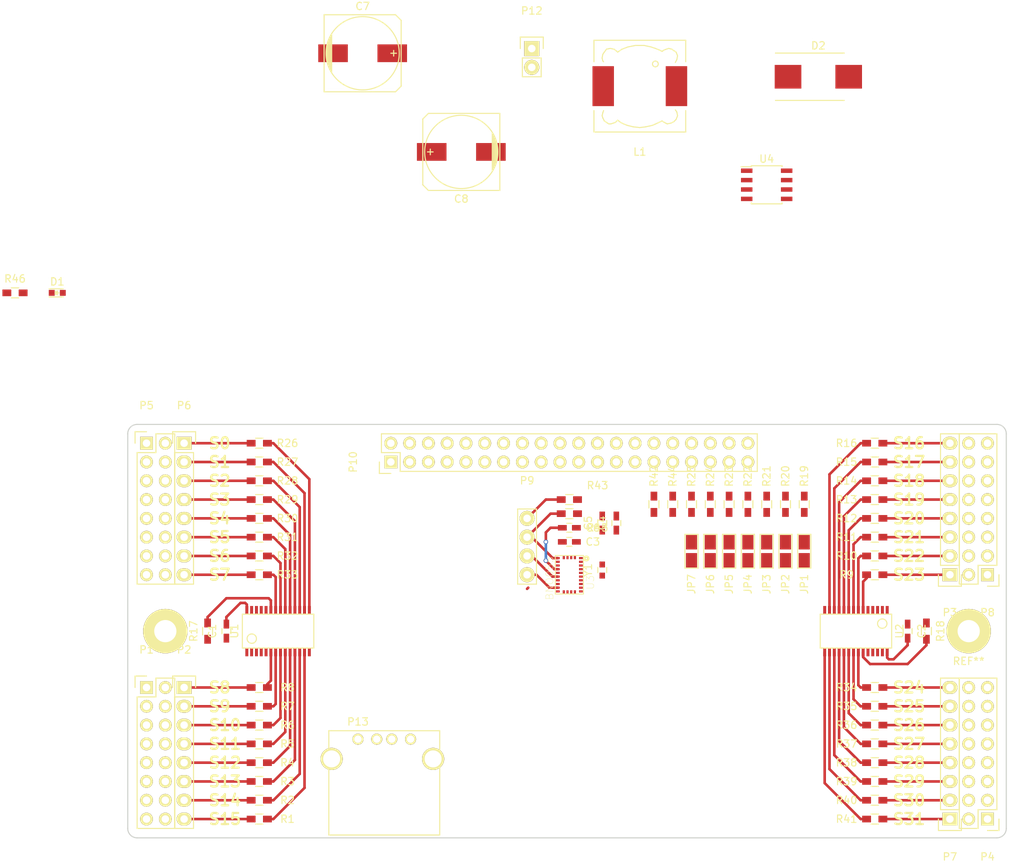
<source format=kicad_pcb>
(kicad_pcb (version 4) (host pcbnew 4.0.2+dfsg1-stable)

  (general
    (links 230)
    (no_connects 156)
    (area 43.104999 85.014999 162.000001 141.045001)
    (thickness 1.6)
    (drawings 40)
    (tracks 172)
    (zones 0)
    (modules 83)
    (nets 132)
  )

  (page A4)
  (layers
    (0 F.Cu signal)
    (31 B.Cu signal)
    (32 B.Adhes user)
    (33 F.Adhes user)
    (34 B.Paste user)
    (35 F.Paste user)
    (36 B.SilkS user)
    (37 F.SilkS user)
    (38 B.Mask user)
    (39 F.Mask user)
    (40 Dwgs.User user)
    (41 Cmts.User user)
    (42 Eco1.User user)
    (43 Eco2.User user)
    (44 Edge.Cuts user)
    (45 Margin user)
    (46 B.CrtYd user)
    (47 F.CrtYd user)
    (48 B.Fab user)
    (49 F.Fab user)
  )

  (setup
    (last_trace_width 0.35)
    (trace_clearance 0.17)
    (zone_clearance 0.508)
    (zone_45_only no)
    (trace_min 0.2)
    (segment_width 0.2)
    (edge_width 0.15)
    (via_size 0.6)
    (via_drill 0.4)
    (via_min_size 0.4)
    (via_min_drill 0.3)
    (uvia_size 0.3)
    (uvia_drill 0.1)
    (uvias_allowed no)
    (uvia_min_size 0)
    (uvia_min_drill 0)
    (pcb_text_width 0.3)
    (pcb_text_size 1.5 1.5)
    (mod_edge_width 0.15)
    (mod_text_size 1 1)
    (mod_text_width 0.15)
    (pad_size 1.524 1.524)
    (pad_drill 0.762)
    (pad_to_mask_clearance 0.2)
    (aux_axis_origin 0 0)
    (visible_elements FFFFFF7F)
    (pcbplotparams
      (layerselection 0x00030_80000001)
      (usegerberextensions false)
      (excludeedgelayer true)
      (linewidth 0.100000)
      (plotframeref false)
      (viasonmask false)
      (mode 1)
      (useauxorigin false)
      (hpglpennumber 1)
      (hpglpenspeed 20)
      (hpglpendiameter 15)
      (hpglpenoverlay 2)
      (psnegative false)
      (psa4output false)
      (plotreference true)
      (plotvalue true)
      (plotinvisibletext false)
      (padsonsilk false)
      (subtractmaskfromsilk false)
      (outputformat 1)
      (mirror false)
      (drillshape 1)
      (scaleselection 1)
      (outputdirectory ""))
  )

  (net 0 "")
  (net 1 VCC)
  (net 2 "Net-(C1-Pad2)")
  (net 3 "Net-(C2-Pad2)")
  (net 4 GND)
  (net 5 "Net-(C4-Pad1)")
  (net 6 "Net-(C5-Pad1)")
  (net 7 "Net-(C6-Pad1)")
  (net 8 +BATT)
  (net 9 "Net-(D1-Pad1)")
  (net 10 "Net-(D2-Pad1)")
  (net 11 /A2_A)
  (net 12 /A1_A)
  (net 13 /A0_A)
  (net 14 /A2_B)
  (net 15 /A1_B)
  (net 16 /A0_B)
  (net 17 /A_C)
  (net 18 "Net-(P2-Pad1)")
  (net 19 "Net-(P2-Pad2)")
  (net 20 "Net-(P2-Pad3)")
  (net 21 "Net-(P2-Pad4)")
  (net 22 "Net-(P2-Pad5)")
  (net 23 "Net-(P2-Pad6)")
  (net 24 "Net-(P2-Pad7)")
  (net 25 "Net-(P2-Pad8)")
  (net 26 "Net-(P3-Pad1)")
  (net 27 "Net-(P3-Pad2)")
  (net 28 "Net-(P3-Pad3)")
  (net 29 "Net-(P3-Pad4)")
  (net 30 "Net-(P3-Pad5)")
  (net 31 "Net-(P3-Pad6)")
  (net 32 "Net-(P3-Pad7)")
  (net 33 "Net-(P3-Pad8)")
  (net 34 "Net-(P6-Pad1)")
  (net 35 "Net-(P6-Pad2)")
  (net 36 "Net-(P6-Pad3)")
  (net 37 "Net-(P6-Pad4)")
  (net 38 "Net-(P6-Pad5)")
  (net 39 "Net-(P6-Pad6)")
  (net 40 "Net-(P6-Pad7)")
  (net 41 "Net-(P6-Pad8)")
  (net 42 "Net-(P7-Pad1)")
  (net 43 "Net-(P7-Pad2)")
  (net 44 "Net-(P7-Pad3)")
  (net 45 "Net-(P7-Pad4)")
  (net 46 "Net-(P7-Pad5)")
  (net 47 "Net-(P7-Pad6)")
  (net 48 "Net-(P7-Pad7)")
  (net 49 "Net-(P7-Pad8)")
  (net 50 "Net-(P9-Pad1)")
  (net 51 "Net-(P9-Pad2)")
  (net 52 "Net-(P9-Pad3)")
  (net 53 "Net-(P9-Pad4)")
  (net 54 /5V)
  (net 55 /VBAT)
  (net 56 /NSRT)
  (net 57 /USB_A_D-)
  (net 58 /USB_A_D+)
  (net 59 /SPI1_CK)
  (net 60 /SPI1_MOSI)
  (net 61 /SPI1_MISO)
  (net 62 /PA24)
  (net 63 SCL)
  (net 64 /PA25)
  (net 65 SDA)
  (net 66 /PA26)
  (net 67 /USB_B_D+)
  (net 68 /PA27)
  (net 69 /USB_B_D-)
  (net 70 /PA28)
  (net 71 /USB_C_D-)
  (net 72 /PA29)
  (net 73 /USB_C_D+)
  (net 74 /TXD0)
  (net 75 /RXD0)
  (net 76 /SPI1_CS0)
  (net 77 /PA7)
  (net 78 /RXD1)
  (net 79 /TXD1)
  (net 80 /PC28)
  (net 81 /PC27)
  (net 82 /PC4)
  (net 83 /PC31)
  (net 84 /PC3)
  (net 85 /PWM0)
  (net 86 /1W)
  (net 87 /PWM1)
  (net 88 /PC1)
  (net 89 /ADC2)
  (net 90 /PC0)
  (net 91 /ADC3)
  (net 92 "Net-(R1-Pad1)")
  (net 93 "Net-(R2-Pad1)")
  (net 94 "Net-(R3-Pad1)")
  (net 95 "Net-(R4-Pad1)")
  (net 96 "Net-(R5-Pad1)")
  (net 97 "Net-(R6-Pad1)")
  (net 98 "Net-(R7-Pad1)")
  (net 99 "Net-(R8-Pad1)")
  (net 100 "Net-(R9-Pad1)")
  (net 101 "Net-(R10-Pad1)")
  (net 102 "Net-(R11-Pad1)")
  (net 103 "Net-(R12-Pad1)")
  (net 104 "Net-(R13-Pad1)")
  (net 105 "Net-(R14-Pad1)")
  (net 106 "Net-(R15-Pad1)")
  (net 107 "Net-(R16-Pad1)")
  (net 108 "Net-(R17-Pad2)")
  (net 109 "Net-(R18-Pad2)")
  (net 110 "Net-(R26-Pad2)")
  (net 111 "Net-(R27-Pad2)")
  (net 112 "Net-(R28-Pad2)")
  (net 113 "Net-(R29-Pad2)")
  (net 114 "Net-(R30-Pad2)")
  (net 115 "Net-(R31-Pad2)")
  (net 116 "Net-(R32-Pad2)")
  (net 117 "Net-(R33-Pad2)")
  (net 118 "Net-(R34-Pad2)")
  (net 119 "Net-(R35-Pad2)")
  (net 120 "Net-(R36-Pad2)")
  (net 121 "Net-(R37-Pad2)")
  (net 122 "Net-(R38-Pad2)")
  (net 123 "Net-(R39-Pad2)")
  (net 124 "Net-(R40-Pad2)")
  (net 125 "Net-(R41-Pad2)")
  (net 126 "Net-(U1-Pad4)")
  (net 127 "Net-(U1-Pad5)")
  (net 128 "Net-(U1-Pad24)")
  (net 129 "Net-(U2-Pad4)")
  (net 130 "Net-(U2-Pad5)")
  (net 131 "Net-(U2-Pad24)")

  (net_class Default "This is the default net class."
    (clearance 0.17)
    (trace_width 0.35)
    (via_dia 0.6)
    (via_drill 0.4)
    (uvia_dia 0.3)
    (uvia_drill 0.1)
    (add_net +BATT)
    (add_net /1W)
    (add_net /5V)
    (add_net /A0_A)
    (add_net /A0_B)
    (add_net /A1_A)
    (add_net /A1_B)
    (add_net /A2_A)
    (add_net /A2_B)
    (add_net /ADC2)
    (add_net /ADC3)
    (add_net /A_C)
    (add_net /NSRT)
    (add_net /PA24)
    (add_net /PA25)
    (add_net /PA26)
    (add_net /PA27)
    (add_net /PA28)
    (add_net /PA29)
    (add_net /PA7)
    (add_net /PC0)
    (add_net /PC1)
    (add_net /PC27)
    (add_net /PC28)
    (add_net /PC3)
    (add_net /PC31)
    (add_net /PC4)
    (add_net /PWM0)
    (add_net /PWM1)
    (add_net /RXD0)
    (add_net /RXD1)
    (add_net /SPI1_CK)
    (add_net /SPI1_CS0)
    (add_net /SPI1_MISO)
    (add_net /SPI1_MOSI)
    (add_net /TXD0)
    (add_net /TXD1)
    (add_net /USB_A_D+)
    (add_net /USB_A_D-)
    (add_net /USB_B_D+)
    (add_net /USB_B_D-)
    (add_net /USB_C_D+)
    (add_net /USB_C_D-)
    (add_net /VBAT)
    (add_net GND)
    (add_net "Net-(C1-Pad2)")
    (add_net "Net-(C2-Pad2)")
    (add_net "Net-(C4-Pad1)")
    (add_net "Net-(C5-Pad1)")
    (add_net "Net-(C6-Pad1)")
    (add_net "Net-(D1-Pad1)")
    (add_net "Net-(D2-Pad1)")
    (add_net "Net-(P2-Pad1)")
    (add_net "Net-(P2-Pad2)")
    (add_net "Net-(P2-Pad3)")
    (add_net "Net-(P2-Pad4)")
    (add_net "Net-(P2-Pad5)")
    (add_net "Net-(P2-Pad6)")
    (add_net "Net-(P2-Pad7)")
    (add_net "Net-(P2-Pad8)")
    (add_net "Net-(P3-Pad1)")
    (add_net "Net-(P3-Pad2)")
    (add_net "Net-(P3-Pad3)")
    (add_net "Net-(P3-Pad4)")
    (add_net "Net-(P3-Pad5)")
    (add_net "Net-(P3-Pad6)")
    (add_net "Net-(P3-Pad7)")
    (add_net "Net-(P3-Pad8)")
    (add_net "Net-(P6-Pad1)")
    (add_net "Net-(P6-Pad2)")
    (add_net "Net-(P6-Pad3)")
    (add_net "Net-(P6-Pad4)")
    (add_net "Net-(P6-Pad5)")
    (add_net "Net-(P6-Pad6)")
    (add_net "Net-(P6-Pad7)")
    (add_net "Net-(P6-Pad8)")
    (add_net "Net-(P7-Pad1)")
    (add_net "Net-(P7-Pad2)")
    (add_net "Net-(P7-Pad3)")
    (add_net "Net-(P7-Pad4)")
    (add_net "Net-(P7-Pad5)")
    (add_net "Net-(P7-Pad6)")
    (add_net "Net-(P7-Pad7)")
    (add_net "Net-(P7-Pad8)")
    (add_net "Net-(P9-Pad1)")
    (add_net "Net-(P9-Pad2)")
    (add_net "Net-(P9-Pad3)")
    (add_net "Net-(P9-Pad4)")
    (add_net "Net-(R1-Pad1)")
    (add_net "Net-(R10-Pad1)")
    (add_net "Net-(R11-Pad1)")
    (add_net "Net-(R12-Pad1)")
    (add_net "Net-(R13-Pad1)")
    (add_net "Net-(R14-Pad1)")
    (add_net "Net-(R15-Pad1)")
    (add_net "Net-(R16-Pad1)")
    (add_net "Net-(R17-Pad2)")
    (add_net "Net-(R18-Pad2)")
    (add_net "Net-(R2-Pad1)")
    (add_net "Net-(R26-Pad2)")
    (add_net "Net-(R27-Pad2)")
    (add_net "Net-(R28-Pad2)")
    (add_net "Net-(R29-Pad2)")
    (add_net "Net-(R3-Pad1)")
    (add_net "Net-(R30-Pad2)")
    (add_net "Net-(R31-Pad2)")
    (add_net "Net-(R32-Pad2)")
    (add_net "Net-(R33-Pad2)")
    (add_net "Net-(R34-Pad2)")
    (add_net "Net-(R35-Pad2)")
    (add_net "Net-(R36-Pad2)")
    (add_net "Net-(R37-Pad2)")
    (add_net "Net-(R38-Pad2)")
    (add_net "Net-(R39-Pad2)")
    (add_net "Net-(R4-Pad1)")
    (add_net "Net-(R40-Pad2)")
    (add_net "Net-(R41-Pad2)")
    (add_net "Net-(R5-Pad1)")
    (add_net "Net-(R6-Pad1)")
    (add_net "Net-(R7-Pad1)")
    (add_net "Net-(R8-Pad1)")
    (add_net "Net-(R9-Pad1)")
    (add_net "Net-(U1-Pad24)")
    (add_net "Net-(U1-Pad4)")
    (add_net "Net-(U1-Pad5)")
    (add_net "Net-(U2-Pad24)")
    (add_net "Net-(U2-Pad4)")
    (add_net "Net-(U2-Pad5)")
    (add_net SCL)
    (add_net SDA)
    (add_net VCC)
  )

  (module Pin_Headers:Pin_Header_Straight_1x04 (layer F.Cu) (tedit 581502EC) (tstamp 581347F1)
    (at 97.155 97.79)
    (descr "Through hole pin header")
    (tags "pin header")
    (path /58022BCE)
    (fp_text reference P9 (at 0 -5.1) (layer F.SilkS)
      (effects (font (size 1 1) (thickness 0.15)))
    )
    (fp_text value CONN_01X04 (at 0 -3.1) (layer F.Fab)
      (effects (font (size 1 1) (thickness 0.15)))
    )
    (fp_line (start -1.27 -1.27) (end -1.27 8.89) (layer F.SilkS) (width 0.15))
    (fp_line (start 1.27 8.89) (end 1.27 -1.27) (layer F.SilkS) (width 0.15))
    (fp_line (start 1.27 -1.27) (end -1.27 -1.27) (layer F.SilkS) (width 0.15))
    (fp_line (start -1.27 8.89) (end 1.27 8.89) (layer F.SilkS) (width 0.15))
    (pad 1 thru_hole circle (at 0 0) (size 2.032 2.032) (drill 1.016) (layers *.Cu *.Mask F.SilkS)
      (net 50 "Net-(P9-Pad1)"))
    (pad 2 thru_hole circle (at 0 2.54) (size 2.032 2.032) (drill 1.016) (layers *.Cu *.Mask F.SilkS)
      (net 51 "Net-(P9-Pad2)"))
    (pad 3 thru_hole circle (at 0 5.08) (size 2.032 2.032) (drill 1.016) (layers *.Cu *.Mask F.SilkS)
      (net 52 "Net-(P9-Pad3)"))
    (pad 4 thru_hole circle (at 0 7.62) (size 2.032 2.032) (drill 1.016) (layers *.Cu *.Mask F.SilkS)
      (net 53 "Net-(P9-Pad4)"))
    (model Pin_Headers.3dshapes/Pin_Header_Straight_1x04.wrl
      (at (xyz 0 -0.15 0))
      (scale (xyz 1 1 1))
      (rotate (xyz 0 0 90))
    )
  )

  (module Capacitors_SMD:C_0603_HandSoldering (layer F.Cu) (tedit 541A9B4D) (tstamp 58134703)
    (at 56.515 113.03 90)
    (descr "Capacitor SMD 0603, hand soldering")
    (tags "capacitor 0603")
    (path /5801FB67)
    (attr smd)
    (fp_text reference C1 (at 0 -1.9 90) (layer F.SilkS)
      (effects (font (size 1 1) (thickness 0.15)))
    )
    (fp_text value 10uF (at 0 1.9 90) (layer F.Fab)
      (effects (font (size 1 1) (thickness 0.15)))
    )
    (fp_line (start -1.85 -0.75) (end 1.85 -0.75) (layer F.CrtYd) (width 0.05))
    (fp_line (start -1.85 0.75) (end 1.85 0.75) (layer F.CrtYd) (width 0.05))
    (fp_line (start -1.85 -0.75) (end -1.85 0.75) (layer F.CrtYd) (width 0.05))
    (fp_line (start 1.85 -0.75) (end 1.85 0.75) (layer F.CrtYd) (width 0.05))
    (fp_line (start -0.35 -0.6) (end 0.35 -0.6) (layer F.SilkS) (width 0.15))
    (fp_line (start 0.35 0.6) (end -0.35 0.6) (layer F.SilkS) (width 0.15))
    (pad 1 smd rect (at -0.95 0 90) (size 1.2 0.75) (layers F.Cu F.Paste F.Mask)
      (net 1 VCC))
    (pad 2 smd rect (at 0.95 0 90) (size 1.2 0.75) (layers F.Cu F.Paste F.Mask)
      (net 2 "Net-(C1-Pad2)"))
    (model Capacitors_SMD.3dshapes/C_0603_HandSoldering.wrl
      (at (xyz 0 0 0))
      (scale (xyz 1 1 1))
      (rotate (xyz 0 0 0))
    )
  )

  (module Capacitors_SMD:C_0603_HandSoldering (layer F.Cu) (tedit 541A9B4D) (tstamp 58134709)
    (at 148.59 113.03 270)
    (descr "Capacitor SMD 0603, hand soldering")
    (tags "capacitor 0603")
    (path /58020579)
    (attr smd)
    (fp_text reference C2 (at 0 -1.9 270) (layer F.SilkS)
      (effects (font (size 1 1) (thickness 0.15)))
    )
    (fp_text value 10uF (at 0 1.9 270) (layer F.Fab)
      (effects (font (size 1 1) (thickness 0.15)))
    )
    (fp_line (start -1.85 -0.75) (end 1.85 -0.75) (layer F.CrtYd) (width 0.05))
    (fp_line (start -1.85 0.75) (end 1.85 0.75) (layer F.CrtYd) (width 0.05))
    (fp_line (start -1.85 -0.75) (end -1.85 0.75) (layer F.CrtYd) (width 0.05))
    (fp_line (start 1.85 -0.75) (end 1.85 0.75) (layer F.CrtYd) (width 0.05))
    (fp_line (start -0.35 -0.6) (end 0.35 -0.6) (layer F.SilkS) (width 0.15))
    (fp_line (start 0.35 0.6) (end -0.35 0.6) (layer F.SilkS) (width 0.15))
    (pad 1 smd rect (at -0.95 0 270) (size 1.2 0.75) (layers F.Cu F.Paste F.Mask)
      (net 1 VCC))
    (pad 2 smd rect (at 0.95 0 270) (size 1.2 0.75) (layers F.Cu F.Paste F.Mask)
      (net 3 "Net-(C2-Pad2)"))
    (model Capacitors_SMD.3dshapes/C_0603_HandSoldering.wrl
      (at (xyz 0 0 0))
      (scale (xyz 1 1 1))
      (rotate (xyz 0 0 0))
    )
  )

  (module Capacitors_SMD:C_0603_HandSoldering (layer F.Cu) (tedit 58151009) (tstamp 5813470F)
    (at 102.87 100.965)
    (descr "Capacitor SMD 0603, hand soldering")
    (tags "capacitor 0603")
    (path /5801AF0A)
    (attr smd)
    (fp_text reference C3 (at 3.175 0) (layer F.SilkS)
      (effects (font (size 1 1) (thickness 0.15)))
    )
    (fp_text value 0.1uF (at 0 1.9) (layer F.Fab)
      (effects (font (size 1 1) (thickness 0.15)))
    )
    (fp_line (start -1.85 -0.75) (end 1.85 -0.75) (layer F.CrtYd) (width 0.05))
    (fp_line (start -1.85 0.75) (end 1.85 0.75) (layer F.CrtYd) (width 0.05))
    (fp_line (start -1.85 -0.75) (end -1.85 0.75) (layer F.CrtYd) (width 0.05))
    (fp_line (start 1.85 -0.75) (end 1.85 0.75) (layer F.CrtYd) (width 0.05))
    (fp_line (start -0.35 -0.6) (end 0.35 -0.6) (layer F.SilkS) (width 0.15))
    (fp_line (start 0.35 0.6) (end -0.35 0.6) (layer F.SilkS) (width 0.15))
    (pad 1 smd rect (at -0.95 0) (size 1.2 0.75) (layers F.Cu F.Paste F.Mask)
      (net 1 VCC))
    (pad 2 smd rect (at 0.95 0) (size 1.2 0.75) (layers F.Cu F.Paste F.Mask)
      (net 4 GND))
    (model Capacitors_SMD.3dshapes/C_0603_HandSoldering.wrl
      (at (xyz 0 0 0))
      (scale (xyz 1 1 1))
      (rotate (xyz 0 0 0))
    )
  )

  (module Capacitors_SMD:C_0603_HandSoldering (layer F.Cu) (tedit 541A9B4D) (tstamp 58134715)
    (at 109.22 98.425 90)
    (descr "Capacitor SMD 0603, hand soldering")
    (tags "capacitor 0603")
    (path /58028AA1)
    (attr smd)
    (fp_text reference C4 (at 0 -1.9 90) (layer F.SilkS)
      (effects (font (size 1 1) (thickness 0.15)))
    )
    (fp_text value 22pF (at 0 1.9 90) (layer F.Fab)
      (effects (font (size 1 1) (thickness 0.15)))
    )
    (fp_line (start -1.85 -0.75) (end 1.85 -0.75) (layer F.CrtYd) (width 0.05))
    (fp_line (start -1.85 0.75) (end 1.85 0.75) (layer F.CrtYd) (width 0.05))
    (fp_line (start -1.85 -0.75) (end -1.85 0.75) (layer F.CrtYd) (width 0.05))
    (fp_line (start 1.85 -0.75) (end 1.85 0.75) (layer F.CrtYd) (width 0.05))
    (fp_line (start -0.35 -0.6) (end 0.35 -0.6) (layer F.SilkS) (width 0.15))
    (fp_line (start 0.35 0.6) (end -0.35 0.6) (layer F.SilkS) (width 0.15))
    (pad 1 smd rect (at -0.95 0 90) (size 1.2 0.75) (layers F.Cu F.Paste F.Mask)
      (net 5 "Net-(C4-Pad1)"))
    (pad 2 smd rect (at 0.95 0 90) (size 1.2 0.75) (layers F.Cu F.Paste F.Mask)
      (net 4 GND))
    (model Capacitors_SMD.3dshapes/C_0603_HandSoldering.wrl
      (at (xyz 0 0 0))
      (scale (xyz 1 1 1))
      (rotate (xyz 0 0 0))
    )
  )

  (module Capacitors_SMD:C_0603_HandSoldering (layer F.Cu) (tedit 541A9B4D) (tstamp 5813471B)
    (at 107.315 98.425 90)
    (descr "Capacitor SMD 0603, hand soldering")
    (tags "capacitor 0603")
    (path /580287DF)
    (attr smd)
    (fp_text reference C5 (at 0 -1.9 90) (layer F.SilkS)
      (effects (font (size 1 1) (thickness 0.15)))
    )
    (fp_text value 22pF (at 0 1.9 90) (layer F.Fab)
      (effects (font (size 1 1) (thickness 0.15)))
    )
    (fp_line (start -1.85 -0.75) (end 1.85 -0.75) (layer F.CrtYd) (width 0.05))
    (fp_line (start -1.85 0.75) (end 1.85 0.75) (layer F.CrtYd) (width 0.05))
    (fp_line (start -1.85 -0.75) (end -1.85 0.75) (layer F.CrtYd) (width 0.05))
    (fp_line (start 1.85 -0.75) (end 1.85 0.75) (layer F.CrtYd) (width 0.05))
    (fp_line (start -0.35 -0.6) (end 0.35 -0.6) (layer F.SilkS) (width 0.15))
    (fp_line (start 0.35 0.6) (end -0.35 0.6) (layer F.SilkS) (width 0.15))
    (pad 1 smd rect (at -0.95 0 90) (size 1.2 0.75) (layers F.Cu F.Paste F.Mask)
      (net 6 "Net-(C5-Pad1)"))
    (pad 2 smd rect (at 0.95 0 90) (size 1.2 0.75) (layers F.Cu F.Paste F.Mask)
      (net 4 GND))
    (model Capacitors_SMD.3dshapes/C_0603_HandSoldering.wrl
      (at (xyz 0 0 0))
      (scale (xyz 1 1 1))
      (rotate (xyz 0 0 0))
    )
  )

  (module Capacitors_SMD:C_0603_HandSoldering (layer F.Cu) (tedit 58151013) (tstamp 58134721)
    (at 102.87 99.06)
    (descr "Capacitor SMD 0603, hand soldering")
    (tags "capacitor 0603")
    (path /5801959C)
    (attr smd)
    (fp_text reference C6 (at 3.175 0) (layer F.SilkS)
      (effects (font (size 1 1) (thickness 0.15)))
    )
    (fp_text value 0.1uF (at 0 1.9) (layer F.Fab)
      (effects (font (size 1 1) (thickness 0.15)))
    )
    (fp_line (start -1.85 -0.75) (end 1.85 -0.75) (layer F.CrtYd) (width 0.05))
    (fp_line (start -1.85 0.75) (end 1.85 0.75) (layer F.CrtYd) (width 0.05))
    (fp_line (start -1.85 -0.75) (end -1.85 0.75) (layer F.CrtYd) (width 0.05))
    (fp_line (start 1.85 -0.75) (end 1.85 0.75) (layer F.CrtYd) (width 0.05))
    (fp_line (start -0.35 -0.6) (end 0.35 -0.6) (layer F.SilkS) (width 0.15))
    (fp_line (start 0.35 0.6) (end -0.35 0.6) (layer F.SilkS) (width 0.15))
    (pad 1 smd rect (at -0.95 0) (size 1.2 0.75) (layers F.Cu F.Paste F.Mask)
      (net 7 "Net-(C6-Pad1)"))
    (pad 2 smd rect (at 0.95 0) (size 1.2 0.75) (layers F.Cu F.Paste F.Mask)
      (net 4 GND))
    (model Capacitors_SMD.3dshapes/C_0603_HandSoldering.wrl
      (at (xyz 0 0 0))
      (scale (xyz 1 1 1))
      (rotate (xyz 0 0 0))
    )
  )

  (module Capacitors_SMD:c_elec_10x10 (layer F.Cu) (tedit 55729832) (tstamp 58134727)
    (at 74.93 34.925)
    (descr "SMT capacitor, aluminium electrolytic, 10x10")
    (path /5802BB6C)
    (attr smd)
    (fp_text reference C7 (at 0 -6.35) (layer F.SilkS)
      (effects (font (size 1 1) (thickness 0.15)))
    )
    (fp_text value 330uF (at 0 6.35) (layer F.Fab)
      (effects (font (size 1 1) (thickness 0.15)))
    )
    (fp_line (start -6.35 -5.6) (end 6.35 -5.6) (layer F.CrtYd) (width 0.05))
    (fp_line (start 6.35 -5.6) (end 6.35 5.6) (layer F.CrtYd) (width 0.05))
    (fp_line (start 6.35 5.6) (end -6.35 5.6) (layer F.CrtYd) (width 0.05))
    (fp_line (start -6.35 5.6) (end -6.35 -5.6) (layer F.CrtYd) (width 0.05))
    (fp_line (start -4.826 1.016) (end -4.826 -1.016) (layer F.SilkS) (width 0.15))
    (fp_line (start -4.699 -1.397) (end -4.699 1.524) (layer F.SilkS) (width 0.15))
    (fp_line (start -4.572 1.778) (end -4.572 -1.778) (layer F.SilkS) (width 0.15))
    (fp_line (start -4.445 -2.159) (end -4.445 2.159) (layer F.SilkS) (width 0.15))
    (fp_line (start -4.318 2.413) (end -4.318 -2.413) (layer F.SilkS) (width 0.15))
    (fp_line (start -4.191 -2.54) (end -4.191 2.54) (layer F.SilkS) (width 0.15))
    (fp_line (start -5.207 -5.207) (end -5.207 5.207) (layer F.SilkS) (width 0.15))
    (fp_line (start -5.207 5.207) (end 4.445 5.207) (layer F.SilkS) (width 0.15))
    (fp_line (start 4.445 5.207) (end 5.207 4.445) (layer F.SilkS) (width 0.15))
    (fp_line (start 5.207 4.445) (end 5.207 -4.445) (layer F.SilkS) (width 0.15))
    (fp_line (start 5.207 -4.445) (end 4.445 -5.207) (layer F.SilkS) (width 0.15))
    (fp_line (start 4.445 -5.207) (end -5.207 -5.207) (layer F.SilkS) (width 0.15))
    (fp_line (start 4.572 0) (end 3.81 0) (layer F.SilkS) (width 0.15))
    (fp_line (start 4.191 -0.381) (end 4.191 0.381) (layer F.SilkS) (width 0.15))
    (fp_circle (center 0 0) (end 4.953 0) (layer F.SilkS) (width 0.15))
    (pad 1 smd rect (at 4.0005 0) (size 4.0005 2.4003) (layers F.Cu F.Paste F.Mask)
      (net 8 +BATT))
    (pad 2 smd rect (at -4.0005 0) (size 4.0005 2.4003) (layers F.Cu F.Paste F.Mask)
      (net 4 GND))
    (model Capacitors_SMD.3dshapes/c_elec_10x10.wrl
      (at (xyz 0 0 0))
      (scale (xyz 1 1 1))
      (rotate (xyz 0 0 0))
    )
  )

  (module Capacitors_SMD:c_elec_10x10 (layer F.Cu) (tedit 55729832) (tstamp 5813472D)
    (at 88.265 48.26 180)
    (descr "SMT capacitor, aluminium electrolytic, 10x10")
    (path /58031019)
    (attr smd)
    (fp_text reference C8 (at 0 -6.35 180) (layer F.SilkS)
      (effects (font (size 1 1) (thickness 0.15)))
    )
    (fp_text value 330uF (at 0 6.35 180) (layer F.Fab)
      (effects (font (size 1 1) (thickness 0.15)))
    )
    (fp_line (start -6.35 -5.6) (end 6.35 -5.6) (layer F.CrtYd) (width 0.05))
    (fp_line (start 6.35 -5.6) (end 6.35 5.6) (layer F.CrtYd) (width 0.05))
    (fp_line (start 6.35 5.6) (end -6.35 5.6) (layer F.CrtYd) (width 0.05))
    (fp_line (start -6.35 5.6) (end -6.35 -5.6) (layer F.CrtYd) (width 0.05))
    (fp_line (start -4.826 1.016) (end -4.826 -1.016) (layer F.SilkS) (width 0.15))
    (fp_line (start -4.699 -1.397) (end -4.699 1.524) (layer F.SilkS) (width 0.15))
    (fp_line (start -4.572 1.778) (end -4.572 -1.778) (layer F.SilkS) (width 0.15))
    (fp_line (start -4.445 -2.159) (end -4.445 2.159) (layer F.SilkS) (width 0.15))
    (fp_line (start -4.318 2.413) (end -4.318 -2.413) (layer F.SilkS) (width 0.15))
    (fp_line (start -4.191 -2.54) (end -4.191 2.54) (layer F.SilkS) (width 0.15))
    (fp_line (start -5.207 -5.207) (end -5.207 5.207) (layer F.SilkS) (width 0.15))
    (fp_line (start -5.207 5.207) (end 4.445 5.207) (layer F.SilkS) (width 0.15))
    (fp_line (start 4.445 5.207) (end 5.207 4.445) (layer F.SilkS) (width 0.15))
    (fp_line (start 5.207 4.445) (end 5.207 -4.445) (layer F.SilkS) (width 0.15))
    (fp_line (start 5.207 -4.445) (end 4.445 -5.207) (layer F.SilkS) (width 0.15))
    (fp_line (start 4.445 -5.207) (end -5.207 -5.207) (layer F.SilkS) (width 0.15))
    (fp_line (start 4.572 0) (end 3.81 0) (layer F.SilkS) (width 0.15))
    (fp_line (start 4.191 -0.381) (end 4.191 0.381) (layer F.SilkS) (width 0.15))
    (fp_circle (center 0 0) (end 4.953 0) (layer F.SilkS) (width 0.15))
    (pad 1 smd rect (at 4.0005 0 180) (size 4.0005 2.4003) (layers F.Cu F.Paste F.Mask)
      (net 1 VCC))
    (pad 2 smd rect (at -4.0005 0 180) (size 4.0005 2.4003) (layers F.Cu F.Paste F.Mask)
      (net 4 GND))
    (model Capacitors_SMD.3dshapes/c_elec_10x10.wrl
      (at (xyz 0 0 0))
      (scale (xyz 1 1 1))
      (rotate (xyz 0 0 0))
    )
  )

  (module LEDs:LED_0603 (layer F.Cu) (tedit 55BDE255) (tstamp 58134733)
    (at 33.655 67.31)
    (descr "LED 0603 smd package")
    (tags "LED led 0603 SMD smd SMT smt smdled SMDLED smtled SMTLED")
    (path /58035441)
    (attr smd)
    (fp_text reference D1 (at 0 -1.5) (layer F.SilkS)
      (effects (font (size 1 1) (thickness 0.15)))
    )
    (fp_text value LED (at 0 1.5) (layer F.Fab)
      (effects (font (size 1 1) (thickness 0.15)))
    )
    (fp_line (start -1.1 0.55) (end 0.8 0.55) (layer F.SilkS) (width 0.15))
    (fp_line (start -1.1 -0.55) (end 0.8 -0.55) (layer F.SilkS) (width 0.15))
    (fp_line (start -0.2 0) (end 0.25 0) (layer F.SilkS) (width 0.15))
    (fp_line (start -0.25 -0.25) (end -0.25 0.25) (layer F.SilkS) (width 0.15))
    (fp_line (start -0.25 0) (end 0 -0.25) (layer F.SilkS) (width 0.15))
    (fp_line (start 0 -0.25) (end 0 0.25) (layer F.SilkS) (width 0.15))
    (fp_line (start 0 0.25) (end -0.25 0) (layer F.SilkS) (width 0.15))
    (fp_line (start 1.4 -0.75) (end 1.4 0.75) (layer F.CrtYd) (width 0.05))
    (fp_line (start 1.4 0.75) (end -1.4 0.75) (layer F.CrtYd) (width 0.05))
    (fp_line (start -1.4 0.75) (end -1.4 -0.75) (layer F.CrtYd) (width 0.05))
    (fp_line (start -1.4 -0.75) (end 1.4 -0.75) (layer F.CrtYd) (width 0.05))
    (pad 2 smd rect (at 0.7493 0 180) (size 0.79756 0.79756) (layers F.Cu F.Paste F.Mask)
      (net 1 VCC))
    (pad 1 smd rect (at -0.7493 0 180) (size 0.79756 0.79756) (layers F.Cu F.Paste F.Mask)
      (net 9 "Net-(D1-Pad1)"))
    (model LEDs.3dshapes/LED_0603.wrl
      (at (xyz 0 0 0))
      (scale (xyz 1 1 1))
      (rotate (xyz 0 0 180))
    )
  )

  (module Diodes_SMD:DO-214AB_Handsoldering (layer F.Cu) (tedit 55429DAE) (tstamp 58134739)
    (at 136.525 38.1)
    (descr "Jedec DO-214AB diode package. Designed according to Fairchild SS32 datasheet.")
    (tags "DO-214AB diode Handsoldering")
    (path /5802DF7A)
    (attr smd)
    (fp_text reference D2 (at 0 -4.2) (layer F.SilkS)
      (effects (font (size 1 1) (thickness 0.15)))
    )
    (fp_text value MBRS340T3G (at 0 4.6) (layer F.Fab)
      (effects (font (size 1 1) (thickness 0.15)))
    )
    (fp_line (start -6.15 -3.45) (end 6.15 -3.45) (layer F.CrtYd) (width 0.05))
    (fp_line (start 6.15 -3.45) (end 6.15 3.45) (layer F.CrtYd) (width 0.05))
    (fp_line (start 6.15 3.45) (end -6.15 3.45) (layer F.CrtYd) (width 0.05))
    (fp_line (start -6.15 3.45) (end -6.15 -3.45) (layer F.CrtYd) (width 0.05))
    (fp_line (start 3.5 3.2) (end -5.8 3.2) (layer F.SilkS) (width 0.15))
    (fp_line (start -5.8 -3.2) (end 3.5 -3.2) (layer F.SilkS) (width 0.15))
    (pad 2 smd rect (at 4.1 0) (size 3.6 3.2) (layers F.Cu F.Paste F.Mask)
      (net 4 GND))
    (pad 1 smd rect (at -4.1 0) (size 3.6 3.2) (layers F.Cu F.Paste F.Mask)
      (net 10 "Net-(D2-Pad1)"))
    (model Diodes_SMD.3dshapes/DO-214AB_Handsoldering.wrl
      (at (xyz 0 0 0))
      (scale (xyz 0.39 0.39 0.39))
      (rotate (xyz 0 0 180))
    )
  )

  (module Choke_SMD:Choke_SMD_12x12mm_h8mm (layer F.Cu) (tedit 556FDBC5) (tstamp 58134769)
    (at 112.395 39.37 180)
    (descr "Choke, SMD, 12x12mm 8mm height")
    (tags "Choke, SMD")
    (path /580319A9)
    (attr smd)
    (fp_text reference L1 (at 0 -8.89 180) (layer F.SilkS)
      (effects (font (size 1 1) (thickness 0.15)))
    )
    (fp_text value 47uH (at 0 8.89 180) (layer F.Fab)
      (effects (font (size 1 1) (thickness 0.15)))
    )
    (fp_line (start -6.858 -6.604) (end 6.858 -6.604) (layer F.CrtYd) (width 0.05))
    (fp_line (start 6.858 -6.604) (end 6.858 6.604) (layer F.CrtYd) (width 0.05))
    (fp_line (start 6.858 6.604) (end -6.858 6.604) (layer F.CrtYd) (width 0.05))
    (fp_line (start -6.858 6.604) (end -6.858 -6.604) (layer F.CrtYd) (width 0.05))
    (fp_circle (center 0 0) (end 0.89916 0) (layer F.Adhes) (width 0.381))
    (fp_circle (center 0 0) (end 0.55118 0) (layer F.Adhes) (width 0.381))
    (fp_circle (center 0 0) (end 0.14986 0.14986) (layer F.Adhes) (width 0.381))
    (fp_circle (center -2.10058 2.99974) (end -1.80086 3.2512) (layer F.SilkS) (width 0.15))
    (fp_line (start 4.89966 3.29946) (end 5.00126 3.40106) (layer F.SilkS) (width 0.15))
    (fp_line (start 5.00126 3.40106) (end 5.10032 3.79984) (layer F.SilkS) (width 0.15))
    (fp_line (start 5.10032 3.79984) (end 5.00126 4.30022) (layer F.SilkS) (width 0.15))
    (fp_line (start 5.00126 4.30022) (end 4.8006 4.59994) (layer F.SilkS) (width 0.15))
    (fp_line (start 4.8006 4.59994) (end 4.50088 5.00126) (layer F.SilkS) (width 0.15))
    (fp_line (start 4.50088 5.00126) (end 4.0005 5.10032) (layer F.SilkS) (width 0.15))
    (fp_line (start 4.0005 5.10032) (end 3.50012 5.00126) (layer F.SilkS) (width 0.15))
    (fp_line (start 3.50012 5.00126) (end 3.0988 4.699) (layer F.SilkS) (width 0.15))
    (fp_line (start 3.0988 4.699) (end 2.99974 4.59994) (layer F.SilkS) (width 0.15))
    (fp_line (start 2.99974 4.59994) (end 2.4003 5.00126) (layer F.SilkS) (width 0.15))
    (fp_line (start 2.4003 5.00126) (end 1.6002 5.30098) (layer F.SilkS) (width 0.15))
    (fp_line (start 1.6002 5.30098) (end 0.59944 5.4991) (layer F.SilkS) (width 0.15))
    (fp_line (start 0.59944 5.4991) (end -0.59944 5.4991) (layer F.SilkS) (width 0.15))
    (fp_line (start -0.59944 5.4991) (end -1.50114 5.30098) (layer F.SilkS) (width 0.15))
    (fp_line (start -1.50114 5.30098) (end -2.10058 5.10032) (layer F.SilkS) (width 0.15))
    (fp_line (start -2.10058 5.10032) (end -2.60096 4.89966) (layer F.SilkS) (width 0.15))
    (fp_line (start -2.60096 4.89966) (end -2.99974 4.699) (layer F.SilkS) (width 0.15))
    (fp_line (start -2.99974 4.699) (end -3.29946 4.89966) (layer F.SilkS) (width 0.15))
    (fp_line (start -3.29946 4.89966) (end -3.8989 5.10032) (layer F.SilkS) (width 0.15))
    (fp_line (start -3.8989 5.10032) (end -4.30022 5.00126) (layer F.SilkS) (width 0.15))
    (fp_line (start -4.30022 5.00126) (end -4.59994 4.8006) (layer F.SilkS) (width 0.15))
    (fp_line (start -4.59994 4.8006) (end -4.89966 4.59994) (layer F.SilkS) (width 0.15))
    (fp_line (start -4.89966 4.59994) (end -5.10032 4.09956) (layer F.SilkS) (width 0.15))
    (fp_line (start -5.10032 4.09956) (end -5.00126 3.59918) (layer F.SilkS) (width 0.15))
    (fp_line (start -5.00126 3.59918) (end -4.8006 3.2004) (layer F.SilkS) (width 0.15))
    (fp_line (start 4.89966 -3.29946) (end 5.00126 -3.59918) (layer F.SilkS) (width 0.15))
    (fp_line (start 5.00126 -3.59918) (end 5.10032 -4.0005) (layer F.SilkS) (width 0.15))
    (fp_line (start 5.10032 -4.0005) (end 5.00126 -4.30022) (layer F.SilkS) (width 0.15))
    (fp_line (start 5.00126 -4.30022) (end 4.8006 -4.699) (layer F.SilkS) (width 0.15))
    (fp_line (start 4.8006 -4.699) (end 4.50088 -4.89966) (layer F.SilkS) (width 0.15))
    (fp_line (start 4.50088 -4.89966) (end 4.20116 -5.10032) (layer F.SilkS) (width 0.15))
    (fp_line (start 4.20116 -5.10032) (end 3.8989 -5.10032) (layer F.SilkS) (width 0.15))
    (fp_line (start 3.8989 -5.10032) (end 3.59918 -5.00126) (layer F.SilkS) (width 0.15))
    (fp_line (start 3.59918 -5.00126) (end 3.29946 -4.89966) (layer F.SilkS) (width 0.15))
    (fp_line (start 3.29946 -4.89966) (end 2.99974 -4.59994) (layer F.SilkS) (width 0.15))
    (fp_line (start 2.99974 -4.59994) (end 2.60096 -4.89966) (layer F.SilkS) (width 0.15))
    (fp_line (start 2.60096 -4.89966) (end 2.19964 -5.10032) (layer F.SilkS) (width 0.15))
    (fp_line (start 2.19964 -5.10032) (end 1.69926 -5.30098) (layer F.SilkS) (width 0.15))
    (fp_line (start 1.69926 -5.30098) (end 0.89916 -5.4991) (layer F.SilkS) (width 0.15))
    (fp_line (start 0.89916 -5.4991) (end 0 -5.6007) (layer F.SilkS) (width 0.15))
    (fp_line (start 0 -5.6007) (end -0.8001 -5.4991) (layer F.SilkS) (width 0.15))
    (fp_line (start -0.8001 -5.4991) (end -1.69926 -5.30098) (layer F.SilkS) (width 0.15))
    (fp_line (start -1.69926 -5.30098) (end -2.60096 -4.89966) (layer F.SilkS) (width 0.15))
    (fp_line (start -2.60096 -4.89966) (end -2.99974 -4.699) (layer F.SilkS) (width 0.15))
    (fp_line (start -2.99974 -4.699) (end -3.29946 -4.89966) (layer F.SilkS) (width 0.15))
    (fp_line (start -3.29946 -4.89966) (end -3.70078 -5.10032) (layer F.SilkS) (width 0.15))
    (fp_line (start -3.70078 -5.10032) (end -4.20116 -5.00126) (layer F.SilkS) (width 0.15))
    (fp_line (start -4.20116 -5.00126) (end -4.59994 -4.8006) (layer F.SilkS) (width 0.15))
    (fp_line (start -4.59994 -4.8006) (end -4.89966 -4.50088) (layer F.SilkS) (width 0.15))
    (fp_line (start -4.89966 -4.50088) (end -5.10032 -4.0005) (layer F.SilkS) (width 0.15))
    (fp_line (start -5.10032 -4.0005) (end -5.00126 -3.50012) (layer F.SilkS) (width 0.15))
    (fp_line (start -5.00126 -3.50012) (end -4.8006 -3.2004) (layer F.SilkS) (width 0.15))
    (fp_line (start -6.20014 3.29946) (end -6.20014 6.20014) (layer F.SilkS) (width 0.15))
    (fp_line (start -6.20014 6.20014) (end 6.20014 6.20014) (layer F.SilkS) (width 0.15))
    (fp_line (start 6.20014 6.20014) (end 6.20014 3.29946) (layer F.SilkS) (width 0.15))
    (fp_line (start 6.20014 -6.20014) (end -6.20014 -6.20014) (layer F.SilkS) (width 0.15))
    (fp_line (start -6.20014 -6.20014) (end -6.20014 -3.29946) (layer F.SilkS) (width 0.15))
    (fp_line (start 6.20014 -6.20014) (end 6.20014 -3.29946) (layer F.SilkS) (width 0.15))
    (pad 1 smd rect (at -4.95046 0 180) (size 2.90068 5.40004) (layers F.Cu F.Paste F.Mask)
      (net 10 "Net-(D2-Pad1)"))
    (pad 2 smd rect (at 4.95046 0 180) (size 2.90068 5.40004) (layers F.Cu F.Paste F.Mask)
      (net 1 VCC))
    (model Choke_SMD.3dshapes/Choke_SMD_12x12mm_h8mm.wrl
      (at (xyz 0 0 0))
      (scale (xyz 4 4 4))
      (rotate (xyz 0 0 0))
    )
  )

  (module Pin_Headers:Pin_Header_Straight_2x08 (layer F.Cu) (tedit 0) (tstamp 5813477D)
    (at 45.72 120.65)
    (descr "Through hole pin header")
    (tags "pin header")
    (path /580165B5)
    (fp_text reference P1 (at 0 -5.1) (layer F.SilkS)
      (effects (font (size 1 1) (thickness 0.15)))
    )
    (fp_text value CONN_02X08 (at 0 -3.1) (layer F.Fab)
      (effects (font (size 1 1) (thickness 0.15)))
    )
    (fp_line (start -1.75 -1.75) (end -1.75 19.55) (layer F.CrtYd) (width 0.05))
    (fp_line (start 4.3 -1.75) (end 4.3 19.55) (layer F.CrtYd) (width 0.05))
    (fp_line (start -1.75 -1.75) (end 4.3 -1.75) (layer F.CrtYd) (width 0.05))
    (fp_line (start -1.75 19.55) (end 4.3 19.55) (layer F.CrtYd) (width 0.05))
    (fp_line (start 3.81 19.05) (end 3.81 -1.27) (layer F.SilkS) (width 0.15))
    (fp_line (start -1.27 1.27) (end -1.27 19.05) (layer F.SilkS) (width 0.15))
    (fp_line (start 3.81 19.05) (end -1.27 19.05) (layer F.SilkS) (width 0.15))
    (fp_line (start 3.81 -1.27) (end 1.27 -1.27) (layer F.SilkS) (width 0.15))
    (fp_line (start 0 -1.55) (end -1.55 -1.55) (layer F.SilkS) (width 0.15))
    (fp_line (start 1.27 -1.27) (end 1.27 1.27) (layer F.SilkS) (width 0.15))
    (fp_line (start 1.27 1.27) (end -1.27 1.27) (layer F.SilkS) (width 0.15))
    (fp_line (start -1.55 -1.55) (end -1.55 0) (layer F.SilkS) (width 0.15))
    (pad 1 thru_hole rect (at 0 0) (size 1.7272 1.7272) (drill 1.016) (layers *.Cu *.Mask F.SilkS)
      (net 4 GND))
    (pad 2 thru_hole oval (at 2.54 0) (size 1.7272 1.7272) (drill 1.016) (layers *.Cu *.Mask F.SilkS)
      (net 8 +BATT))
    (pad 3 thru_hole oval (at 0 2.54) (size 1.7272 1.7272) (drill 1.016) (layers *.Cu *.Mask F.SilkS)
      (net 4 GND))
    (pad 4 thru_hole oval (at 2.54 2.54) (size 1.7272 1.7272) (drill 1.016) (layers *.Cu *.Mask F.SilkS)
      (net 8 +BATT))
    (pad 5 thru_hole oval (at 0 5.08) (size 1.7272 1.7272) (drill 1.016) (layers *.Cu *.Mask F.SilkS)
      (net 4 GND))
    (pad 6 thru_hole oval (at 2.54 5.08) (size 1.7272 1.7272) (drill 1.016) (layers *.Cu *.Mask F.SilkS)
      (net 8 +BATT))
    (pad 7 thru_hole oval (at 0 7.62) (size 1.7272 1.7272) (drill 1.016) (layers *.Cu *.Mask F.SilkS)
      (net 4 GND))
    (pad 8 thru_hole oval (at 2.54 7.62) (size 1.7272 1.7272) (drill 1.016) (layers *.Cu *.Mask F.SilkS)
      (net 8 +BATT))
    (pad 9 thru_hole oval (at 0 10.16) (size 1.7272 1.7272) (drill 1.016) (layers *.Cu *.Mask F.SilkS)
      (net 4 GND))
    (pad 10 thru_hole oval (at 2.54 10.16) (size 1.7272 1.7272) (drill 1.016) (layers *.Cu *.Mask F.SilkS)
      (net 8 +BATT))
    (pad 11 thru_hole oval (at 0 12.7) (size 1.7272 1.7272) (drill 1.016) (layers *.Cu *.Mask F.SilkS)
      (net 4 GND))
    (pad 12 thru_hole oval (at 2.54 12.7) (size 1.7272 1.7272) (drill 1.016) (layers *.Cu *.Mask F.SilkS)
      (net 8 +BATT))
    (pad 13 thru_hole oval (at 0 15.24) (size 1.7272 1.7272) (drill 1.016) (layers *.Cu *.Mask F.SilkS)
      (net 4 GND))
    (pad 14 thru_hole oval (at 2.54 15.24) (size 1.7272 1.7272) (drill 1.016) (layers *.Cu *.Mask F.SilkS)
      (net 8 +BATT))
    (pad 15 thru_hole oval (at 0 17.78) (size 1.7272 1.7272) (drill 1.016) (layers *.Cu *.Mask F.SilkS)
      (net 4 GND))
    (pad 16 thru_hole oval (at 2.54 17.78) (size 1.7272 1.7272) (drill 1.016) (layers *.Cu *.Mask F.SilkS)
      (net 8 +BATT))
    (model Pin_Headers.3dshapes/Pin_Header_Straight_2x08.wrl
      (at (xyz 0.05 -0.35 0))
      (scale (xyz 1 1 1))
      (rotate (xyz 0 0 90))
    )
  )

  (module Pin_Headers:Pin_Header_Straight_1x08 (layer F.Cu) (tedit 0) (tstamp 58134789)
    (at 50.8 120.65)
    (descr "Through hole pin header")
    (tags "pin header")
    (path /58016EE6)
    (fp_text reference P2 (at 0 -5.1) (layer F.SilkS)
      (effects (font (size 1 1) (thickness 0.15)))
    )
    (fp_text value CONN_01X08 (at 0 -3.1) (layer F.Fab)
      (effects (font (size 1 1) (thickness 0.15)))
    )
    (fp_line (start -1.75 -1.75) (end -1.75 19.55) (layer F.CrtYd) (width 0.05))
    (fp_line (start 1.75 -1.75) (end 1.75 19.55) (layer F.CrtYd) (width 0.05))
    (fp_line (start -1.75 -1.75) (end 1.75 -1.75) (layer F.CrtYd) (width 0.05))
    (fp_line (start -1.75 19.55) (end 1.75 19.55) (layer F.CrtYd) (width 0.05))
    (fp_line (start 1.27 1.27) (end 1.27 19.05) (layer F.SilkS) (width 0.15))
    (fp_line (start 1.27 19.05) (end -1.27 19.05) (layer F.SilkS) (width 0.15))
    (fp_line (start -1.27 19.05) (end -1.27 1.27) (layer F.SilkS) (width 0.15))
    (fp_line (start 1.55 -1.55) (end 1.55 0) (layer F.SilkS) (width 0.15))
    (fp_line (start 1.27 1.27) (end -1.27 1.27) (layer F.SilkS) (width 0.15))
    (fp_line (start -1.55 0) (end -1.55 -1.55) (layer F.SilkS) (width 0.15))
    (fp_line (start -1.55 -1.55) (end 1.55 -1.55) (layer F.SilkS) (width 0.15))
    (pad 1 thru_hole rect (at 0 0) (size 2.032 1.7272) (drill 1.016) (layers *.Cu *.Mask F.SilkS)
      (net 18 "Net-(P2-Pad1)"))
    (pad 2 thru_hole oval (at 0 2.54) (size 2.032 1.7272) (drill 1.016) (layers *.Cu *.Mask F.SilkS)
      (net 19 "Net-(P2-Pad2)"))
    (pad 3 thru_hole oval (at 0 5.08) (size 2.032 1.7272) (drill 1.016) (layers *.Cu *.Mask F.SilkS)
      (net 20 "Net-(P2-Pad3)"))
    (pad 4 thru_hole oval (at 0 7.62) (size 2.032 1.7272) (drill 1.016) (layers *.Cu *.Mask F.SilkS)
      (net 21 "Net-(P2-Pad4)"))
    (pad 5 thru_hole oval (at 0 10.16) (size 2.032 1.7272) (drill 1.016) (layers *.Cu *.Mask F.SilkS)
      (net 22 "Net-(P2-Pad5)"))
    (pad 6 thru_hole oval (at 0 12.7) (size 2.032 1.7272) (drill 1.016) (layers *.Cu *.Mask F.SilkS)
      (net 23 "Net-(P2-Pad6)"))
    (pad 7 thru_hole oval (at 0 15.24) (size 2.032 1.7272) (drill 1.016) (layers *.Cu *.Mask F.SilkS)
      (net 24 "Net-(P2-Pad7)"))
    (pad 8 thru_hole oval (at 0 17.78) (size 2.032 1.7272) (drill 1.016) (layers *.Cu *.Mask F.SilkS)
      (net 25 "Net-(P2-Pad8)"))
    (model Pin_Headers.3dshapes/Pin_Header_Straight_1x08.wrl
      (at (xyz 0 -0.35 0))
      (scale (xyz 1 1 1))
      (rotate (xyz 0 0 90))
    )
  )

  (module Pin_Headers:Pin_Header_Straight_1x08 (layer F.Cu) (tedit 0) (tstamp 58134795)
    (at 154.305 105.41 180)
    (descr "Through hole pin header")
    (tags "pin header")
    (path /5801D380)
    (fp_text reference P3 (at 0 -5.1 180) (layer F.SilkS)
      (effects (font (size 1 1) (thickness 0.15)))
    )
    (fp_text value CONN_01X08 (at 0 -3.1 180) (layer F.Fab)
      (effects (font (size 1 1) (thickness 0.15)))
    )
    (fp_line (start -1.75 -1.75) (end -1.75 19.55) (layer F.CrtYd) (width 0.05))
    (fp_line (start 1.75 -1.75) (end 1.75 19.55) (layer F.CrtYd) (width 0.05))
    (fp_line (start -1.75 -1.75) (end 1.75 -1.75) (layer F.CrtYd) (width 0.05))
    (fp_line (start -1.75 19.55) (end 1.75 19.55) (layer F.CrtYd) (width 0.05))
    (fp_line (start 1.27 1.27) (end 1.27 19.05) (layer F.SilkS) (width 0.15))
    (fp_line (start 1.27 19.05) (end -1.27 19.05) (layer F.SilkS) (width 0.15))
    (fp_line (start -1.27 19.05) (end -1.27 1.27) (layer F.SilkS) (width 0.15))
    (fp_line (start 1.55 -1.55) (end 1.55 0) (layer F.SilkS) (width 0.15))
    (fp_line (start 1.27 1.27) (end -1.27 1.27) (layer F.SilkS) (width 0.15))
    (fp_line (start -1.55 0) (end -1.55 -1.55) (layer F.SilkS) (width 0.15))
    (fp_line (start -1.55 -1.55) (end 1.55 -1.55) (layer F.SilkS) (width 0.15))
    (pad 1 thru_hole rect (at 0 0 180) (size 2.032 1.7272) (drill 1.016) (layers *.Cu *.Mask F.SilkS)
      (net 26 "Net-(P3-Pad1)"))
    (pad 2 thru_hole oval (at 0 2.54 180) (size 2.032 1.7272) (drill 1.016) (layers *.Cu *.Mask F.SilkS)
      (net 27 "Net-(P3-Pad2)"))
    (pad 3 thru_hole oval (at 0 5.08 180) (size 2.032 1.7272) (drill 1.016) (layers *.Cu *.Mask F.SilkS)
      (net 28 "Net-(P3-Pad3)"))
    (pad 4 thru_hole oval (at 0 7.62 180) (size 2.032 1.7272) (drill 1.016) (layers *.Cu *.Mask F.SilkS)
      (net 29 "Net-(P3-Pad4)"))
    (pad 5 thru_hole oval (at 0 10.16 180) (size 2.032 1.7272) (drill 1.016) (layers *.Cu *.Mask F.SilkS)
      (net 30 "Net-(P3-Pad5)"))
    (pad 6 thru_hole oval (at 0 12.7 180) (size 2.032 1.7272) (drill 1.016) (layers *.Cu *.Mask F.SilkS)
      (net 31 "Net-(P3-Pad6)"))
    (pad 7 thru_hole oval (at 0 15.24 180) (size 2.032 1.7272) (drill 1.016) (layers *.Cu *.Mask F.SilkS)
      (net 32 "Net-(P3-Pad7)"))
    (pad 8 thru_hole oval (at 0 17.78 180) (size 2.032 1.7272) (drill 1.016) (layers *.Cu *.Mask F.SilkS)
      (net 33 "Net-(P3-Pad8)"))
    (model Pin_Headers.3dshapes/Pin_Header_Straight_1x08.wrl
      (at (xyz 0 -0.35 0))
      (scale (xyz 1 1 1))
      (rotate (xyz 0 0 90))
    )
  )

  (module Pin_Headers:Pin_Header_Straight_2x08 (layer F.Cu) (tedit 0) (tstamp 581347A9)
    (at 159.385 138.43 180)
    (descr "Through hole pin header")
    (tags "pin header")
    (path /5801D37A)
    (fp_text reference P4 (at 0 -5.1 180) (layer F.SilkS)
      (effects (font (size 1 1) (thickness 0.15)))
    )
    (fp_text value CONN_02X08 (at 0 -3.1 180) (layer F.Fab)
      (effects (font (size 1 1) (thickness 0.15)))
    )
    (fp_line (start -1.75 -1.75) (end -1.75 19.55) (layer F.CrtYd) (width 0.05))
    (fp_line (start 4.3 -1.75) (end 4.3 19.55) (layer F.CrtYd) (width 0.05))
    (fp_line (start -1.75 -1.75) (end 4.3 -1.75) (layer F.CrtYd) (width 0.05))
    (fp_line (start -1.75 19.55) (end 4.3 19.55) (layer F.CrtYd) (width 0.05))
    (fp_line (start 3.81 19.05) (end 3.81 -1.27) (layer F.SilkS) (width 0.15))
    (fp_line (start -1.27 1.27) (end -1.27 19.05) (layer F.SilkS) (width 0.15))
    (fp_line (start 3.81 19.05) (end -1.27 19.05) (layer F.SilkS) (width 0.15))
    (fp_line (start 3.81 -1.27) (end 1.27 -1.27) (layer F.SilkS) (width 0.15))
    (fp_line (start 0 -1.55) (end -1.55 -1.55) (layer F.SilkS) (width 0.15))
    (fp_line (start 1.27 -1.27) (end 1.27 1.27) (layer F.SilkS) (width 0.15))
    (fp_line (start 1.27 1.27) (end -1.27 1.27) (layer F.SilkS) (width 0.15))
    (fp_line (start -1.55 -1.55) (end -1.55 0) (layer F.SilkS) (width 0.15))
    (pad 1 thru_hole rect (at 0 0 180) (size 1.7272 1.7272) (drill 1.016) (layers *.Cu *.Mask F.SilkS)
      (net 4 GND))
    (pad 2 thru_hole oval (at 2.54 0 180) (size 1.7272 1.7272) (drill 1.016) (layers *.Cu *.Mask F.SilkS)
      (net 8 +BATT))
    (pad 3 thru_hole oval (at 0 2.54 180) (size 1.7272 1.7272) (drill 1.016) (layers *.Cu *.Mask F.SilkS)
      (net 4 GND))
    (pad 4 thru_hole oval (at 2.54 2.54 180) (size 1.7272 1.7272) (drill 1.016) (layers *.Cu *.Mask F.SilkS)
      (net 8 +BATT))
    (pad 5 thru_hole oval (at 0 5.08 180) (size 1.7272 1.7272) (drill 1.016) (layers *.Cu *.Mask F.SilkS)
      (net 4 GND))
    (pad 6 thru_hole oval (at 2.54 5.08 180) (size 1.7272 1.7272) (drill 1.016) (layers *.Cu *.Mask F.SilkS)
      (net 8 +BATT))
    (pad 7 thru_hole oval (at 0 7.62 180) (size 1.7272 1.7272) (drill 1.016) (layers *.Cu *.Mask F.SilkS)
      (net 4 GND))
    (pad 8 thru_hole oval (at 2.54 7.62 180) (size 1.7272 1.7272) (drill 1.016) (layers *.Cu *.Mask F.SilkS)
      (net 8 +BATT))
    (pad 9 thru_hole oval (at 0 10.16 180) (size 1.7272 1.7272) (drill 1.016) (layers *.Cu *.Mask F.SilkS)
      (net 4 GND))
    (pad 10 thru_hole oval (at 2.54 10.16 180) (size 1.7272 1.7272) (drill 1.016) (layers *.Cu *.Mask F.SilkS)
      (net 8 +BATT))
    (pad 11 thru_hole oval (at 0 12.7 180) (size 1.7272 1.7272) (drill 1.016) (layers *.Cu *.Mask F.SilkS)
      (net 4 GND))
    (pad 12 thru_hole oval (at 2.54 12.7 180) (size 1.7272 1.7272) (drill 1.016) (layers *.Cu *.Mask F.SilkS)
      (net 8 +BATT))
    (pad 13 thru_hole oval (at 0 15.24 180) (size 1.7272 1.7272) (drill 1.016) (layers *.Cu *.Mask F.SilkS)
      (net 4 GND))
    (pad 14 thru_hole oval (at 2.54 15.24 180) (size 1.7272 1.7272) (drill 1.016) (layers *.Cu *.Mask F.SilkS)
      (net 8 +BATT))
    (pad 15 thru_hole oval (at 0 17.78 180) (size 1.7272 1.7272) (drill 1.016) (layers *.Cu *.Mask F.SilkS)
      (net 4 GND))
    (pad 16 thru_hole oval (at 2.54 17.78 180) (size 1.7272 1.7272) (drill 1.016) (layers *.Cu *.Mask F.SilkS)
      (net 8 +BATT))
    (model Pin_Headers.3dshapes/Pin_Header_Straight_2x08.wrl
      (at (xyz 0.05 -0.35 0))
      (scale (xyz 1 1 1))
      (rotate (xyz 0 0 90))
    )
  )

  (module Pin_Headers:Pin_Header_Straight_2x08 (layer F.Cu) (tedit 0) (tstamp 581347BD)
    (at 45.72 87.63)
    (descr "Through hole pin header")
    (tags "pin header")
    (path /5801B2CA)
    (fp_text reference P5 (at 0 -5.1) (layer F.SilkS)
      (effects (font (size 1 1) (thickness 0.15)))
    )
    (fp_text value CONN_02X08 (at 0 -3.1) (layer F.Fab)
      (effects (font (size 1 1) (thickness 0.15)))
    )
    (fp_line (start -1.75 -1.75) (end -1.75 19.55) (layer F.CrtYd) (width 0.05))
    (fp_line (start 4.3 -1.75) (end 4.3 19.55) (layer F.CrtYd) (width 0.05))
    (fp_line (start -1.75 -1.75) (end 4.3 -1.75) (layer F.CrtYd) (width 0.05))
    (fp_line (start -1.75 19.55) (end 4.3 19.55) (layer F.CrtYd) (width 0.05))
    (fp_line (start 3.81 19.05) (end 3.81 -1.27) (layer F.SilkS) (width 0.15))
    (fp_line (start -1.27 1.27) (end -1.27 19.05) (layer F.SilkS) (width 0.15))
    (fp_line (start 3.81 19.05) (end -1.27 19.05) (layer F.SilkS) (width 0.15))
    (fp_line (start 3.81 -1.27) (end 1.27 -1.27) (layer F.SilkS) (width 0.15))
    (fp_line (start 0 -1.55) (end -1.55 -1.55) (layer F.SilkS) (width 0.15))
    (fp_line (start 1.27 -1.27) (end 1.27 1.27) (layer F.SilkS) (width 0.15))
    (fp_line (start 1.27 1.27) (end -1.27 1.27) (layer F.SilkS) (width 0.15))
    (fp_line (start -1.55 -1.55) (end -1.55 0) (layer F.SilkS) (width 0.15))
    (pad 1 thru_hole rect (at 0 0) (size 1.7272 1.7272) (drill 1.016) (layers *.Cu *.Mask F.SilkS)
      (net 4 GND))
    (pad 2 thru_hole oval (at 2.54 0) (size 1.7272 1.7272) (drill 1.016) (layers *.Cu *.Mask F.SilkS)
      (net 8 +BATT))
    (pad 3 thru_hole oval (at 0 2.54) (size 1.7272 1.7272) (drill 1.016) (layers *.Cu *.Mask F.SilkS)
      (net 4 GND))
    (pad 4 thru_hole oval (at 2.54 2.54) (size 1.7272 1.7272) (drill 1.016) (layers *.Cu *.Mask F.SilkS)
      (net 8 +BATT))
    (pad 5 thru_hole oval (at 0 5.08) (size 1.7272 1.7272) (drill 1.016) (layers *.Cu *.Mask F.SilkS)
      (net 4 GND))
    (pad 6 thru_hole oval (at 2.54 5.08) (size 1.7272 1.7272) (drill 1.016) (layers *.Cu *.Mask F.SilkS)
      (net 8 +BATT))
    (pad 7 thru_hole oval (at 0 7.62) (size 1.7272 1.7272) (drill 1.016) (layers *.Cu *.Mask F.SilkS)
      (net 4 GND))
    (pad 8 thru_hole oval (at 2.54 7.62) (size 1.7272 1.7272) (drill 1.016) (layers *.Cu *.Mask F.SilkS)
      (net 8 +BATT))
    (pad 9 thru_hole oval (at 0 10.16) (size 1.7272 1.7272) (drill 1.016) (layers *.Cu *.Mask F.SilkS)
      (net 4 GND))
    (pad 10 thru_hole oval (at 2.54 10.16) (size 1.7272 1.7272) (drill 1.016) (layers *.Cu *.Mask F.SilkS)
      (net 8 +BATT))
    (pad 11 thru_hole oval (at 0 12.7) (size 1.7272 1.7272) (drill 1.016) (layers *.Cu *.Mask F.SilkS)
      (net 4 GND))
    (pad 12 thru_hole oval (at 2.54 12.7) (size 1.7272 1.7272) (drill 1.016) (layers *.Cu *.Mask F.SilkS)
      (net 8 +BATT))
    (pad 13 thru_hole oval (at 0 15.24) (size 1.7272 1.7272) (drill 1.016) (layers *.Cu *.Mask F.SilkS)
      (net 4 GND))
    (pad 14 thru_hole oval (at 2.54 15.24) (size 1.7272 1.7272) (drill 1.016) (layers *.Cu *.Mask F.SilkS)
      (net 8 +BATT))
    (pad 15 thru_hole oval (at 0 17.78) (size 1.7272 1.7272) (drill 1.016) (layers *.Cu *.Mask F.SilkS)
      (net 4 GND))
    (pad 16 thru_hole oval (at 2.54 17.78) (size 1.7272 1.7272) (drill 1.016) (layers *.Cu *.Mask F.SilkS)
      (net 8 +BATT))
    (model Pin_Headers.3dshapes/Pin_Header_Straight_2x08.wrl
      (at (xyz 0.05 -0.35 0))
      (scale (xyz 1 1 1))
      (rotate (xyz 0 0 90))
    )
  )

  (module Pin_Headers:Pin_Header_Straight_1x08 (layer F.Cu) (tedit 0) (tstamp 581347C9)
    (at 50.8 87.63)
    (descr "Through hole pin header")
    (tags "pin header")
    (path /580194CC)
    (fp_text reference P6 (at 0 -5.1) (layer F.SilkS)
      (effects (font (size 1 1) (thickness 0.15)))
    )
    (fp_text value CONN_01X08 (at 0 -3.1) (layer F.Fab)
      (effects (font (size 1 1) (thickness 0.15)))
    )
    (fp_line (start -1.75 -1.75) (end -1.75 19.55) (layer F.CrtYd) (width 0.05))
    (fp_line (start 1.75 -1.75) (end 1.75 19.55) (layer F.CrtYd) (width 0.05))
    (fp_line (start -1.75 -1.75) (end 1.75 -1.75) (layer F.CrtYd) (width 0.05))
    (fp_line (start -1.75 19.55) (end 1.75 19.55) (layer F.CrtYd) (width 0.05))
    (fp_line (start 1.27 1.27) (end 1.27 19.05) (layer F.SilkS) (width 0.15))
    (fp_line (start 1.27 19.05) (end -1.27 19.05) (layer F.SilkS) (width 0.15))
    (fp_line (start -1.27 19.05) (end -1.27 1.27) (layer F.SilkS) (width 0.15))
    (fp_line (start 1.55 -1.55) (end 1.55 0) (layer F.SilkS) (width 0.15))
    (fp_line (start 1.27 1.27) (end -1.27 1.27) (layer F.SilkS) (width 0.15))
    (fp_line (start -1.55 0) (end -1.55 -1.55) (layer F.SilkS) (width 0.15))
    (fp_line (start -1.55 -1.55) (end 1.55 -1.55) (layer F.SilkS) (width 0.15))
    (pad 1 thru_hole rect (at 0 0) (size 2.032 1.7272) (drill 1.016) (layers *.Cu *.Mask F.SilkS)
      (net 34 "Net-(P6-Pad1)"))
    (pad 2 thru_hole oval (at 0 2.54) (size 2.032 1.7272) (drill 1.016) (layers *.Cu *.Mask F.SilkS)
      (net 35 "Net-(P6-Pad2)"))
    (pad 3 thru_hole oval (at 0 5.08) (size 2.032 1.7272) (drill 1.016) (layers *.Cu *.Mask F.SilkS)
      (net 36 "Net-(P6-Pad3)"))
    (pad 4 thru_hole oval (at 0 7.62) (size 2.032 1.7272) (drill 1.016) (layers *.Cu *.Mask F.SilkS)
      (net 37 "Net-(P6-Pad4)"))
    (pad 5 thru_hole oval (at 0 10.16) (size 2.032 1.7272) (drill 1.016) (layers *.Cu *.Mask F.SilkS)
      (net 38 "Net-(P6-Pad5)"))
    (pad 6 thru_hole oval (at 0 12.7) (size 2.032 1.7272) (drill 1.016) (layers *.Cu *.Mask F.SilkS)
      (net 39 "Net-(P6-Pad6)"))
    (pad 7 thru_hole oval (at 0 15.24) (size 2.032 1.7272) (drill 1.016) (layers *.Cu *.Mask F.SilkS)
      (net 40 "Net-(P6-Pad7)"))
    (pad 8 thru_hole oval (at 0 17.78) (size 2.032 1.7272) (drill 1.016) (layers *.Cu *.Mask F.SilkS)
      (net 41 "Net-(P6-Pad8)"))
    (model Pin_Headers.3dshapes/Pin_Header_Straight_1x08.wrl
      (at (xyz 0 -0.35 0))
      (scale (xyz 1 1 1))
      (rotate (xyz 0 0 90))
    )
  )

  (module Pin_Headers:Pin_Header_Straight_1x08 (layer F.Cu) (tedit 0) (tstamp 581347D5)
    (at 154.305 138.43 180)
    (descr "Through hole pin header")
    (tags "pin header")
    (path /5801D3B6)
    (fp_text reference P7 (at 0 -5.1 180) (layer F.SilkS)
      (effects (font (size 1 1) (thickness 0.15)))
    )
    (fp_text value CONN_01X08 (at 0 -3.1 180) (layer F.Fab)
      (effects (font (size 1 1) (thickness 0.15)))
    )
    (fp_line (start -1.75 -1.75) (end -1.75 19.55) (layer F.CrtYd) (width 0.05))
    (fp_line (start 1.75 -1.75) (end 1.75 19.55) (layer F.CrtYd) (width 0.05))
    (fp_line (start -1.75 -1.75) (end 1.75 -1.75) (layer F.CrtYd) (width 0.05))
    (fp_line (start -1.75 19.55) (end 1.75 19.55) (layer F.CrtYd) (width 0.05))
    (fp_line (start 1.27 1.27) (end 1.27 19.05) (layer F.SilkS) (width 0.15))
    (fp_line (start 1.27 19.05) (end -1.27 19.05) (layer F.SilkS) (width 0.15))
    (fp_line (start -1.27 19.05) (end -1.27 1.27) (layer F.SilkS) (width 0.15))
    (fp_line (start 1.55 -1.55) (end 1.55 0) (layer F.SilkS) (width 0.15))
    (fp_line (start 1.27 1.27) (end -1.27 1.27) (layer F.SilkS) (width 0.15))
    (fp_line (start -1.55 0) (end -1.55 -1.55) (layer F.SilkS) (width 0.15))
    (fp_line (start -1.55 -1.55) (end 1.55 -1.55) (layer F.SilkS) (width 0.15))
    (pad 1 thru_hole rect (at 0 0 180) (size 2.032 1.7272) (drill 1.016) (layers *.Cu *.Mask F.SilkS)
      (net 42 "Net-(P7-Pad1)"))
    (pad 2 thru_hole oval (at 0 2.54 180) (size 2.032 1.7272) (drill 1.016) (layers *.Cu *.Mask F.SilkS)
      (net 43 "Net-(P7-Pad2)"))
    (pad 3 thru_hole oval (at 0 5.08 180) (size 2.032 1.7272) (drill 1.016) (layers *.Cu *.Mask F.SilkS)
      (net 44 "Net-(P7-Pad3)"))
    (pad 4 thru_hole oval (at 0 7.62 180) (size 2.032 1.7272) (drill 1.016) (layers *.Cu *.Mask F.SilkS)
      (net 45 "Net-(P7-Pad4)"))
    (pad 5 thru_hole oval (at 0 10.16 180) (size 2.032 1.7272) (drill 1.016) (layers *.Cu *.Mask F.SilkS)
      (net 46 "Net-(P7-Pad5)"))
    (pad 6 thru_hole oval (at 0 12.7 180) (size 2.032 1.7272) (drill 1.016) (layers *.Cu *.Mask F.SilkS)
      (net 47 "Net-(P7-Pad6)"))
    (pad 7 thru_hole oval (at 0 15.24 180) (size 2.032 1.7272) (drill 1.016) (layers *.Cu *.Mask F.SilkS)
      (net 48 "Net-(P7-Pad7)"))
    (pad 8 thru_hole oval (at 0 17.78 180) (size 2.032 1.7272) (drill 1.016) (layers *.Cu *.Mask F.SilkS)
      (net 49 "Net-(P7-Pad8)"))
    (model Pin_Headers.3dshapes/Pin_Header_Straight_1x08.wrl
      (at (xyz 0 -0.35 0))
      (scale (xyz 1 1 1))
      (rotate (xyz 0 0 90))
    )
  )

  (module Pin_Headers:Pin_Header_Straight_2x08 (layer F.Cu) (tedit 0) (tstamp 581347E9)
    (at 159.385 105.41 180)
    (descr "Through hole pin header")
    (tags "pin header")
    (path /5801D432)
    (fp_text reference P8 (at 0 -5.1 180) (layer F.SilkS)
      (effects (font (size 1 1) (thickness 0.15)))
    )
    (fp_text value CONN_02X08 (at 0 -3.1 180) (layer F.Fab)
      (effects (font (size 1 1) (thickness 0.15)))
    )
    (fp_line (start -1.75 -1.75) (end -1.75 19.55) (layer F.CrtYd) (width 0.05))
    (fp_line (start 4.3 -1.75) (end 4.3 19.55) (layer F.CrtYd) (width 0.05))
    (fp_line (start -1.75 -1.75) (end 4.3 -1.75) (layer F.CrtYd) (width 0.05))
    (fp_line (start -1.75 19.55) (end 4.3 19.55) (layer F.CrtYd) (width 0.05))
    (fp_line (start 3.81 19.05) (end 3.81 -1.27) (layer F.SilkS) (width 0.15))
    (fp_line (start -1.27 1.27) (end -1.27 19.05) (layer F.SilkS) (width 0.15))
    (fp_line (start 3.81 19.05) (end -1.27 19.05) (layer F.SilkS) (width 0.15))
    (fp_line (start 3.81 -1.27) (end 1.27 -1.27) (layer F.SilkS) (width 0.15))
    (fp_line (start 0 -1.55) (end -1.55 -1.55) (layer F.SilkS) (width 0.15))
    (fp_line (start 1.27 -1.27) (end 1.27 1.27) (layer F.SilkS) (width 0.15))
    (fp_line (start 1.27 1.27) (end -1.27 1.27) (layer F.SilkS) (width 0.15))
    (fp_line (start -1.55 -1.55) (end -1.55 0) (layer F.SilkS) (width 0.15))
    (pad 1 thru_hole rect (at 0 0 180) (size 1.7272 1.7272) (drill 1.016) (layers *.Cu *.Mask F.SilkS)
      (net 4 GND))
    (pad 2 thru_hole oval (at 2.54 0 180) (size 1.7272 1.7272) (drill 1.016) (layers *.Cu *.Mask F.SilkS)
      (net 8 +BATT))
    (pad 3 thru_hole oval (at 0 2.54 180) (size 1.7272 1.7272) (drill 1.016) (layers *.Cu *.Mask F.SilkS)
      (net 4 GND))
    (pad 4 thru_hole oval (at 2.54 2.54 180) (size 1.7272 1.7272) (drill 1.016) (layers *.Cu *.Mask F.SilkS)
      (net 8 +BATT))
    (pad 5 thru_hole oval (at 0 5.08 180) (size 1.7272 1.7272) (drill 1.016) (layers *.Cu *.Mask F.SilkS)
      (net 4 GND))
    (pad 6 thru_hole oval (at 2.54 5.08 180) (size 1.7272 1.7272) (drill 1.016) (layers *.Cu *.Mask F.SilkS)
      (net 8 +BATT))
    (pad 7 thru_hole oval (at 0 7.62 180) (size 1.7272 1.7272) (drill 1.016) (layers *.Cu *.Mask F.SilkS)
      (net 4 GND))
    (pad 8 thru_hole oval (at 2.54 7.62 180) (size 1.7272 1.7272) (drill 1.016) (layers *.Cu *.Mask F.SilkS)
      (net 8 +BATT))
    (pad 9 thru_hole oval (at 0 10.16 180) (size 1.7272 1.7272) (drill 1.016) (layers *.Cu *.Mask F.SilkS)
      (net 4 GND))
    (pad 10 thru_hole oval (at 2.54 10.16 180) (size 1.7272 1.7272) (drill 1.016) (layers *.Cu *.Mask F.SilkS)
      (net 8 +BATT))
    (pad 11 thru_hole oval (at 0 12.7 180) (size 1.7272 1.7272) (drill 1.016) (layers *.Cu *.Mask F.SilkS)
      (net 4 GND))
    (pad 12 thru_hole oval (at 2.54 12.7 180) (size 1.7272 1.7272) (drill 1.016) (layers *.Cu *.Mask F.SilkS)
      (net 8 +BATT))
    (pad 13 thru_hole oval (at 0 15.24 180) (size 1.7272 1.7272) (drill 1.016) (layers *.Cu *.Mask F.SilkS)
      (net 4 GND))
    (pad 14 thru_hole oval (at 2.54 15.24 180) (size 1.7272 1.7272) (drill 1.016) (layers *.Cu *.Mask F.SilkS)
      (net 8 +BATT))
    (pad 15 thru_hole oval (at 0 17.78 180) (size 1.7272 1.7272) (drill 1.016) (layers *.Cu *.Mask F.SilkS)
      (net 4 GND))
    (pad 16 thru_hole oval (at 2.54 17.78 180) (size 1.7272 1.7272) (drill 1.016) (layers *.Cu *.Mask F.SilkS)
      (net 8 +BATT))
    (model Pin_Headers.3dshapes/Pin_Header_Straight_2x08.wrl
      (at (xyz 0.05 -0.35 0))
      (scale (xyz 1 1 1))
      (rotate (xyz 0 0 90))
    )
  )

  (module Pin_Headers:Pin_Header_Straight_2x20 (layer F.Cu) (tedit 0) (tstamp 5813481D)
    (at 78.74 90.17 90)
    (descr "Through hole pin header")
    (tags "pin header")
    (path /5802604E)
    (fp_text reference P10 (at 0 -5.1 90) (layer F.SilkS)
      (effects (font (size 1 1) (thickness 0.15)))
    )
    (fp_text value "Arietta G25" (at 0 -3.1 90) (layer F.Fab)
      (effects (font (size 1 1) (thickness 0.15)))
    )
    (fp_line (start -1.75 -1.75) (end -1.75 50.05) (layer F.CrtYd) (width 0.05))
    (fp_line (start 4.3 -1.75) (end 4.3 50.05) (layer F.CrtYd) (width 0.05))
    (fp_line (start -1.75 -1.75) (end 4.3 -1.75) (layer F.CrtYd) (width 0.05))
    (fp_line (start -1.75 50.05) (end 4.3 50.05) (layer F.CrtYd) (width 0.05))
    (fp_line (start 3.81 49.53) (end 3.81 -1.27) (layer F.SilkS) (width 0.15))
    (fp_line (start -1.27 1.27) (end -1.27 49.53) (layer F.SilkS) (width 0.15))
    (fp_line (start 3.81 49.53) (end -1.27 49.53) (layer F.SilkS) (width 0.15))
    (fp_line (start 3.81 -1.27) (end 1.27 -1.27) (layer F.SilkS) (width 0.15))
    (fp_line (start 0 -1.55) (end -1.55 -1.55) (layer F.SilkS) (width 0.15))
    (fp_line (start 1.27 -1.27) (end 1.27 1.27) (layer F.SilkS) (width 0.15))
    (fp_line (start 1.27 1.27) (end -1.27 1.27) (layer F.SilkS) (width 0.15))
    (fp_line (start -1.55 -1.55) (end -1.55 0) (layer F.SilkS) (width 0.15))
    (pad 1 thru_hole rect (at 0 0 90) (size 1.7272 1.7272) (drill 1.016) (layers *.Cu *.Mask F.SilkS)
      (net 54 /5V))
    (pad 2 thru_hole oval (at 2.54 0 90) (size 1.7272 1.7272) (drill 1.016) (layers *.Cu *.Mask F.SilkS)
      (net 55 /VBAT))
    (pad 3 thru_hole oval (at 0 2.54 90) (size 1.7272 1.7272) (drill 1.016) (layers *.Cu *.Mask F.SilkS)
      (net 56 /NSRT))
    (pad 4 thru_hole oval (at 2.54 2.54 90) (size 1.7272 1.7272) (drill 1.016) (layers *.Cu *.Mask F.SilkS)
      (net 57 /USB_A_D-))
    (pad 5 thru_hole oval (at 0 5.08 90) (size 1.7272 1.7272) (drill 1.016) (layers *.Cu *.Mask F.SilkS)
      (net 1 VCC))
    (pad 6 thru_hole oval (at 2.54 5.08 90) (size 1.7272 1.7272) (drill 1.016) (layers *.Cu *.Mask F.SilkS)
      (net 58 /USB_A_D+))
    (pad 7 thru_hole oval (at 0 7.62 90) (size 1.7272 1.7272) (drill 1.016) (layers *.Cu *.Mask F.SilkS)
      (net 59 /SPI1_CK))
    (pad 8 thru_hole oval (at 2.54 7.62 90) (size 1.7272 1.7272) (drill 1.016) (layers *.Cu *.Mask F.SilkS)
      (net 60 /SPI1_MOSI))
    (pad 9 thru_hole oval (at 0 10.16 90) (size 1.7272 1.7272) (drill 1.016) (layers *.Cu *.Mask F.SilkS)
      (net 4 GND))
    (pad 10 thru_hole oval (at 2.54 10.16 90) (size 1.7272 1.7272) (drill 1.016) (layers *.Cu *.Mask F.SilkS)
      (net 61 /SPI1_MISO))
    (pad 11 thru_hole oval (at 0 12.7 90) (size 1.7272 1.7272) (drill 1.016) (layers *.Cu *.Mask F.SilkS)
      (net 62 /PA24))
    (pad 12 thru_hole oval (at 2.54 12.7 90) (size 1.7272 1.7272) (drill 1.016) (layers *.Cu *.Mask F.SilkS)
      (net 63 SCL))
    (pad 13 thru_hole oval (at 0 15.24 90) (size 1.7272 1.7272) (drill 1.016) (layers *.Cu *.Mask F.SilkS)
      (net 64 /PA25))
    (pad 14 thru_hole oval (at 2.54 15.24 90) (size 1.7272 1.7272) (drill 1.016) (layers *.Cu *.Mask F.SilkS)
      (net 65 SDA))
    (pad 15 thru_hole oval (at 0 17.78 90) (size 1.7272 1.7272) (drill 1.016) (layers *.Cu *.Mask F.SilkS)
      (net 66 /PA26))
    (pad 16 thru_hole oval (at 2.54 17.78 90) (size 1.7272 1.7272) (drill 1.016) (layers *.Cu *.Mask F.SilkS)
      (net 67 /USB_B_D+))
    (pad 17 thru_hole oval (at 0 20.32 90) (size 1.7272 1.7272) (drill 1.016) (layers *.Cu *.Mask F.SilkS)
      (net 68 /PA27))
    (pad 18 thru_hole oval (at 2.54 20.32 90) (size 1.7272 1.7272) (drill 1.016) (layers *.Cu *.Mask F.SilkS)
      (net 69 /USB_B_D-))
    (pad 19 thru_hole oval (at 0 22.86 90) (size 1.7272 1.7272) (drill 1.016) (layers *.Cu *.Mask F.SilkS)
      (net 70 /PA28))
    (pad 20 thru_hole oval (at 2.54 22.86 90) (size 1.7272 1.7272) (drill 1.016) (layers *.Cu *.Mask F.SilkS)
      (net 71 /USB_C_D-))
    (pad 21 thru_hole oval (at 0 25.4 90) (size 1.7272 1.7272) (drill 1.016) (layers *.Cu *.Mask F.SilkS)
      (net 72 /PA29))
    (pad 22 thru_hole oval (at 2.54 25.4 90) (size 1.7272 1.7272) (drill 1.016) (layers *.Cu *.Mask F.SilkS)
      (net 73 /USB_C_D+))
    (pad 23 thru_hole oval (at 0 27.94 90) (size 1.7272 1.7272) (drill 1.016) (layers *.Cu *.Mask F.SilkS)
      (net 74 /TXD0))
    (pad 24 thru_hole oval (at 2.54 27.94 90) (size 1.7272 1.7272) (drill 1.016) (layers *.Cu *.Mask F.SilkS)
      (net 75 /RXD0))
    (pad 25 thru_hole oval (at 0 30.48 90) (size 1.7272 1.7272) (drill 1.016) (layers *.Cu *.Mask F.SilkS)
      (net 76 /SPI1_CS0))
    (pad 26 thru_hole oval (at 2.54 30.48 90) (size 1.7272 1.7272) (drill 1.016) (layers *.Cu *.Mask F.SilkS)
      (net 77 /PA7))
    (pad 27 thru_hole oval (at 0 33.02 90) (size 1.7272 1.7272) (drill 1.016) (layers *.Cu *.Mask F.SilkS)
      (net 78 /RXD1))
    (pad 28 thru_hole oval (at 2.54 33.02 90) (size 1.7272 1.7272) (drill 1.016) (layers *.Cu *.Mask F.SilkS)
      (net 79 /TXD1))
    (pad 29 thru_hole oval (at 0 35.56 90) (size 1.7272 1.7272) (drill 1.016) (layers *.Cu *.Mask F.SilkS)
      (net 80 /PC28))
    (pad 30 thru_hole oval (at 2.54 35.56 90) (size 1.7272 1.7272) (drill 1.016) (layers *.Cu *.Mask F.SilkS)
      (net 81 /PC27))
    (pad 31 thru_hole oval (at 0 38.1 90) (size 1.7272 1.7272) (drill 1.016) (layers *.Cu *.Mask F.SilkS)
      (net 82 /PC4))
    (pad 32 thru_hole oval (at 2.54 38.1 90) (size 1.7272 1.7272) (drill 1.016) (layers *.Cu *.Mask F.SilkS)
      (net 83 /PC31))
    (pad 33 thru_hole oval (at 0 40.64 90) (size 1.7272 1.7272) (drill 1.016) (layers *.Cu *.Mask F.SilkS)
      (net 84 /PC3))
    (pad 34 thru_hole oval (at 2.54 40.64 90) (size 1.7272 1.7272) (drill 1.016) (layers *.Cu *.Mask F.SilkS)
      (net 85 /PWM0))
    (pad 35 thru_hole oval (at 0 43.18 90) (size 1.7272 1.7272) (drill 1.016) (layers *.Cu *.Mask F.SilkS)
      (net 86 /1W))
    (pad 36 thru_hole oval (at 2.54 43.18 90) (size 1.7272 1.7272) (drill 1.016) (layers *.Cu *.Mask F.SilkS)
      (net 87 /PWM1))
    (pad 37 thru_hole oval (at 0 45.72 90) (size 1.7272 1.7272) (drill 1.016) (layers *.Cu *.Mask F.SilkS)
      (net 88 /PC1))
    (pad 38 thru_hole oval (at 2.54 45.72 90) (size 1.7272 1.7272) (drill 1.016) (layers *.Cu *.Mask F.SilkS)
      (net 89 /ADC2))
    (pad 39 thru_hole oval (at 0 48.26 90) (size 1.7272 1.7272) (drill 1.016) (layers *.Cu *.Mask F.SilkS)
      (net 90 /PC0))
    (pad 40 thru_hole oval (at 2.54 48.26 90) (size 1.7272 1.7272) (drill 1.016) (layers *.Cu *.Mask F.SilkS)
      (net 91 /ADC3))
    (model Pin_Headers.3dshapes/Pin_Header_Straight_2x20.wrl
      (at (xyz 0.05 -0.95 0))
      (scale (xyz 1 1 1))
      (rotate (xyz 0 0 90))
    )
  )

  (module Pin_Headers:Pin_Header_Straight_1x02 (layer F.Cu) (tedit 54EA090C) (tstamp 5813484F)
    (at 97.79 34.29)
    (descr "Through hole pin header")
    (tags "pin header")
    (path /58135850)
    (fp_text reference P12 (at 0 -5.1) (layer F.SilkS)
      (effects (font (size 1 1) (thickness 0.15)))
    )
    (fp_text value CONN_01X02 (at 0 -3.1) (layer F.Fab)
      (effects (font (size 1 1) (thickness 0.15)))
    )
    (fp_line (start 1.27 1.27) (end 1.27 3.81) (layer F.SilkS) (width 0.15))
    (fp_line (start 1.55 -1.55) (end 1.55 0) (layer F.SilkS) (width 0.15))
    (fp_line (start -1.75 -1.75) (end -1.75 4.3) (layer F.CrtYd) (width 0.05))
    (fp_line (start 1.75 -1.75) (end 1.75 4.3) (layer F.CrtYd) (width 0.05))
    (fp_line (start -1.75 -1.75) (end 1.75 -1.75) (layer F.CrtYd) (width 0.05))
    (fp_line (start -1.75 4.3) (end 1.75 4.3) (layer F.CrtYd) (width 0.05))
    (fp_line (start 1.27 1.27) (end -1.27 1.27) (layer F.SilkS) (width 0.15))
    (fp_line (start -1.55 0) (end -1.55 -1.55) (layer F.SilkS) (width 0.15))
    (fp_line (start -1.55 -1.55) (end 1.55 -1.55) (layer F.SilkS) (width 0.15))
    (fp_line (start -1.27 1.27) (end -1.27 3.81) (layer F.SilkS) (width 0.15))
    (fp_line (start -1.27 3.81) (end 1.27 3.81) (layer F.SilkS) (width 0.15))
    (pad 1 thru_hole rect (at 0 0) (size 2.032 2.032) (drill 1.016) (layers *.Cu *.Mask F.SilkS)
      (net 8 +BATT))
    (pad 2 thru_hole oval (at 0 2.54) (size 2.032 2.032) (drill 1.016) (layers *.Cu *.Mask F.SilkS)
      (net 4 GND))
    (model Pin_Headers.3dshapes/Pin_Header_Straight_1x02.wrl
      (at (xyz 0 -0.05 0))
      (scale (xyz 1 1 1))
      (rotate (xyz 0 0 90))
    )
  )

  (module Resistors_SMD:R_0603_HandSoldering (layer F.Cu) (tedit 5813BDE7) (tstamp 58134861)
    (at 60.96 138.43 180)
    (descr "Resistor SMD 0603, hand soldering")
    (tags "resistor 0603")
    (path /58015EF5)
    (attr smd)
    (fp_text reference R1 (at -3.81 0 180) (layer F.SilkS)
      (effects (font (size 1 1) (thickness 0.15)))
    )
    (fp_text value 220 (at 0 1.9 180) (layer F.Fab)
      (effects (font (size 1 1) (thickness 0.15)))
    )
    (fp_line (start -2 -0.8) (end 2 -0.8) (layer F.CrtYd) (width 0.05))
    (fp_line (start -2 0.8) (end 2 0.8) (layer F.CrtYd) (width 0.05))
    (fp_line (start -2 -0.8) (end -2 0.8) (layer F.CrtYd) (width 0.05))
    (fp_line (start 2 -0.8) (end 2 0.8) (layer F.CrtYd) (width 0.05))
    (fp_line (start 0.5 0.675) (end -0.5 0.675) (layer F.SilkS) (width 0.15))
    (fp_line (start -0.5 -0.675) (end 0.5 -0.675) (layer F.SilkS) (width 0.15))
    (pad 1 smd rect (at -1.1 0 180) (size 1.2 0.9) (layers F.Cu F.Paste F.Mask)
      (net 92 "Net-(R1-Pad1)"))
    (pad 2 smd rect (at 1.1 0 180) (size 1.2 0.9) (layers F.Cu F.Paste F.Mask)
      (net 25 "Net-(P2-Pad8)"))
    (model Resistors_SMD.3dshapes/R_0603_HandSoldering.wrl
      (at (xyz 0 0 0))
      (scale (xyz 1 1 1))
      (rotate (xyz 0 0 0))
    )
  )

  (module Resistors_SMD:R_0603_HandSoldering (layer F.Cu) (tedit 5813BDEA) (tstamp 58134867)
    (at 60.96 135.89 180)
    (descr "Resistor SMD 0603, hand soldering")
    (tags "resistor 0603")
    (path /58016351)
    (attr smd)
    (fp_text reference R2 (at -3.81 0 180) (layer F.SilkS)
      (effects (font (size 1 1) (thickness 0.15)))
    )
    (fp_text value 220 (at 0 1.9 180) (layer F.Fab)
      (effects (font (size 1 1) (thickness 0.15)))
    )
    (fp_line (start -2 -0.8) (end 2 -0.8) (layer F.CrtYd) (width 0.05))
    (fp_line (start -2 0.8) (end 2 0.8) (layer F.CrtYd) (width 0.05))
    (fp_line (start -2 -0.8) (end -2 0.8) (layer F.CrtYd) (width 0.05))
    (fp_line (start 2 -0.8) (end 2 0.8) (layer F.CrtYd) (width 0.05))
    (fp_line (start 0.5 0.675) (end -0.5 0.675) (layer F.SilkS) (width 0.15))
    (fp_line (start -0.5 -0.675) (end 0.5 -0.675) (layer F.SilkS) (width 0.15))
    (pad 1 smd rect (at -1.1 0 180) (size 1.2 0.9) (layers F.Cu F.Paste F.Mask)
      (net 93 "Net-(R2-Pad1)"))
    (pad 2 smd rect (at 1.1 0 180) (size 1.2 0.9) (layers F.Cu F.Paste F.Mask)
      (net 24 "Net-(P2-Pad7)"))
    (model Resistors_SMD.3dshapes/R_0603_HandSoldering.wrl
      (at (xyz 0 0 0))
      (scale (xyz 1 1 1))
      (rotate (xyz 0 0 0))
    )
  )

  (module Resistors_SMD:R_0603_HandSoldering (layer F.Cu) (tedit 5813BDED) (tstamp 5813486D)
    (at 60.96 133.35 180)
    (descr "Resistor SMD 0603, hand soldering")
    (tags "resistor 0603")
    (path /58016476)
    (attr smd)
    (fp_text reference R3 (at -3.81 0 180) (layer F.SilkS)
      (effects (font (size 1 1) (thickness 0.15)))
    )
    (fp_text value 220 (at 0 1.9 180) (layer F.Fab)
      (effects (font (size 1 1) (thickness 0.15)))
    )
    (fp_line (start -2 -0.8) (end 2 -0.8) (layer F.CrtYd) (width 0.05))
    (fp_line (start -2 0.8) (end 2 0.8) (layer F.CrtYd) (width 0.05))
    (fp_line (start -2 -0.8) (end -2 0.8) (layer F.CrtYd) (width 0.05))
    (fp_line (start 2 -0.8) (end 2 0.8) (layer F.CrtYd) (width 0.05))
    (fp_line (start 0.5 0.675) (end -0.5 0.675) (layer F.SilkS) (width 0.15))
    (fp_line (start -0.5 -0.675) (end 0.5 -0.675) (layer F.SilkS) (width 0.15))
    (pad 1 smd rect (at -1.1 0 180) (size 1.2 0.9) (layers F.Cu F.Paste F.Mask)
      (net 94 "Net-(R3-Pad1)"))
    (pad 2 smd rect (at 1.1 0 180) (size 1.2 0.9) (layers F.Cu F.Paste F.Mask)
      (net 23 "Net-(P2-Pad6)"))
    (model Resistors_SMD.3dshapes/R_0603_HandSoldering.wrl
      (at (xyz 0 0 0))
      (scale (xyz 1 1 1))
      (rotate (xyz 0 0 0))
    )
  )

  (module Resistors_SMD:R_0603_HandSoldering (layer F.Cu) (tedit 5813BDF0) (tstamp 58134873)
    (at 60.96 130.81 180)
    (descr "Resistor SMD 0603, hand soldering")
    (tags "resistor 0603")
    (path /580164A5)
    (attr smd)
    (fp_text reference R4 (at -3.81 0 180) (layer F.SilkS)
      (effects (font (size 1 1) (thickness 0.15)))
    )
    (fp_text value 220 (at 0 1.9 180) (layer F.Fab)
      (effects (font (size 1 1) (thickness 0.15)))
    )
    (fp_line (start -2 -0.8) (end 2 -0.8) (layer F.CrtYd) (width 0.05))
    (fp_line (start -2 0.8) (end 2 0.8) (layer F.CrtYd) (width 0.05))
    (fp_line (start -2 -0.8) (end -2 0.8) (layer F.CrtYd) (width 0.05))
    (fp_line (start 2 -0.8) (end 2 0.8) (layer F.CrtYd) (width 0.05))
    (fp_line (start 0.5 0.675) (end -0.5 0.675) (layer F.SilkS) (width 0.15))
    (fp_line (start -0.5 -0.675) (end 0.5 -0.675) (layer F.SilkS) (width 0.15))
    (pad 1 smd rect (at -1.1 0 180) (size 1.2 0.9) (layers F.Cu F.Paste F.Mask)
      (net 95 "Net-(R4-Pad1)"))
    (pad 2 smd rect (at 1.1 0 180) (size 1.2 0.9) (layers F.Cu F.Paste F.Mask)
      (net 22 "Net-(P2-Pad5)"))
    (model Resistors_SMD.3dshapes/R_0603_HandSoldering.wrl
      (at (xyz 0 0 0))
      (scale (xyz 1 1 1))
      (rotate (xyz 0 0 0))
    )
  )

  (module Resistors_SMD:R_0603_HandSoldering (layer F.Cu) (tedit 5813BDE3) (tstamp 58134879)
    (at 60.96 128.27 180)
    (descr "Resistor SMD 0603, hand soldering")
    (tags "resistor 0603")
    (path /580164DD)
    (attr smd)
    (fp_text reference R5 (at -3.81 0 180) (layer F.SilkS)
      (effects (font (size 1 1) (thickness 0.15)))
    )
    (fp_text value 220 (at 0 1.9 180) (layer F.Fab)
      (effects (font (size 1 1) (thickness 0.15)))
    )
    (fp_line (start -2 -0.8) (end 2 -0.8) (layer F.CrtYd) (width 0.05))
    (fp_line (start -2 0.8) (end 2 0.8) (layer F.CrtYd) (width 0.05))
    (fp_line (start -2 -0.8) (end -2 0.8) (layer F.CrtYd) (width 0.05))
    (fp_line (start 2 -0.8) (end 2 0.8) (layer F.CrtYd) (width 0.05))
    (fp_line (start 0.5 0.675) (end -0.5 0.675) (layer F.SilkS) (width 0.15))
    (fp_line (start -0.5 -0.675) (end 0.5 -0.675) (layer F.SilkS) (width 0.15))
    (pad 1 smd rect (at -1.1 0 180) (size 1.2 0.9) (layers F.Cu F.Paste F.Mask)
      (net 96 "Net-(R5-Pad1)"))
    (pad 2 smd rect (at 1.1 0 180) (size 1.2 0.9) (layers F.Cu F.Paste F.Mask)
      (net 21 "Net-(P2-Pad4)"))
    (model Resistors_SMD.3dshapes/R_0603_HandSoldering.wrl
      (at (xyz 0 0 0))
      (scale (xyz 1 1 1))
      (rotate (xyz 0 0 0))
    )
  )

  (module Resistors_SMD:R_0603_HandSoldering (layer F.Cu) (tedit 5813BDDC) (tstamp 5813487F)
    (at 60.96 125.73 180)
    (descr "Resistor SMD 0603, hand soldering")
    (tags "resistor 0603")
    (path /58016519)
    (attr smd)
    (fp_text reference R6 (at -3.81 0 180) (layer F.SilkS)
      (effects (font (size 1 1) (thickness 0.15)))
    )
    (fp_text value 220 (at 0 1.9 180) (layer F.Fab)
      (effects (font (size 1 1) (thickness 0.15)))
    )
    (fp_line (start -2 -0.8) (end 2 -0.8) (layer F.CrtYd) (width 0.05))
    (fp_line (start -2 0.8) (end 2 0.8) (layer F.CrtYd) (width 0.05))
    (fp_line (start -2 -0.8) (end -2 0.8) (layer F.CrtYd) (width 0.05))
    (fp_line (start 2 -0.8) (end 2 0.8) (layer F.CrtYd) (width 0.05))
    (fp_line (start 0.5 0.675) (end -0.5 0.675) (layer F.SilkS) (width 0.15))
    (fp_line (start -0.5 -0.675) (end 0.5 -0.675) (layer F.SilkS) (width 0.15))
    (pad 1 smd rect (at -1.1 0 180) (size 1.2 0.9) (layers F.Cu F.Paste F.Mask)
      (net 97 "Net-(R6-Pad1)"))
    (pad 2 smd rect (at 1.1 0 180) (size 1.2 0.9) (layers F.Cu F.Paste F.Mask)
      (net 20 "Net-(P2-Pad3)"))
    (model Resistors_SMD.3dshapes/R_0603_HandSoldering.wrl
      (at (xyz 0 0 0))
      (scale (xyz 1 1 1))
      (rotate (xyz 0 0 0))
    )
  )

  (module Resistors_SMD:R_0603_HandSoldering (layer F.Cu) (tedit 5813BDD8) (tstamp 58134885)
    (at 60.96 123.19 180)
    (descr "Resistor SMD 0603, hand soldering")
    (tags "resistor 0603")
    (path /5801641F)
    (attr smd)
    (fp_text reference R7 (at -3.81 0 180) (layer F.SilkS)
      (effects (font (size 1 1) (thickness 0.15)))
    )
    (fp_text value 220 (at 0 1.9 180) (layer F.Fab)
      (effects (font (size 1 1) (thickness 0.15)))
    )
    (fp_line (start -2 -0.8) (end 2 -0.8) (layer F.CrtYd) (width 0.05))
    (fp_line (start -2 0.8) (end 2 0.8) (layer F.CrtYd) (width 0.05))
    (fp_line (start -2 -0.8) (end -2 0.8) (layer F.CrtYd) (width 0.05))
    (fp_line (start 2 -0.8) (end 2 0.8) (layer F.CrtYd) (width 0.05))
    (fp_line (start 0.5 0.675) (end -0.5 0.675) (layer F.SilkS) (width 0.15))
    (fp_line (start -0.5 -0.675) (end 0.5 -0.675) (layer F.SilkS) (width 0.15))
    (pad 1 smd rect (at -1.1 0 180) (size 1.2 0.9) (layers F.Cu F.Paste F.Mask)
      (net 98 "Net-(R7-Pad1)"))
    (pad 2 smd rect (at 1.1 0 180) (size 1.2 0.9) (layers F.Cu F.Paste F.Mask)
      (net 19 "Net-(P2-Pad2)"))
    (model Resistors_SMD.3dshapes/R_0603_HandSoldering.wrl
      (at (xyz 0 0 0))
      (scale (xyz 1 1 1))
      (rotate (xyz 0 0 0))
    )
  )

  (module Resistors_SMD:R_0603_HandSoldering (layer F.Cu) (tedit 5813BDD2) (tstamp 5813488B)
    (at 60.96 120.65 180)
    (descr "Resistor SMD 0603, hand soldering")
    (tags "resistor 0603")
    (path /58016444)
    (attr smd)
    (fp_text reference R8 (at -3.81 0 180) (layer F.SilkS)
      (effects (font (size 1 1) (thickness 0.15)))
    )
    (fp_text value 220 (at 0 1.9 180) (layer F.Fab)
      (effects (font (size 1 1) (thickness 0.15)))
    )
    (fp_line (start -2 -0.8) (end 2 -0.8) (layer F.CrtYd) (width 0.05))
    (fp_line (start -2 0.8) (end 2 0.8) (layer F.CrtYd) (width 0.05))
    (fp_line (start -2 -0.8) (end -2 0.8) (layer F.CrtYd) (width 0.05))
    (fp_line (start 2 -0.8) (end 2 0.8) (layer F.CrtYd) (width 0.05))
    (fp_line (start 0.5 0.675) (end -0.5 0.675) (layer F.SilkS) (width 0.15))
    (fp_line (start -0.5 -0.675) (end 0.5 -0.675) (layer F.SilkS) (width 0.15))
    (pad 1 smd rect (at -1.1 0 180) (size 1.2 0.9) (layers F.Cu F.Paste F.Mask)
      (net 99 "Net-(R8-Pad1)"))
    (pad 2 smd rect (at 1.1 0 180) (size 1.2 0.9) (layers F.Cu F.Paste F.Mask)
      (net 18 "Net-(P2-Pad1)"))
    (model Resistors_SMD.3dshapes/R_0603_HandSoldering.wrl
      (at (xyz 0 0 0))
      (scale (xyz 1 1 1))
      (rotate (xyz 0 0 0))
    )
  )

  (module Resistors_SMD:R_0603_HandSoldering (layer F.Cu) (tedit 5813B59E) (tstamp 58134891)
    (at 144.145 105.41)
    (descr "Resistor SMD 0603, hand soldering")
    (tags "resistor 0603")
    (path /5801D35C)
    (attr smd)
    (fp_text reference R9 (at -3.81 0) (layer F.SilkS)
      (effects (font (size 1 1) (thickness 0.15)))
    )
    (fp_text value 220 (at 0 1.9) (layer F.Fab)
      (effects (font (size 1 1) (thickness 0.15)))
    )
    (fp_line (start -2 -0.8) (end 2 -0.8) (layer F.CrtYd) (width 0.05))
    (fp_line (start -2 0.8) (end 2 0.8) (layer F.CrtYd) (width 0.05))
    (fp_line (start -2 -0.8) (end -2 0.8) (layer F.CrtYd) (width 0.05))
    (fp_line (start 2 -0.8) (end 2 0.8) (layer F.CrtYd) (width 0.05))
    (fp_line (start 0.5 0.675) (end -0.5 0.675) (layer F.SilkS) (width 0.15))
    (fp_line (start -0.5 -0.675) (end 0.5 -0.675) (layer F.SilkS) (width 0.15))
    (pad 1 smd rect (at -1.1 0) (size 1.2 0.9) (layers F.Cu F.Paste F.Mask)
      (net 100 "Net-(R9-Pad1)"))
    (pad 2 smd rect (at 1.1 0) (size 1.2 0.9) (layers F.Cu F.Paste F.Mask)
      (net 26 "Net-(P3-Pad1)"))
    (model Resistors_SMD.3dshapes/R_0603_HandSoldering.wrl
      (at (xyz 0 0 0))
      (scale (xyz 1 1 1))
      (rotate (xyz 0 0 0))
    )
  )

  (module Resistors_SMD:R_0603_HandSoldering (layer F.Cu) (tedit 5813B5A3) (tstamp 58134897)
    (at 144.145 102.87)
    (descr "Resistor SMD 0603, hand soldering")
    (tags "resistor 0603")
    (path /5801D356)
    (attr smd)
    (fp_text reference R10 (at -3.81 0) (layer F.SilkS)
      (effects (font (size 1 1) (thickness 0.15)))
    )
    (fp_text value 220 (at 0 1.9) (layer F.Fab)
      (effects (font (size 1 1) (thickness 0.15)))
    )
    (fp_line (start -2 -0.8) (end 2 -0.8) (layer F.CrtYd) (width 0.05))
    (fp_line (start -2 0.8) (end 2 0.8) (layer F.CrtYd) (width 0.05))
    (fp_line (start -2 -0.8) (end -2 0.8) (layer F.CrtYd) (width 0.05))
    (fp_line (start 2 -0.8) (end 2 0.8) (layer F.CrtYd) (width 0.05))
    (fp_line (start 0.5 0.675) (end -0.5 0.675) (layer F.SilkS) (width 0.15))
    (fp_line (start -0.5 -0.675) (end 0.5 -0.675) (layer F.SilkS) (width 0.15))
    (pad 1 smd rect (at -1.1 0) (size 1.2 0.9) (layers F.Cu F.Paste F.Mask)
      (net 101 "Net-(R10-Pad1)"))
    (pad 2 smd rect (at 1.1 0) (size 1.2 0.9) (layers F.Cu F.Paste F.Mask)
      (net 27 "Net-(P3-Pad2)"))
    (model Resistors_SMD.3dshapes/R_0603_HandSoldering.wrl
      (at (xyz 0 0 0))
      (scale (xyz 1 1 1))
      (rotate (xyz 0 0 0))
    )
  )

  (module Resistors_SMD:R_0603_HandSoldering (layer F.Cu) (tedit 5813B5A7) (tstamp 5813489D)
    (at 144.145 100.33)
    (descr "Resistor SMD 0603, hand soldering")
    (tags "resistor 0603")
    (path /5801D374)
    (attr smd)
    (fp_text reference R11 (at -3.81 0) (layer F.SilkS)
      (effects (font (size 1 1) (thickness 0.15)))
    )
    (fp_text value 220 (at 0 1.9) (layer F.Fab)
      (effects (font (size 1 1) (thickness 0.15)))
    )
    (fp_line (start -2 -0.8) (end 2 -0.8) (layer F.CrtYd) (width 0.05))
    (fp_line (start -2 0.8) (end 2 0.8) (layer F.CrtYd) (width 0.05))
    (fp_line (start -2 -0.8) (end -2 0.8) (layer F.CrtYd) (width 0.05))
    (fp_line (start 2 -0.8) (end 2 0.8) (layer F.CrtYd) (width 0.05))
    (fp_line (start 0.5 0.675) (end -0.5 0.675) (layer F.SilkS) (width 0.15))
    (fp_line (start -0.5 -0.675) (end 0.5 -0.675) (layer F.SilkS) (width 0.15))
    (pad 1 smd rect (at -1.1 0) (size 1.2 0.9) (layers F.Cu F.Paste F.Mask)
      (net 102 "Net-(R11-Pad1)"))
    (pad 2 smd rect (at 1.1 0) (size 1.2 0.9) (layers F.Cu F.Paste F.Mask)
      (net 28 "Net-(P3-Pad3)"))
    (model Resistors_SMD.3dshapes/R_0603_HandSoldering.wrl
      (at (xyz 0 0 0))
      (scale (xyz 1 1 1))
      (rotate (xyz 0 0 0))
    )
  )

  (module Resistors_SMD:R_0603_HandSoldering (layer F.Cu) (tedit 5813B5AA) (tstamp 581348A3)
    (at 144.145 97.79)
    (descr "Resistor SMD 0603, hand soldering")
    (tags "resistor 0603")
    (path /5801D36E)
    (attr smd)
    (fp_text reference R12 (at -3.81 0) (layer F.SilkS)
      (effects (font (size 1 1) (thickness 0.15)))
    )
    (fp_text value 220 (at 0 1.9) (layer F.Fab)
      (effects (font (size 1 1) (thickness 0.15)))
    )
    (fp_line (start -2 -0.8) (end 2 -0.8) (layer F.CrtYd) (width 0.05))
    (fp_line (start -2 0.8) (end 2 0.8) (layer F.CrtYd) (width 0.05))
    (fp_line (start -2 -0.8) (end -2 0.8) (layer F.CrtYd) (width 0.05))
    (fp_line (start 2 -0.8) (end 2 0.8) (layer F.CrtYd) (width 0.05))
    (fp_line (start 0.5 0.675) (end -0.5 0.675) (layer F.SilkS) (width 0.15))
    (fp_line (start -0.5 -0.675) (end 0.5 -0.675) (layer F.SilkS) (width 0.15))
    (pad 1 smd rect (at -1.1 0) (size 1.2 0.9) (layers F.Cu F.Paste F.Mask)
      (net 103 "Net-(R12-Pad1)"))
    (pad 2 smd rect (at 1.1 0) (size 1.2 0.9) (layers F.Cu F.Paste F.Mask)
      (net 29 "Net-(P3-Pad4)"))
    (model Resistors_SMD.3dshapes/R_0603_HandSoldering.wrl
      (at (xyz 0 0 0))
      (scale (xyz 1 1 1))
      (rotate (xyz 0 0 0))
    )
  )

  (module Resistors_SMD:R_0603_HandSoldering (layer F.Cu) (tedit 5813B5B0) (tstamp 581348A9)
    (at 144.145 95.25)
    (descr "Resistor SMD 0603, hand soldering")
    (tags "resistor 0603")
    (path /5801D368)
    (attr smd)
    (fp_text reference R13 (at -3.81 0) (layer F.SilkS)
      (effects (font (size 1 1) (thickness 0.15)))
    )
    (fp_text value 220 (at 0 1.9) (layer F.Fab)
      (effects (font (size 1 1) (thickness 0.15)))
    )
    (fp_line (start -2 -0.8) (end 2 -0.8) (layer F.CrtYd) (width 0.05))
    (fp_line (start -2 0.8) (end 2 0.8) (layer F.CrtYd) (width 0.05))
    (fp_line (start -2 -0.8) (end -2 0.8) (layer F.CrtYd) (width 0.05))
    (fp_line (start 2 -0.8) (end 2 0.8) (layer F.CrtYd) (width 0.05))
    (fp_line (start 0.5 0.675) (end -0.5 0.675) (layer F.SilkS) (width 0.15))
    (fp_line (start -0.5 -0.675) (end 0.5 -0.675) (layer F.SilkS) (width 0.15))
    (pad 1 smd rect (at -1.1 0) (size 1.2 0.9) (layers F.Cu F.Paste F.Mask)
      (net 104 "Net-(R13-Pad1)"))
    (pad 2 smd rect (at 1.1 0) (size 1.2 0.9) (layers F.Cu F.Paste F.Mask)
      (net 30 "Net-(P3-Pad5)"))
    (model Resistors_SMD.3dshapes/R_0603_HandSoldering.wrl
      (at (xyz 0 0 0))
      (scale (xyz 1 1 1))
      (rotate (xyz 0 0 0))
    )
  )

  (module Resistors_SMD:R_0603_HandSoldering (layer F.Cu) (tedit 5813B5B4) (tstamp 581348AF)
    (at 144.145 92.71)
    (descr "Resistor SMD 0603, hand soldering")
    (tags "resistor 0603")
    (path /5801D362)
    (attr smd)
    (fp_text reference R14 (at -3.81 0) (layer F.SilkS)
      (effects (font (size 1 1) (thickness 0.15)))
    )
    (fp_text value 220 (at 0 1.9) (layer F.Fab)
      (effects (font (size 1 1) (thickness 0.15)))
    )
    (fp_line (start -2 -0.8) (end 2 -0.8) (layer F.CrtYd) (width 0.05))
    (fp_line (start -2 0.8) (end 2 0.8) (layer F.CrtYd) (width 0.05))
    (fp_line (start -2 -0.8) (end -2 0.8) (layer F.CrtYd) (width 0.05))
    (fp_line (start 2 -0.8) (end 2 0.8) (layer F.CrtYd) (width 0.05))
    (fp_line (start 0.5 0.675) (end -0.5 0.675) (layer F.SilkS) (width 0.15))
    (fp_line (start -0.5 -0.675) (end 0.5 -0.675) (layer F.SilkS) (width 0.15))
    (pad 1 smd rect (at -1.1 0) (size 1.2 0.9) (layers F.Cu F.Paste F.Mask)
      (net 105 "Net-(R14-Pad1)"))
    (pad 2 smd rect (at 1.1 0) (size 1.2 0.9) (layers F.Cu F.Paste F.Mask)
      (net 31 "Net-(P3-Pad6)"))
    (model Resistors_SMD.3dshapes/R_0603_HandSoldering.wrl
      (at (xyz 0 0 0))
      (scale (xyz 1 1 1))
      (rotate (xyz 0 0 0))
    )
  )

  (module Resistors_SMD:R_0603_HandSoldering (layer F.Cu) (tedit 5813B5B9) (tstamp 581348B5)
    (at 144.145 90.17)
    (descr "Resistor SMD 0603, hand soldering")
    (tags "resistor 0603")
    (path /5801D350)
    (attr smd)
    (fp_text reference R15 (at -3.81 0) (layer F.SilkS)
      (effects (font (size 1 1) (thickness 0.15)))
    )
    (fp_text value 220 (at 0 1.9) (layer F.Fab)
      (effects (font (size 1 1) (thickness 0.15)))
    )
    (fp_line (start -2 -0.8) (end 2 -0.8) (layer F.CrtYd) (width 0.05))
    (fp_line (start -2 0.8) (end 2 0.8) (layer F.CrtYd) (width 0.05))
    (fp_line (start -2 -0.8) (end -2 0.8) (layer F.CrtYd) (width 0.05))
    (fp_line (start 2 -0.8) (end 2 0.8) (layer F.CrtYd) (width 0.05))
    (fp_line (start 0.5 0.675) (end -0.5 0.675) (layer F.SilkS) (width 0.15))
    (fp_line (start -0.5 -0.675) (end 0.5 -0.675) (layer F.SilkS) (width 0.15))
    (pad 1 smd rect (at -1.1 0) (size 1.2 0.9) (layers F.Cu F.Paste F.Mask)
      (net 106 "Net-(R15-Pad1)"))
    (pad 2 smd rect (at 1.1 0) (size 1.2 0.9) (layers F.Cu F.Paste F.Mask)
      (net 32 "Net-(P3-Pad7)"))
    (model Resistors_SMD.3dshapes/R_0603_HandSoldering.wrl
      (at (xyz 0 0 0))
      (scale (xyz 1 1 1))
      (rotate (xyz 0 0 0))
    )
  )

  (module Resistors_SMD:R_0603_HandSoldering (layer F.Cu) (tedit 5813B5BB) (tstamp 581348BB)
    (at 144.145 87.63)
    (descr "Resistor SMD 0603, hand soldering")
    (tags "resistor 0603")
    (path /5801D34A)
    (attr smd)
    (fp_text reference R16 (at -3.81 0) (layer F.SilkS)
      (effects (font (size 1 1) (thickness 0.15)))
    )
    (fp_text value 220 (at 0 1.9) (layer F.Fab)
      (effects (font (size 1 1) (thickness 0.15)))
    )
    (fp_line (start -2 -0.8) (end 2 -0.8) (layer F.CrtYd) (width 0.05))
    (fp_line (start -2 0.8) (end 2 0.8) (layer F.CrtYd) (width 0.05))
    (fp_line (start -2 -0.8) (end -2 0.8) (layer F.CrtYd) (width 0.05))
    (fp_line (start 2 -0.8) (end 2 0.8) (layer F.CrtYd) (width 0.05))
    (fp_line (start 0.5 0.675) (end -0.5 0.675) (layer F.SilkS) (width 0.15))
    (fp_line (start -0.5 -0.675) (end 0.5 -0.675) (layer F.SilkS) (width 0.15))
    (pad 1 smd rect (at -1.1 0) (size 1.2 0.9) (layers F.Cu F.Paste F.Mask)
      (net 107 "Net-(R16-Pad1)"))
    (pad 2 smd rect (at 1.1 0) (size 1.2 0.9) (layers F.Cu F.Paste F.Mask)
      (net 33 "Net-(P3-Pad8)"))
    (model Resistors_SMD.3dshapes/R_0603_HandSoldering.wrl
      (at (xyz 0 0 0))
      (scale (xyz 1 1 1))
      (rotate (xyz 0 0 0))
    )
  )

  (module Resistors_SMD:R_0603_HandSoldering (layer F.Cu) (tedit 5418A00F) (tstamp 581348C1)
    (at 53.975 113.03 90)
    (descr "Resistor SMD 0603, hand soldering")
    (tags "resistor 0603")
    (path /58015E48)
    (attr smd)
    (fp_text reference R17 (at 0 -1.9 90) (layer F.SilkS)
      (effects (font (size 1 1) (thickness 0.15)))
    )
    (fp_text value 10K (at 0 1.9 90) (layer F.Fab)
      (effects (font (size 1 1) (thickness 0.15)))
    )
    (fp_line (start -2 -0.8) (end 2 -0.8) (layer F.CrtYd) (width 0.05))
    (fp_line (start -2 0.8) (end 2 0.8) (layer F.CrtYd) (width 0.05))
    (fp_line (start -2 -0.8) (end -2 0.8) (layer F.CrtYd) (width 0.05))
    (fp_line (start 2 -0.8) (end 2 0.8) (layer F.CrtYd) (width 0.05))
    (fp_line (start 0.5 0.675) (end -0.5 0.675) (layer F.SilkS) (width 0.15))
    (fp_line (start -0.5 -0.675) (end 0.5 -0.675) (layer F.SilkS) (width 0.15))
    (pad 1 smd rect (at -1.1 0 90) (size 1.2 0.9) (layers F.Cu F.Paste F.Mask)
      (net 4 GND))
    (pad 2 smd rect (at 1.1 0 90) (size 1.2 0.9) (layers F.Cu F.Paste F.Mask)
      (net 108 "Net-(R17-Pad2)"))
    (model Resistors_SMD.3dshapes/R_0603_HandSoldering.wrl
      (at (xyz 0 0 0))
      (scale (xyz 1 1 1))
      (rotate (xyz 0 0 0))
    )
  )

  (module Resistors_SMD:R_0603_HandSoldering (layer F.Cu) (tedit 5418A00F) (tstamp 581348C7)
    (at 151.13 113.03 270)
    (descr "Resistor SMD 0603, hand soldering")
    (tags "resistor 0603")
    (path /5801D33E)
    (attr smd)
    (fp_text reference R18 (at 0 -1.9 270) (layer F.SilkS)
      (effects (font (size 1 1) (thickness 0.15)))
    )
    (fp_text value 10K (at 0 1.9 270) (layer F.Fab)
      (effects (font (size 1 1) (thickness 0.15)))
    )
    (fp_line (start -2 -0.8) (end 2 -0.8) (layer F.CrtYd) (width 0.05))
    (fp_line (start -2 0.8) (end 2 0.8) (layer F.CrtYd) (width 0.05))
    (fp_line (start -2 -0.8) (end -2 0.8) (layer F.CrtYd) (width 0.05))
    (fp_line (start 2 -0.8) (end 2 0.8) (layer F.CrtYd) (width 0.05))
    (fp_line (start 0.5 0.675) (end -0.5 0.675) (layer F.SilkS) (width 0.15))
    (fp_line (start -0.5 -0.675) (end 0.5 -0.675) (layer F.SilkS) (width 0.15))
    (pad 1 smd rect (at -1.1 0 270) (size 1.2 0.9) (layers F.Cu F.Paste F.Mask)
      (net 4 GND))
    (pad 2 smd rect (at 1.1 0 270) (size 1.2 0.9) (layers F.Cu F.Paste F.Mask)
      (net 109 "Net-(R18-Pad2)"))
    (model Resistors_SMD.3dshapes/R_0603_HandSoldering.wrl
      (at (xyz 0 0 0))
      (scale (xyz 1 1 1))
      (rotate (xyz 0 0 0))
    )
  )

  (module Resistors_SMD:R_0603_HandSoldering (layer F.Cu) (tedit 5813A54A) (tstamp 581348CD)
    (at 134.62 95.885 90)
    (descr "Resistor SMD 0603, hand soldering")
    (tags "resistor 0603")
    (path /580208AE)
    (attr smd)
    (fp_text reference R19 (at 3.81 0 90) (layer F.SilkS)
      (effects (font (size 1 1) (thickness 0.15)))
    )
    (fp_text value 10K (at 0 1.9 90) (layer F.Fab)
      (effects (font (size 1 1) (thickness 0.15)))
    )
    (fp_line (start -2 -0.8) (end 2 -0.8) (layer F.CrtYd) (width 0.05))
    (fp_line (start -2 0.8) (end 2 0.8) (layer F.CrtYd) (width 0.05))
    (fp_line (start -2 -0.8) (end -2 0.8) (layer F.CrtYd) (width 0.05))
    (fp_line (start 2 -0.8) (end 2 0.8) (layer F.CrtYd) (width 0.05))
    (fp_line (start 0.5 0.675) (end -0.5 0.675) (layer F.SilkS) (width 0.15))
    (fp_line (start -0.5 -0.675) (end 0.5 -0.675) (layer F.SilkS) (width 0.15))
    (pad 1 smd rect (at -1.1 0 90) (size 1.2 0.9) (layers F.Cu F.Paste F.Mask)
      (net 11 /A2_A))
    (pad 2 smd rect (at 1.1 0 90) (size 1.2 0.9) (layers F.Cu F.Paste F.Mask)
      (net 4 GND))
    (model Resistors_SMD.3dshapes/R_0603_HandSoldering.wrl
      (at (xyz 0 0 0))
      (scale (xyz 1 1 1))
      (rotate (xyz 0 0 0))
    )
  )

  (module Resistors_SMD:R_0603_HandSoldering (layer F.Cu) (tedit 5813A552) (tstamp 581348D3)
    (at 132.08 95.885 90)
    (descr "Resistor SMD 0603, hand soldering")
    (tags "resistor 0603")
    (path /58020B8D)
    (attr smd)
    (fp_text reference R20 (at 3.81 0 90) (layer F.SilkS)
      (effects (font (size 1 1) (thickness 0.15)))
    )
    (fp_text value 10K (at 0 1.9 90) (layer F.Fab)
      (effects (font (size 1 1) (thickness 0.15)))
    )
    (fp_line (start -2 -0.8) (end 2 -0.8) (layer F.CrtYd) (width 0.05))
    (fp_line (start -2 0.8) (end 2 0.8) (layer F.CrtYd) (width 0.05))
    (fp_line (start -2 -0.8) (end -2 0.8) (layer F.CrtYd) (width 0.05))
    (fp_line (start 2 -0.8) (end 2 0.8) (layer F.CrtYd) (width 0.05))
    (fp_line (start 0.5 0.675) (end -0.5 0.675) (layer F.SilkS) (width 0.15))
    (fp_line (start -0.5 -0.675) (end 0.5 -0.675) (layer F.SilkS) (width 0.15))
    (pad 1 smd rect (at -1.1 0 90) (size 1.2 0.9) (layers F.Cu F.Paste F.Mask)
      (net 12 /A1_A))
    (pad 2 smd rect (at 1.1 0 90) (size 1.2 0.9) (layers F.Cu F.Paste F.Mask)
      (net 4 GND))
    (model Resistors_SMD.3dshapes/R_0603_HandSoldering.wrl
      (at (xyz 0 0 0))
      (scale (xyz 1 1 1))
      (rotate (xyz 0 0 0))
    )
  )

  (module Resistors_SMD:R_0603_HandSoldering (layer F.Cu) (tedit 5813A55B) (tstamp 581348D9)
    (at 129.54 95.885 90)
    (descr "Resistor SMD 0603, hand soldering")
    (tags "resistor 0603")
    (path /58020C63)
    (attr smd)
    (fp_text reference R21 (at 3.81 0 90) (layer F.SilkS)
      (effects (font (size 1 1) (thickness 0.15)))
    )
    (fp_text value 10K (at 0 1.9 90) (layer F.Fab)
      (effects (font (size 1 1) (thickness 0.15)))
    )
    (fp_line (start -2 -0.8) (end 2 -0.8) (layer F.CrtYd) (width 0.05))
    (fp_line (start -2 0.8) (end 2 0.8) (layer F.CrtYd) (width 0.05))
    (fp_line (start -2 -0.8) (end -2 0.8) (layer F.CrtYd) (width 0.05))
    (fp_line (start 2 -0.8) (end 2 0.8) (layer F.CrtYd) (width 0.05))
    (fp_line (start 0.5 0.675) (end -0.5 0.675) (layer F.SilkS) (width 0.15))
    (fp_line (start -0.5 -0.675) (end 0.5 -0.675) (layer F.SilkS) (width 0.15))
    (pad 1 smd rect (at -1.1 0 90) (size 1.2 0.9) (layers F.Cu F.Paste F.Mask)
      (net 13 /A0_A))
    (pad 2 smd rect (at 1.1 0 90) (size 1.2 0.9) (layers F.Cu F.Paste F.Mask)
      (net 4 GND))
    (model Resistors_SMD.3dshapes/R_0603_HandSoldering.wrl
      (at (xyz 0 0 0))
      (scale (xyz 1 1 1))
      (rotate (xyz 0 0 0))
    )
  )

  (module Resistors_SMD:R_0603_HandSoldering (layer F.Cu) (tedit 5813A579) (tstamp 581348DF)
    (at 127 95.885 90)
    (descr "Resistor SMD 0603, hand soldering")
    (tags "resistor 0603")
    (path /58020D3D)
    (attr smd)
    (fp_text reference R22 (at 3.81 0 90) (layer F.SilkS)
      (effects (font (size 1 1) (thickness 0.15)))
    )
    (fp_text value 10K (at 0 1.9 90) (layer F.Fab)
      (effects (font (size 1 1) (thickness 0.15)))
    )
    (fp_line (start -2 -0.8) (end 2 -0.8) (layer F.CrtYd) (width 0.05))
    (fp_line (start -2 0.8) (end 2 0.8) (layer F.CrtYd) (width 0.05))
    (fp_line (start -2 -0.8) (end -2 0.8) (layer F.CrtYd) (width 0.05))
    (fp_line (start 2 -0.8) (end 2 0.8) (layer F.CrtYd) (width 0.05))
    (fp_line (start 0.5 0.675) (end -0.5 0.675) (layer F.SilkS) (width 0.15))
    (fp_line (start -0.5 -0.675) (end 0.5 -0.675) (layer F.SilkS) (width 0.15))
    (pad 1 smd rect (at -1.1 0 90) (size 1.2 0.9) (layers F.Cu F.Paste F.Mask)
      (net 14 /A2_B))
    (pad 2 smd rect (at 1.1 0 90) (size 1.2 0.9) (layers F.Cu F.Paste F.Mask)
      (net 4 GND))
    (model Resistors_SMD.3dshapes/R_0603_HandSoldering.wrl
      (at (xyz 0 0 0))
      (scale (xyz 1 1 1))
      (rotate (xyz 0 0 0))
    )
  )

  (module Resistors_SMD:R_0603_HandSoldering (layer F.Cu) (tedit 5813A580) (tstamp 581348E5)
    (at 124.46 95.885 90)
    (descr "Resistor SMD 0603, hand soldering")
    (tags "resistor 0603")
    (path /58020E1B)
    (attr smd)
    (fp_text reference R23 (at 3.81 0 90) (layer F.SilkS)
      (effects (font (size 1 1) (thickness 0.15)))
    )
    (fp_text value 10K (at 0 1.9 90) (layer F.Fab)
      (effects (font (size 1 1) (thickness 0.15)))
    )
    (fp_line (start -2 -0.8) (end 2 -0.8) (layer F.CrtYd) (width 0.05))
    (fp_line (start -2 0.8) (end 2 0.8) (layer F.CrtYd) (width 0.05))
    (fp_line (start -2 -0.8) (end -2 0.8) (layer F.CrtYd) (width 0.05))
    (fp_line (start 2 -0.8) (end 2 0.8) (layer F.CrtYd) (width 0.05))
    (fp_line (start 0.5 0.675) (end -0.5 0.675) (layer F.SilkS) (width 0.15))
    (fp_line (start -0.5 -0.675) (end 0.5 -0.675) (layer F.SilkS) (width 0.15))
    (pad 1 smd rect (at -1.1 0 90) (size 1.2 0.9) (layers F.Cu F.Paste F.Mask)
      (net 15 /A1_B))
    (pad 2 smd rect (at 1.1 0 90) (size 1.2 0.9) (layers F.Cu F.Paste F.Mask)
      (net 4 GND))
    (model Resistors_SMD.3dshapes/R_0603_HandSoldering.wrl
      (at (xyz 0 0 0))
      (scale (xyz 1 1 1))
      (rotate (xyz 0 0 0))
    )
  )

  (module Resistors_SMD:R_0603_HandSoldering (layer F.Cu) (tedit 5813A586) (tstamp 581348EB)
    (at 121.92 95.885 90)
    (descr "Resistor SMD 0603, hand soldering")
    (tags "resistor 0603")
    (path /58020EFD)
    (attr smd)
    (fp_text reference R24 (at 3.81 0 90) (layer F.SilkS)
      (effects (font (size 1 1) (thickness 0.15)))
    )
    (fp_text value 10K (at 0 1.9 90) (layer F.Fab)
      (effects (font (size 1 1) (thickness 0.15)))
    )
    (fp_line (start -2 -0.8) (end 2 -0.8) (layer F.CrtYd) (width 0.05))
    (fp_line (start -2 0.8) (end 2 0.8) (layer F.CrtYd) (width 0.05))
    (fp_line (start -2 -0.8) (end -2 0.8) (layer F.CrtYd) (width 0.05))
    (fp_line (start 2 -0.8) (end 2 0.8) (layer F.CrtYd) (width 0.05))
    (fp_line (start 0.5 0.675) (end -0.5 0.675) (layer F.SilkS) (width 0.15))
    (fp_line (start -0.5 -0.675) (end 0.5 -0.675) (layer F.SilkS) (width 0.15))
    (pad 1 smd rect (at -1.1 0 90) (size 1.2 0.9) (layers F.Cu F.Paste F.Mask)
      (net 16 /A0_B))
    (pad 2 smd rect (at 1.1 0 90) (size 1.2 0.9) (layers F.Cu F.Paste F.Mask)
      (net 4 GND))
    (model Resistors_SMD.3dshapes/R_0603_HandSoldering.wrl
      (at (xyz 0 0 0))
      (scale (xyz 1 1 1))
      (rotate (xyz 0 0 0))
    )
  )

  (module Resistors_SMD:R_0603_HandSoldering (layer F.Cu) (tedit 5813A58B) (tstamp 581348F1)
    (at 119.38 95.885 90)
    (descr "Resistor SMD 0603, hand soldering")
    (tags "resistor 0603")
    (path /5801DE7C)
    (attr smd)
    (fp_text reference R25 (at 3.81 0 90) (layer F.SilkS)
      (effects (font (size 1 1) (thickness 0.15)))
    )
    (fp_text value 10K (at 0 1.9 90) (layer F.Fab)
      (effects (font (size 1 1) (thickness 0.15)))
    )
    (fp_line (start -2 -0.8) (end 2 -0.8) (layer F.CrtYd) (width 0.05))
    (fp_line (start -2 0.8) (end 2 0.8) (layer F.CrtYd) (width 0.05))
    (fp_line (start -2 -0.8) (end -2 0.8) (layer F.CrtYd) (width 0.05))
    (fp_line (start 2 -0.8) (end 2 0.8) (layer F.CrtYd) (width 0.05))
    (fp_line (start 0.5 0.675) (end -0.5 0.675) (layer F.SilkS) (width 0.15))
    (fp_line (start -0.5 -0.675) (end 0.5 -0.675) (layer F.SilkS) (width 0.15))
    (pad 1 smd rect (at -1.1 0 90) (size 1.2 0.9) (layers F.Cu F.Paste F.Mask)
      (net 17 /A_C))
    (pad 2 smd rect (at 1.1 0 90) (size 1.2 0.9) (layers F.Cu F.Paste F.Mask)
      (net 4 GND))
    (model Resistors_SMD.3dshapes/R_0603_HandSoldering.wrl
      (at (xyz 0 0 0))
      (scale (xyz 1 1 1))
      (rotate (xyz 0 0 0))
    )
  )

  (module Resistors_SMD:R_0603_HandSoldering (layer F.Cu) (tedit 5813AB5D) (tstamp 581348F7)
    (at 60.96 87.63)
    (descr "Resistor SMD 0603, hand soldering")
    (tags "resistor 0603")
    (path /58017FE3)
    (attr smd)
    (fp_text reference R26 (at 3.81 0) (layer F.SilkS)
      (effects (font (size 1 1) (thickness 0.15)))
    )
    (fp_text value 220 (at 0 1.9) (layer F.Fab)
      (effects (font (size 1 1) (thickness 0.15)))
    )
    (fp_line (start -2 -0.8) (end 2 -0.8) (layer F.CrtYd) (width 0.05))
    (fp_line (start -2 0.8) (end 2 0.8) (layer F.CrtYd) (width 0.05))
    (fp_line (start -2 -0.8) (end -2 0.8) (layer F.CrtYd) (width 0.05))
    (fp_line (start 2 -0.8) (end 2 0.8) (layer F.CrtYd) (width 0.05))
    (fp_line (start 0.5 0.675) (end -0.5 0.675) (layer F.SilkS) (width 0.15))
    (fp_line (start -0.5 -0.675) (end 0.5 -0.675) (layer F.SilkS) (width 0.15))
    (pad 1 smd rect (at -1.1 0) (size 1.2 0.9) (layers F.Cu F.Paste F.Mask)
      (net 34 "Net-(P6-Pad1)"))
    (pad 2 smd rect (at 1.1 0) (size 1.2 0.9) (layers F.Cu F.Paste F.Mask)
      (net 110 "Net-(R26-Pad2)"))
    (model Resistors_SMD.3dshapes/R_0603_HandSoldering.wrl
      (at (xyz 0 0 0))
      (scale (xyz 1 1 1))
      (rotate (xyz 0 0 0))
    )
  )

  (module Resistors_SMD:R_0603_HandSoldering (layer F.Cu) (tedit 5813AB62) (tstamp 581348FD)
    (at 60.96 90.17)
    (descr "Resistor SMD 0603, hand soldering")
    (tags "resistor 0603")
    (path /58017F96)
    (attr smd)
    (fp_text reference R27 (at 3.81 0) (layer F.SilkS)
      (effects (font (size 1 1) (thickness 0.15)))
    )
    (fp_text value 220 (at 0 1.9) (layer F.Fab)
      (effects (font (size 1 1) (thickness 0.15)))
    )
    (fp_line (start -2 -0.8) (end 2 -0.8) (layer F.CrtYd) (width 0.05))
    (fp_line (start -2 0.8) (end 2 0.8) (layer F.CrtYd) (width 0.05))
    (fp_line (start -2 -0.8) (end -2 0.8) (layer F.CrtYd) (width 0.05))
    (fp_line (start 2 -0.8) (end 2 0.8) (layer F.CrtYd) (width 0.05))
    (fp_line (start 0.5 0.675) (end -0.5 0.675) (layer F.SilkS) (width 0.15))
    (fp_line (start -0.5 -0.675) (end 0.5 -0.675) (layer F.SilkS) (width 0.15))
    (pad 1 smd rect (at -1.1 0) (size 1.2 0.9) (layers F.Cu F.Paste F.Mask)
      (net 35 "Net-(P6-Pad2)"))
    (pad 2 smd rect (at 1.1 0) (size 1.2 0.9) (layers F.Cu F.Paste F.Mask)
      (net 111 "Net-(R27-Pad2)"))
    (model Resistors_SMD.3dshapes/R_0603_HandSoldering.wrl
      (at (xyz 0 0 0))
      (scale (xyz 1 1 1))
      (rotate (xyz 0 0 0))
    )
  )

  (module Resistors_SMD:R_0603_HandSoldering (layer F.Cu) (tedit 5813AB66) (tstamp 58134903)
    (at 60.96 92.71)
    (descr "Resistor SMD 0603, hand soldering")
    (tags "resistor 0603")
    (path /58017F4C)
    (attr smd)
    (fp_text reference R28 (at 3.81 0) (layer F.SilkS)
      (effects (font (size 1 1) (thickness 0.15)))
    )
    (fp_text value 220 (at 0 1.9) (layer F.Fab)
      (effects (font (size 1 1) (thickness 0.15)))
    )
    (fp_line (start -2 -0.8) (end 2 -0.8) (layer F.CrtYd) (width 0.05))
    (fp_line (start -2 0.8) (end 2 0.8) (layer F.CrtYd) (width 0.05))
    (fp_line (start -2 -0.8) (end -2 0.8) (layer F.CrtYd) (width 0.05))
    (fp_line (start 2 -0.8) (end 2 0.8) (layer F.CrtYd) (width 0.05))
    (fp_line (start 0.5 0.675) (end -0.5 0.675) (layer F.SilkS) (width 0.15))
    (fp_line (start -0.5 -0.675) (end 0.5 -0.675) (layer F.SilkS) (width 0.15))
    (pad 1 smd rect (at -1.1 0) (size 1.2 0.9) (layers F.Cu F.Paste F.Mask)
      (net 36 "Net-(P6-Pad3)"))
    (pad 2 smd rect (at 1.1 0) (size 1.2 0.9) (layers F.Cu F.Paste F.Mask)
      (net 112 "Net-(R28-Pad2)"))
    (model Resistors_SMD.3dshapes/R_0603_HandSoldering.wrl
      (at (xyz 0 0 0))
      (scale (xyz 1 1 1))
      (rotate (xyz 0 0 0))
    )
  )

  (module Resistors_SMD:R_0603_HandSoldering (layer F.Cu) (tedit 5813AB6A) (tstamp 58134909)
    (at 60.96 95.25)
    (descr "Resistor SMD 0603, hand soldering")
    (tags "resistor 0603")
    (path /58017F05)
    (attr smd)
    (fp_text reference R29 (at 3.81 0) (layer F.SilkS)
      (effects (font (size 1 1) (thickness 0.15)))
    )
    (fp_text value 220 (at 0 1.9) (layer F.Fab)
      (effects (font (size 1 1) (thickness 0.15)))
    )
    (fp_line (start -2 -0.8) (end 2 -0.8) (layer F.CrtYd) (width 0.05))
    (fp_line (start -2 0.8) (end 2 0.8) (layer F.CrtYd) (width 0.05))
    (fp_line (start -2 -0.8) (end -2 0.8) (layer F.CrtYd) (width 0.05))
    (fp_line (start 2 -0.8) (end 2 0.8) (layer F.CrtYd) (width 0.05))
    (fp_line (start 0.5 0.675) (end -0.5 0.675) (layer F.SilkS) (width 0.15))
    (fp_line (start -0.5 -0.675) (end 0.5 -0.675) (layer F.SilkS) (width 0.15))
    (pad 1 smd rect (at -1.1 0) (size 1.2 0.9) (layers F.Cu F.Paste F.Mask)
      (net 37 "Net-(P6-Pad4)"))
    (pad 2 smd rect (at 1.1 0) (size 1.2 0.9) (layers F.Cu F.Paste F.Mask)
      (net 113 "Net-(R29-Pad2)"))
    (model Resistors_SMD.3dshapes/R_0603_HandSoldering.wrl
      (at (xyz 0 0 0))
      (scale (xyz 1 1 1))
      (rotate (xyz 0 0 0))
    )
  )

  (module Resistors_SMD:R_0603_HandSoldering (layer F.Cu) (tedit 5813AB6E) (tstamp 5813490F)
    (at 60.96 97.79)
    (descr "Resistor SMD 0603, hand soldering")
    (tags "resistor 0603")
    (path /58017EBF)
    (attr smd)
    (fp_text reference R30 (at 3.81 0) (layer F.SilkS)
      (effects (font (size 1 1) (thickness 0.15)))
    )
    (fp_text value 220 (at 0 1.9) (layer F.Fab)
      (effects (font (size 1 1) (thickness 0.15)))
    )
    (fp_line (start -2 -0.8) (end 2 -0.8) (layer F.CrtYd) (width 0.05))
    (fp_line (start -2 0.8) (end 2 0.8) (layer F.CrtYd) (width 0.05))
    (fp_line (start -2 -0.8) (end -2 0.8) (layer F.CrtYd) (width 0.05))
    (fp_line (start 2 -0.8) (end 2 0.8) (layer F.CrtYd) (width 0.05))
    (fp_line (start 0.5 0.675) (end -0.5 0.675) (layer F.SilkS) (width 0.15))
    (fp_line (start -0.5 -0.675) (end 0.5 -0.675) (layer F.SilkS) (width 0.15))
    (pad 1 smd rect (at -1.1 0) (size 1.2 0.9) (layers F.Cu F.Paste F.Mask)
      (net 38 "Net-(P6-Pad5)"))
    (pad 2 smd rect (at 1.1 0) (size 1.2 0.9) (layers F.Cu F.Paste F.Mask)
      (net 114 "Net-(R30-Pad2)"))
    (model Resistors_SMD.3dshapes/R_0603_HandSoldering.wrl
      (at (xyz 0 0 0))
      (scale (xyz 1 1 1))
      (rotate (xyz 0 0 0))
    )
  )

  (module Resistors_SMD:R_0603_HandSoldering (layer F.Cu) (tedit 5813AB72) (tstamp 58134915)
    (at 60.96 100.33)
    (descr "Resistor SMD 0603, hand soldering")
    (tags "resistor 0603")
    (path /58017E3F)
    (attr smd)
    (fp_text reference R31 (at 3.81 0) (layer F.SilkS)
      (effects (font (size 1 1) (thickness 0.15)))
    )
    (fp_text value 220 (at 0 1.9) (layer F.Fab)
      (effects (font (size 1 1) (thickness 0.15)))
    )
    (fp_line (start -2 -0.8) (end 2 -0.8) (layer F.CrtYd) (width 0.05))
    (fp_line (start -2 0.8) (end 2 0.8) (layer F.CrtYd) (width 0.05))
    (fp_line (start -2 -0.8) (end -2 0.8) (layer F.CrtYd) (width 0.05))
    (fp_line (start 2 -0.8) (end 2 0.8) (layer F.CrtYd) (width 0.05))
    (fp_line (start 0.5 0.675) (end -0.5 0.675) (layer F.SilkS) (width 0.15))
    (fp_line (start -0.5 -0.675) (end 0.5 -0.675) (layer F.SilkS) (width 0.15))
    (pad 1 smd rect (at -1.1 0) (size 1.2 0.9) (layers F.Cu F.Paste F.Mask)
      (net 39 "Net-(P6-Pad6)"))
    (pad 2 smd rect (at 1.1 0) (size 1.2 0.9) (layers F.Cu F.Paste F.Mask)
      (net 115 "Net-(R31-Pad2)"))
    (model Resistors_SMD.3dshapes/R_0603_HandSoldering.wrl
      (at (xyz 0 0 0))
      (scale (xyz 1 1 1))
      (rotate (xyz 0 0 0))
    )
  )

  (module Resistors_SMD:R_0603_HandSoldering (layer F.Cu) (tedit 5813AB76) (tstamp 5813491B)
    (at 60.96 102.87)
    (descr "Resistor SMD 0603, hand soldering")
    (tags "resistor 0603")
    (path /58017DF9)
    (attr smd)
    (fp_text reference R32 (at 3.81 0) (layer F.SilkS)
      (effects (font (size 1 1) (thickness 0.15)))
    )
    (fp_text value 220 (at 0 1.9) (layer F.Fab)
      (effects (font (size 1 1) (thickness 0.15)))
    )
    (fp_line (start -2 -0.8) (end 2 -0.8) (layer F.CrtYd) (width 0.05))
    (fp_line (start -2 0.8) (end 2 0.8) (layer F.CrtYd) (width 0.05))
    (fp_line (start -2 -0.8) (end -2 0.8) (layer F.CrtYd) (width 0.05))
    (fp_line (start 2 -0.8) (end 2 0.8) (layer F.CrtYd) (width 0.05))
    (fp_line (start 0.5 0.675) (end -0.5 0.675) (layer F.SilkS) (width 0.15))
    (fp_line (start -0.5 -0.675) (end 0.5 -0.675) (layer F.SilkS) (width 0.15))
    (pad 1 smd rect (at -1.1 0) (size 1.2 0.9) (layers F.Cu F.Paste F.Mask)
      (net 40 "Net-(P6-Pad7)"))
    (pad 2 smd rect (at 1.1 0) (size 1.2 0.9) (layers F.Cu F.Paste F.Mask)
      (net 116 "Net-(R32-Pad2)"))
    (model Resistors_SMD.3dshapes/R_0603_HandSoldering.wrl
      (at (xyz 0 0 0))
      (scale (xyz 1 1 1))
      (rotate (xyz 0 0 0))
    )
  )

  (module Resistors_SMD:R_0603_HandSoldering (layer F.Cu) (tedit 5813AB7D) (tstamp 58134921)
    (at 60.96 105.41)
    (descr "Resistor SMD 0603, hand soldering")
    (tags "resistor 0603")
    (path /58017D4C)
    (attr smd)
    (fp_text reference R33 (at 3.81 0) (layer F.SilkS)
      (effects (font (size 1 1) (thickness 0.15)))
    )
    (fp_text value 220 (at 0 1.9) (layer F.Fab)
      (effects (font (size 1 1) (thickness 0.15)))
    )
    (fp_line (start -2 -0.8) (end 2 -0.8) (layer F.CrtYd) (width 0.05))
    (fp_line (start -2 0.8) (end 2 0.8) (layer F.CrtYd) (width 0.05))
    (fp_line (start -2 -0.8) (end -2 0.8) (layer F.CrtYd) (width 0.05))
    (fp_line (start 2 -0.8) (end 2 0.8) (layer F.CrtYd) (width 0.05))
    (fp_line (start 0.5 0.675) (end -0.5 0.675) (layer F.SilkS) (width 0.15))
    (fp_line (start -0.5 -0.675) (end 0.5 -0.675) (layer F.SilkS) (width 0.15))
    (pad 1 smd rect (at -1.1 0) (size 1.2 0.9) (layers F.Cu F.Paste F.Mask)
      (net 41 "Net-(P6-Pad8)"))
    (pad 2 smd rect (at 1.1 0) (size 1.2 0.9) (layers F.Cu F.Paste F.Mask)
      (net 117 "Net-(R33-Pad2)"))
    (model Resistors_SMD.3dshapes/R_0603_HandSoldering.wrl
      (at (xyz 0 0 0))
      (scale (xyz 1 1 1))
      (rotate (xyz 0 0 0))
    )
  )

  (module Resistors_SMD:R_0603_HandSoldering (layer F.Cu) (tedit 5813AE80) (tstamp 58134927)
    (at 144.145 120.65 180)
    (descr "Resistor SMD 0603, hand soldering")
    (tags "resistor 0603")
    (path /5801D386)
    (attr smd)
    (fp_text reference R34 (at 3.81 0 180) (layer F.SilkS)
      (effects (font (size 1 1) (thickness 0.15)))
    )
    (fp_text value 220 (at 0 1.9 180) (layer F.Fab)
      (effects (font (size 1 1) (thickness 0.15)))
    )
    (fp_line (start -2 -0.8) (end 2 -0.8) (layer F.CrtYd) (width 0.05))
    (fp_line (start -2 0.8) (end 2 0.8) (layer F.CrtYd) (width 0.05))
    (fp_line (start -2 -0.8) (end -2 0.8) (layer F.CrtYd) (width 0.05))
    (fp_line (start 2 -0.8) (end 2 0.8) (layer F.CrtYd) (width 0.05))
    (fp_line (start 0.5 0.675) (end -0.5 0.675) (layer F.SilkS) (width 0.15))
    (fp_line (start -0.5 -0.675) (end 0.5 -0.675) (layer F.SilkS) (width 0.15))
    (pad 1 smd rect (at -1.1 0 180) (size 1.2 0.9) (layers F.Cu F.Paste F.Mask)
      (net 49 "Net-(P7-Pad8)"))
    (pad 2 smd rect (at 1.1 0 180) (size 1.2 0.9) (layers F.Cu F.Paste F.Mask)
      (net 118 "Net-(R34-Pad2)"))
    (model Resistors_SMD.3dshapes/R_0603_HandSoldering.wrl
      (at (xyz 0 0 0))
      (scale (xyz 1 1 1))
      (rotate (xyz 0 0 0))
    )
  )

  (module Resistors_SMD:R_0603_HandSoldering (layer F.Cu) (tedit 5813AE7B) (tstamp 5813492D)
    (at 144.145 123.19 180)
    (descr "Resistor SMD 0603, hand soldering")
    (tags "resistor 0603")
    (path /5801D38C)
    (attr smd)
    (fp_text reference R35 (at 3.81 0 180) (layer F.SilkS)
      (effects (font (size 1 1) (thickness 0.15)))
    )
    (fp_text value 220 (at 0 1.9 180) (layer F.Fab)
      (effects (font (size 1 1) (thickness 0.15)))
    )
    (fp_line (start -2 -0.8) (end 2 -0.8) (layer F.CrtYd) (width 0.05))
    (fp_line (start -2 0.8) (end 2 0.8) (layer F.CrtYd) (width 0.05))
    (fp_line (start -2 -0.8) (end -2 0.8) (layer F.CrtYd) (width 0.05))
    (fp_line (start 2 -0.8) (end 2 0.8) (layer F.CrtYd) (width 0.05))
    (fp_line (start 0.5 0.675) (end -0.5 0.675) (layer F.SilkS) (width 0.15))
    (fp_line (start -0.5 -0.675) (end 0.5 -0.675) (layer F.SilkS) (width 0.15))
    (pad 1 smd rect (at -1.1 0 180) (size 1.2 0.9) (layers F.Cu F.Paste F.Mask)
      (net 48 "Net-(P7-Pad7)"))
    (pad 2 smd rect (at 1.1 0 180) (size 1.2 0.9) (layers F.Cu F.Paste F.Mask)
      (net 119 "Net-(R35-Pad2)"))
    (model Resistors_SMD.3dshapes/R_0603_HandSoldering.wrl
      (at (xyz 0 0 0))
      (scale (xyz 1 1 1))
      (rotate (xyz 0 0 0))
    )
  )

  (module Resistors_SMD:R_0603_HandSoldering (layer F.Cu) (tedit 5813AE78) (tstamp 58134933)
    (at 144.145 125.73 180)
    (descr "Resistor SMD 0603, hand soldering")
    (tags "resistor 0603")
    (path /5801D392)
    (attr smd)
    (fp_text reference R36 (at 3.81 0 180) (layer F.SilkS)
      (effects (font (size 1 1) (thickness 0.15)))
    )
    (fp_text value 220 (at 0 1.9 180) (layer F.Fab)
      (effects (font (size 1 1) (thickness 0.15)))
    )
    (fp_line (start -2 -0.8) (end 2 -0.8) (layer F.CrtYd) (width 0.05))
    (fp_line (start -2 0.8) (end 2 0.8) (layer F.CrtYd) (width 0.05))
    (fp_line (start -2 -0.8) (end -2 0.8) (layer F.CrtYd) (width 0.05))
    (fp_line (start 2 -0.8) (end 2 0.8) (layer F.CrtYd) (width 0.05))
    (fp_line (start 0.5 0.675) (end -0.5 0.675) (layer F.SilkS) (width 0.15))
    (fp_line (start -0.5 -0.675) (end 0.5 -0.675) (layer F.SilkS) (width 0.15))
    (pad 1 smd rect (at -1.1 0 180) (size 1.2 0.9) (layers F.Cu F.Paste F.Mask)
      (net 47 "Net-(P7-Pad6)"))
    (pad 2 smd rect (at 1.1 0 180) (size 1.2 0.9) (layers F.Cu F.Paste F.Mask)
      (net 120 "Net-(R36-Pad2)"))
    (model Resistors_SMD.3dshapes/R_0603_HandSoldering.wrl
      (at (xyz 0 0 0))
      (scale (xyz 1 1 1))
      (rotate (xyz 0 0 0))
    )
  )

  (module Resistors_SMD:R_0603_HandSoldering (layer F.Cu) (tedit 5813AE71) (tstamp 58134939)
    (at 144.145 128.27 180)
    (descr "Resistor SMD 0603, hand soldering")
    (tags "resistor 0603")
    (path /5801D398)
    (attr smd)
    (fp_text reference R37 (at 3.81 0 180) (layer F.SilkS)
      (effects (font (size 1 1) (thickness 0.15)))
    )
    (fp_text value 220 (at 0 1.9 180) (layer F.Fab)
      (effects (font (size 1 1) (thickness 0.15)))
    )
    (fp_line (start -2 -0.8) (end 2 -0.8) (layer F.CrtYd) (width 0.05))
    (fp_line (start -2 0.8) (end 2 0.8) (layer F.CrtYd) (width 0.05))
    (fp_line (start -2 -0.8) (end -2 0.8) (layer F.CrtYd) (width 0.05))
    (fp_line (start 2 -0.8) (end 2 0.8) (layer F.CrtYd) (width 0.05))
    (fp_line (start 0.5 0.675) (end -0.5 0.675) (layer F.SilkS) (width 0.15))
    (fp_line (start -0.5 -0.675) (end 0.5 -0.675) (layer F.SilkS) (width 0.15))
    (pad 1 smd rect (at -1.1 0 180) (size 1.2 0.9) (layers F.Cu F.Paste F.Mask)
      (net 46 "Net-(P7-Pad5)"))
    (pad 2 smd rect (at 1.1 0 180) (size 1.2 0.9) (layers F.Cu F.Paste F.Mask)
      (net 121 "Net-(R37-Pad2)"))
    (model Resistors_SMD.3dshapes/R_0603_HandSoldering.wrl
      (at (xyz 0 0 0))
      (scale (xyz 1 1 1))
      (rotate (xyz 0 0 0))
    )
  )

  (module Resistors_SMD:R_0603_HandSoldering (layer F.Cu) (tedit 5813AE6C) (tstamp 5813493F)
    (at 144.145 130.81 180)
    (descr "Resistor SMD 0603, hand soldering")
    (tags "resistor 0603")
    (path /5801D39E)
    (attr smd)
    (fp_text reference R38 (at 3.81 0 180) (layer F.SilkS)
      (effects (font (size 1 1) (thickness 0.15)))
    )
    (fp_text value 220 (at 0 1.9 180) (layer F.Fab)
      (effects (font (size 1 1) (thickness 0.15)))
    )
    (fp_line (start -2 -0.8) (end 2 -0.8) (layer F.CrtYd) (width 0.05))
    (fp_line (start -2 0.8) (end 2 0.8) (layer F.CrtYd) (width 0.05))
    (fp_line (start -2 -0.8) (end -2 0.8) (layer F.CrtYd) (width 0.05))
    (fp_line (start 2 -0.8) (end 2 0.8) (layer F.CrtYd) (width 0.05))
    (fp_line (start 0.5 0.675) (end -0.5 0.675) (layer F.SilkS) (width 0.15))
    (fp_line (start -0.5 -0.675) (end 0.5 -0.675) (layer F.SilkS) (width 0.15))
    (pad 1 smd rect (at -1.1 0 180) (size 1.2 0.9) (layers F.Cu F.Paste F.Mask)
      (net 45 "Net-(P7-Pad4)"))
    (pad 2 smd rect (at 1.1 0 180) (size 1.2 0.9) (layers F.Cu F.Paste F.Mask)
      (net 122 "Net-(R38-Pad2)"))
    (model Resistors_SMD.3dshapes/R_0603_HandSoldering.wrl
      (at (xyz 0 0 0))
      (scale (xyz 1 1 1))
      (rotate (xyz 0 0 0))
    )
  )

  (module Resistors_SMD:R_0603_HandSoldering (layer F.Cu) (tedit 5813AE67) (tstamp 58134945)
    (at 144.145 133.35 180)
    (descr "Resistor SMD 0603, hand soldering")
    (tags "resistor 0603")
    (path /5801D3A4)
    (attr smd)
    (fp_text reference R39 (at 3.81 0 180) (layer F.SilkS)
      (effects (font (size 1 1) (thickness 0.15)))
    )
    (fp_text value 220 (at 0 1.9 180) (layer F.Fab)
      (effects (font (size 1 1) (thickness 0.15)))
    )
    (fp_line (start -2 -0.8) (end 2 -0.8) (layer F.CrtYd) (width 0.05))
    (fp_line (start -2 0.8) (end 2 0.8) (layer F.CrtYd) (width 0.05))
    (fp_line (start -2 -0.8) (end -2 0.8) (layer F.CrtYd) (width 0.05))
    (fp_line (start 2 -0.8) (end 2 0.8) (layer F.CrtYd) (width 0.05))
    (fp_line (start 0.5 0.675) (end -0.5 0.675) (layer F.SilkS) (width 0.15))
    (fp_line (start -0.5 -0.675) (end 0.5 -0.675) (layer F.SilkS) (width 0.15))
    (pad 1 smd rect (at -1.1 0 180) (size 1.2 0.9) (layers F.Cu F.Paste F.Mask)
      (net 44 "Net-(P7-Pad3)"))
    (pad 2 smd rect (at 1.1 0 180) (size 1.2 0.9) (layers F.Cu F.Paste F.Mask)
      (net 123 "Net-(R39-Pad2)"))
    (model Resistors_SMD.3dshapes/R_0603_HandSoldering.wrl
      (at (xyz 0 0 0))
      (scale (xyz 1 1 1))
      (rotate (xyz 0 0 0))
    )
  )

  (module Resistors_SMD:R_0603_HandSoldering (layer F.Cu) (tedit 5813AE64) (tstamp 5813494B)
    (at 144.145 135.89 180)
    (descr "Resistor SMD 0603, hand soldering")
    (tags "resistor 0603")
    (path /5801D3AA)
    (attr smd)
    (fp_text reference R40 (at 3.81 0 180) (layer F.SilkS)
      (effects (font (size 1 1) (thickness 0.15)))
    )
    (fp_text value 220 (at 0 1.9 180) (layer F.Fab)
      (effects (font (size 1 1) (thickness 0.15)))
    )
    (fp_line (start -2 -0.8) (end 2 -0.8) (layer F.CrtYd) (width 0.05))
    (fp_line (start -2 0.8) (end 2 0.8) (layer F.CrtYd) (width 0.05))
    (fp_line (start -2 -0.8) (end -2 0.8) (layer F.CrtYd) (width 0.05))
    (fp_line (start 2 -0.8) (end 2 0.8) (layer F.CrtYd) (width 0.05))
    (fp_line (start 0.5 0.675) (end -0.5 0.675) (layer F.SilkS) (width 0.15))
    (fp_line (start -0.5 -0.675) (end 0.5 -0.675) (layer F.SilkS) (width 0.15))
    (pad 1 smd rect (at -1.1 0 180) (size 1.2 0.9) (layers F.Cu F.Paste F.Mask)
      (net 43 "Net-(P7-Pad2)"))
    (pad 2 smd rect (at 1.1 0 180) (size 1.2 0.9) (layers F.Cu F.Paste F.Mask)
      (net 124 "Net-(R40-Pad2)"))
    (model Resistors_SMD.3dshapes/R_0603_HandSoldering.wrl
      (at (xyz 0 0 0))
      (scale (xyz 1 1 1))
      (rotate (xyz 0 0 0))
    )
  )

  (module Resistors_SMD:R_0603_HandSoldering (layer F.Cu) (tedit 5813AE5D) (tstamp 58134951)
    (at 144.145 138.43 180)
    (descr "Resistor SMD 0603, hand soldering")
    (tags "resistor 0603")
    (path /5801D3B0)
    (attr smd)
    (fp_text reference R41 (at 3.81 0 180) (layer F.SilkS)
      (effects (font (size 1 1) (thickness 0.15)))
    )
    (fp_text value 220 (at 0 1.9 180) (layer F.Fab)
      (effects (font (size 1 1) (thickness 0.15)))
    )
    (fp_line (start -2 -0.8) (end 2 -0.8) (layer F.CrtYd) (width 0.05))
    (fp_line (start -2 0.8) (end 2 0.8) (layer F.CrtYd) (width 0.05))
    (fp_line (start -2 -0.8) (end -2 0.8) (layer F.CrtYd) (width 0.05))
    (fp_line (start 2 -0.8) (end 2 0.8) (layer F.CrtYd) (width 0.05))
    (fp_line (start 0.5 0.675) (end -0.5 0.675) (layer F.SilkS) (width 0.15))
    (fp_line (start -0.5 -0.675) (end 0.5 -0.675) (layer F.SilkS) (width 0.15))
    (pad 1 smd rect (at -1.1 0 180) (size 1.2 0.9) (layers F.Cu F.Paste F.Mask)
      (net 42 "Net-(P7-Pad1)"))
    (pad 2 smd rect (at 1.1 0 180) (size 1.2 0.9) (layers F.Cu F.Paste F.Mask)
      (net 125 "Net-(R41-Pad2)"))
    (model Resistors_SMD.3dshapes/R_0603_HandSoldering.wrl
      (at (xyz 0 0 0))
      (scale (xyz 1 1 1))
      (rotate (xyz 0 0 0))
    )
  )

  (module Resistors_SMD:R_0603_HandSoldering (layer F.Cu) (tedit 5813BA4B) (tstamp 58134957)
    (at 114.3 95.885 90)
    (descr "Resistor SMD 0603, hand soldering")
    (tags "resistor 0603")
    (path /58032DC0)
    (attr smd)
    (fp_text reference R42 (at 3.81 0 90) (layer F.SilkS)
      (effects (font (size 1 1) (thickness 0.15)))
    )
    (fp_text value 10K (at 0 1.9 90) (layer F.Fab)
      (effects (font (size 1 1) (thickness 0.15)))
    )
    (fp_line (start -2 -0.8) (end 2 -0.8) (layer F.CrtYd) (width 0.05))
    (fp_line (start -2 0.8) (end 2 0.8) (layer F.CrtYd) (width 0.05))
    (fp_line (start -2 -0.8) (end -2 0.8) (layer F.CrtYd) (width 0.05))
    (fp_line (start 2 -0.8) (end 2 0.8) (layer F.CrtYd) (width 0.05))
    (fp_line (start 0.5 0.675) (end -0.5 0.675) (layer F.SilkS) (width 0.15))
    (fp_line (start -0.5 -0.675) (end 0.5 -0.675) (layer F.SilkS) (width 0.15))
    (pad 1 smd rect (at -1.1 0 90) (size 1.2 0.9) (layers F.Cu F.Paste F.Mask)
      (net 1 VCC))
    (pad 2 smd rect (at 1.1 0 90) (size 1.2 0.9) (layers F.Cu F.Paste F.Mask)
      (net 65 SDA))
    (model Resistors_SMD.3dshapes/R_0603_HandSoldering.wrl
      (at (xyz 0 0 0))
      (scale (xyz 1 1 1))
      (rotate (xyz 0 0 0))
    )
  )

  (module Resistors_SMD:R_0603_HandSoldering (layer F.Cu) (tedit 581514E5) (tstamp 5813495D)
    (at 102.87 95.25 180)
    (descr "Resistor SMD 0603, hand soldering")
    (tags "resistor 0603")
    (path /5801F2EC)
    (attr smd)
    (fp_text reference R43 (at -3.81 1.905 180) (layer F.SilkS)
      (effects (font (size 1 1) (thickness 0.15)))
    )
    (fp_text value 10K (at 0 1.9 180) (layer F.Fab)
      (effects (font (size 1 1) (thickness 0.15)))
    )
    (fp_line (start -2 -0.8) (end 2 -0.8) (layer F.CrtYd) (width 0.05))
    (fp_line (start -2 0.8) (end 2 0.8) (layer F.CrtYd) (width 0.05))
    (fp_line (start -2 -0.8) (end -2 0.8) (layer F.CrtYd) (width 0.05))
    (fp_line (start 2 -0.8) (end 2 0.8) (layer F.CrtYd) (width 0.05))
    (fp_line (start 0.5 0.675) (end -0.5 0.675) (layer F.SilkS) (width 0.15))
    (fp_line (start -0.5 -0.675) (end 0.5 -0.675) (layer F.SilkS) (width 0.15))
    (pad 1 smd rect (at -1.1 0 180) (size 1.2 0.9) (layers F.Cu F.Paste F.Mask)
      (net 4 GND))
    (pad 2 smd rect (at 1.1 0 180) (size 1.2 0.9) (layers F.Cu F.Paste F.Mask)
      (net 50 "Net-(P9-Pad1)"))
    (model Resistors_SMD.3dshapes/R_0603_HandSoldering.wrl
      (at (xyz 0 0 0))
      (scale (xyz 1 1 1))
      (rotate (xyz 0 0 0))
    )
  )

  (module Resistors_SMD:R_0603_HandSoldering (layer F.Cu) (tedit 5813BA4E) (tstamp 58134963)
    (at 116.84 95.885 90)
    (descr "Resistor SMD 0603, hand soldering")
    (tags "resistor 0603")
    (path /58032EEA)
    (attr smd)
    (fp_text reference R44 (at 3.81 0 90) (layer F.SilkS)
      (effects (font (size 1 1) (thickness 0.15)))
    )
    (fp_text value 10K (at 0 1.9 90) (layer F.Fab)
      (effects (font (size 1 1) (thickness 0.15)))
    )
    (fp_line (start -2 -0.8) (end 2 -0.8) (layer F.CrtYd) (width 0.05))
    (fp_line (start -2 0.8) (end 2 0.8) (layer F.CrtYd) (width 0.05))
    (fp_line (start -2 -0.8) (end -2 0.8) (layer F.CrtYd) (width 0.05))
    (fp_line (start 2 -0.8) (end 2 0.8) (layer F.CrtYd) (width 0.05))
    (fp_line (start 0.5 0.675) (end -0.5 0.675) (layer F.SilkS) (width 0.15))
    (fp_line (start -0.5 -0.675) (end 0.5 -0.675) (layer F.SilkS) (width 0.15))
    (pad 1 smd rect (at -1.1 0 90) (size 1.2 0.9) (layers F.Cu F.Paste F.Mask)
      (net 1 VCC))
    (pad 2 smd rect (at 1.1 0 90) (size 1.2 0.9) (layers F.Cu F.Paste F.Mask)
      (net 63 SCL))
    (model Resistors_SMD.3dshapes/R_0603_HandSoldering.wrl
      (at (xyz 0 0 0))
      (scale (xyz 1 1 1))
      (rotate (xyz 0 0 0))
    )
  )

  (module Resistors_SMD:R_0603_HandSoldering (layer F.Cu) (tedit 581514E0) (tstamp 58134969)
    (at 102.87 97.155 180)
    (descr "Resistor SMD 0603, hand soldering")
    (tags "resistor 0603")
    (path /5801EFBC)
    (attr smd)
    (fp_text reference R45 (at -3.81 -1.905 180) (layer F.SilkS)
      (effects (font (size 1 1) (thickness 0.15)))
    )
    (fp_text value 10K (at 0 1.9 180) (layer F.Fab)
      (effects (font (size 1 1) (thickness 0.15)))
    )
    (fp_line (start -2 -0.8) (end 2 -0.8) (layer F.CrtYd) (width 0.05))
    (fp_line (start -2 0.8) (end 2 0.8) (layer F.CrtYd) (width 0.05))
    (fp_line (start -2 -0.8) (end -2 0.8) (layer F.CrtYd) (width 0.05))
    (fp_line (start 2 -0.8) (end 2 0.8) (layer F.CrtYd) (width 0.05))
    (fp_line (start 0.5 0.675) (end -0.5 0.675) (layer F.SilkS) (width 0.15))
    (fp_line (start -0.5 -0.675) (end 0.5 -0.675) (layer F.SilkS) (width 0.15))
    (pad 1 smd rect (at -1.1 0 180) (size 1.2 0.9) (layers F.Cu F.Paste F.Mask)
      (net 4 GND))
    (pad 2 smd rect (at 1.1 0 180) (size 1.2 0.9) (layers F.Cu F.Paste F.Mask)
      (net 51 "Net-(P9-Pad2)"))
    (model Resistors_SMD.3dshapes/R_0603_HandSoldering.wrl
      (at (xyz 0 0 0))
      (scale (xyz 1 1 1))
      (rotate (xyz 0 0 0))
    )
  )

  (module Resistors_SMD:R_0603_HandSoldering (layer F.Cu) (tedit 5418A00F) (tstamp 5813496F)
    (at 27.94 67.31)
    (descr "Resistor SMD 0603, hand soldering")
    (tags "resistor 0603")
    (path /58035708)
    (attr smd)
    (fp_text reference R46 (at 0 -1.9) (layer F.SilkS)
      (effects (font (size 1 1) (thickness 0.15)))
    )
    (fp_text value 220 (at 0 1.9) (layer F.Fab)
      (effects (font (size 1 1) (thickness 0.15)))
    )
    (fp_line (start -2 -0.8) (end 2 -0.8) (layer F.CrtYd) (width 0.05))
    (fp_line (start -2 0.8) (end 2 0.8) (layer F.CrtYd) (width 0.05))
    (fp_line (start -2 -0.8) (end -2 0.8) (layer F.CrtYd) (width 0.05))
    (fp_line (start 2 -0.8) (end 2 0.8) (layer F.CrtYd) (width 0.05))
    (fp_line (start 0.5 0.675) (end -0.5 0.675) (layer F.SilkS) (width 0.15))
    (fp_line (start -0.5 -0.675) (end 0.5 -0.675) (layer F.SilkS) (width 0.15))
    (pad 1 smd rect (at -1.1 0) (size 1.2 0.9) (layers F.Cu F.Paste F.Mask)
      (net 4 GND))
    (pad 2 smd rect (at 1.1 0) (size 1.2 0.9) (layers F.Cu F.Paste F.Mask)
      (net 9 "Net-(D1-Pad1)"))
    (model Resistors_SMD.3dshapes/R_0603_HandSoldering.wrl
      (at (xyz 0 0 0))
      (scale (xyz 1 1 1))
      (rotate (xyz 0 0 0))
    )
  )

  (module Housings_SOIC:SOIC-8_3.9x4.9mm_Pitch1.27mm (layer F.Cu) (tedit 54130A77) (tstamp 581349D9)
    (at 129.54 52.705)
    (descr "8-Lead Plastic Small Outline (SN) - Narrow, 3.90 mm Body [SOIC] (see Microchip Packaging Specification 00000049BS.pdf)")
    (tags "SOIC 1.27")
    (path /58030848)
    (attr smd)
    (fp_text reference U4 (at 0 -3.5) (layer F.SilkS)
      (effects (font (size 1 1) (thickness 0.15)))
    )
    (fp_text value AP1509 (at 0 3.5) (layer F.Fab)
      (effects (font (size 1 1) (thickness 0.15)))
    )
    (fp_line (start -3.75 -2.75) (end -3.75 2.75) (layer F.CrtYd) (width 0.05))
    (fp_line (start 3.75 -2.75) (end 3.75 2.75) (layer F.CrtYd) (width 0.05))
    (fp_line (start -3.75 -2.75) (end 3.75 -2.75) (layer F.CrtYd) (width 0.05))
    (fp_line (start -3.75 2.75) (end 3.75 2.75) (layer F.CrtYd) (width 0.05))
    (fp_line (start -2.075 -2.575) (end -2.075 -2.43) (layer F.SilkS) (width 0.15))
    (fp_line (start 2.075 -2.575) (end 2.075 -2.43) (layer F.SilkS) (width 0.15))
    (fp_line (start 2.075 2.575) (end 2.075 2.43) (layer F.SilkS) (width 0.15))
    (fp_line (start -2.075 2.575) (end -2.075 2.43) (layer F.SilkS) (width 0.15))
    (fp_line (start -2.075 -2.575) (end 2.075 -2.575) (layer F.SilkS) (width 0.15))
    (fp_line (start -2.075 2.575) (end 2.075 2.575) (layer F.SilkS) (width 0.15))
    (fp_line (start -2.075 -2.43) (end -3.475 -2.43) (layer F.SilkS) (width 0.15))
    (pad 1 smd rect (at -2.7 -1.905) (size 1.55 0.6) (layers F.Cu F.Paste F.Mask)
      (net 8 +BATT))
    (pad 2 smd rect (at -2.7 -0.635) (size 1.55 0.6) (layers F.Cu F.Paste F.Mask)
      (net 10 "Net-(D2-Pad1)"))
    (pad 3 smd rect (at -2.7 0.635) (size 1.55 0.6) (layers F.Cu F.Paste F.Mask)
      (net 1 VCC))
    (pad 4 smd rect (at -2.7 1.905) (size 1.55 0.6) (layers F.Cu F.Paste F.Mask)
      (net 4 GND))
    (pad 5 smd rect (at 2.7 1.905) (size 1.55 0.6) (layers F.Cu F.Paste F.Mask)
      (net 4 GND))
    (pad 6 smd rect (at 2.7 0.635) (size 1.55 0.6) (layers F.Cu F.Paste F.Mask)
      (net 4 GND))
    (pad 7 smd rect (at 2.7 -0.635) (size 1.55 0.6) (layers F.Cu F.Paste F.Mask)
      (net 4 GND))
    (pad 8 smd rect (at 2.7 -1.905) (size 1.55 0.6) (layers F.Cu F.Paste F.Mask)
      (net 4 GND))
    (model Housings_SOIC.3dshapes/SOIC-8_3.9x4.9mm_Pitch1.27mm.wrl
      (at (xyz 0 0 0))
      (scale (xyz 1 1 1))
      (rotate (xyz 0 0 0))
    )
  )

  (module custom_footprints:solder_jumper (layer F.Cu) (tedit 581504CA) (tstamp 58134763)
    (at 119.38 102.235 270)
    (descr "Tantal Cap. , Size S, EIA-3216, Hand Soldering")
    (path /5801DF60)
    (fp_text reference JP7 (at 4.445 0 270) (layer F.SilkS)
      (effects (font (size 1 1) (thickness 0.15)))
    )
    (fp_text value Jumper_NO_Small (at 0 1.27 270) (layer F.Fab)
      (effects (font (size 1 1) (thickness 0.15)))
    )
    (fp_line (start -2.286 -0.889) (end -2.286 0.889) (layer F.SilkS) (width 0.15))
    (fp_line (start -2.286 0.889) (end 2.286 0.889) (layer F.SilkS) (width 0.15))
    (fp_line (start 2.286 0.889) (end 2.286 -0.889) (layer F.SilkS) (width 0.15))
    (fp_line (start 2.286 -0.889) (end -2.286 -0.889) (layer F.SilkS) (width 0.15))
    (pad 1 smd rect (at 1.2192 0 270) (size 1.95072 1.50114) (layers F.Cu F.Paste F.Mask)
      (net 1 VCC))
    (pad 2 smd rect (at -1.2192 0 270) (size 1.95072 1.50114) (layers F.Cu F.Paste F.Mask)
      (net 17 /A_C))
  )

  (module custom_footprints:solder_jumper (layer F.Cu) (tedit 581504BC) (tstamp 5813475D)
    (at 121.92 102.235 270)
    (descr "Tantal Cap. , Size S, EIA-3216, Hand Soldering")
    (path /580222C2)
    (fp_text reference JP6 (at 4.445 0 270) (layer F.SilkS)
      (effects (font (size 1 1) (thickness 0.15)))
    )
    (fp_text value Jumper_NO_Small (at 0 1.27 270) (layer F.Fab)
      (effects (font (size 1 1) (thickness 0.15)))
    )
    (fp_line (start -2.286 -0.889) (end -2.286 0.889) (layer F.SilkS) (width 0.15))
    (fp_line (start -2.286 0.889) (end 2.286 0.889) (layer F.SilkS) (width 0.15))
    (fp_line (start 2.286 0.889) (end 2.286 -0.889) (layer F.SilkS) (width 0.15))
    (fp_line (start 2.286 -0.889) (end -2.286 -0.889) (layer F.SilkS) (width 0.15))
    (pad 1 smd rect (at 1.2192 0 270) (size 1.95072 1.50114) (layers F.Cu F.Paste F.Mask)
      (net 1 VCC))
    (pad 2 smd rect (at -1.2192 0 270) (size 1.95072 1.50114) (layers F.Cu F.Paste F.Mask)
      (net 16 /A0_B))
  )

  (module custom_footprints:solder_jumper (layer F.Cu) (tedit 581504B7) (tstamp 58134757)
    (at 124.46 102.235 270)
    (descr "Tantal Cap. , Size S, EIA-3216, Hand Soldering")
    (path /58022201)
    (fp_text reference JP5 (at 4.445 0 270) (layer F.SilkS)
      (effects (font (size 1 1) (thickness 0.15)))
    )
    (fp_text value Jumper_NO_Small (at 0 1.27 270) (layer F.Fab)
      (effects (font (size 1 1) (thickness 0.15)))
    )
    (fp_line (start -2.286 -0.889) (end -2.286 0.889) (layer F.SilkS) (width 0.15))
    (fp_line (start -2.286 0.889) (end 2.286 0.889) (layer F.SilkS) (width 0.15))
    (fp_line (start 2.286 0.889) (end 2.286 -0.889) (layer F.SilkS) (width 0.15))
    (fp_line (start 2.286 -0.889) (end -2.286 -0.889) (layer F.SilkS) (width 0.15))
    (pad 1 smd rect (at 1.2192 0 270) (size 1.95072 1.50114) (layers F.Cu F.Paste F.Mask)
      (net 1 VCC))
    (pad 2 smd rect (at -1.2192 0 270) (size 1.95072 1.50114) (layers F.Cu F.Paste F.Mask)
      (net 15 /A1_B))
  )

  (module custom_footprints:solder_jumper (layer F.Cu) (tedit 581504B1) (tstamp 58134751)
    (at 127 102.235 270)
    (descr "Tantal Cap. , Size S, EIA-3216, Hand Soldering")
    (path /5802210B)
    (fp_text reference JP4 (at 4.445 0 270) (layer F.SilkS)
      (effects (font (size 1 1) (thickness 0.15)))
    )
    (fp_text value Jumper_NO_Small (at 0 1.27 270) (layer F.Fab)
      (effects (font (size 1 1) (thickness 0.15)))
    )
    (fp_line (start -2.286 -0.889) (end -2.286 0.889) (layer F.SilkS) (width 0.15))
    (fp_line (start -2.286 0.889) (end 2.286 0.889) (layer F.SilkS) (width 0.15))
    (fp_line (start 2.286 0.889) (end 2.286 -0.889) (layer F.SilkS) (width 0.15))
    (fp_line (start 2.286 -0.889) (end -2.286 -0.889) (layer F.SilkS) (width 0.15))
    (pad 1 smd rect (at 1.2192 0 270) (size 1.95072 1.50114) (layers F.Cu F.Paste F.Mask)
      (net 1 VCC))
    (pad 2 smd rect (at -1.2192 0 270) (size 1.95072 1.50114) (layers F.Cu F.Paste F.Mask)
      (net 14 /A2_B))
  )

  (module custom_footprints:solder_jumper (layer F.Cu) (tedit 581504AB) (tstamp 5813474B)
    (at 129.54 102.235 270)
    (descr "Tantal Cap. , Size S, EIA-3216, Hand Soldering")
    (path /5802204C)
    (fp_text reference JP3 (at 4.445 0 270) (layer F.SilkS)
      (effects (font (size 1 1) (thickness 0.15)))
    )
    (fp_text value Jumper_NO_Small (at 0 1.27 270) (layer F.Fab)
      (effects (font (size 1 1) (thickness 0.15)))
    )
    (fp_line (start -2.286 -0.889) (end -2.286 0.889) (layer F.SilkS) (width 0.15))
    (fp_line (start -2.286 0.889) (end 2.286 0.889) (layer F.SilkS) (width 0.15))
    (fp_line (start 2.286 0.889) (end 2.286 -0.889) (layer F.SilkS) (width 0.15))
    (fp_line (start 2.286 -0.889) (end -2.286 -0.889) (layer F.SilkS) (width 0.15))
    (pad 1 smd rect (at 1.2192 0 270) (size 1.95072 1.50114) (layers F.Cu F.Paste F.Mask)
      (net 1 VCC))
    (pad 2 smd rect (at -1.2192 0 270) (size 1.95072 1.50114) (layers F.Cu F.Paste F.Mask)
      (net 13 /A0_A))
  )

  (module custom_footprints:solder_jumper (layer F.Cu) (tedit 581504A5) (tstamp 58134745)
    (at 132.08 102.235 270)
    (descr "Tantal Cap. , Size S, EIA-3216, Hand Soldering")
    (path /58021F92)
    (fp_text reference JP2 (at 4.445 0 270) (layer F.SilkS)
      (effects (font (size 1 1) (thickness 0.15)))
    )
    (fp_text value Jumper_NO_Small (at 0 1.27 270) (layer F.Fab)
      (effects (font (size 1 1) (thickness 0.15)))
    )
    (fp_line (start -2.286 -0.889) (end -2.286 0.889) (layer F.SilkS) (width 0.15))
    (fp_line (start -2.286 0.889) (end 2.286 0.889) (layer F.SilkS) (width 0.15))
    (fp_line (start 2.286 0.889) (end 2.286 -0.889) (layer F.SilkS) (width 0.15))
    (fp_line (start 2.286 -0.889) (end -2.286 -0.889) (layer F.SilkS) (width 0.15))
    (pad 1 smd rect (at 1.2192 0 270) (size 1.95072 1.50114) (layers F.Cu F.Paste F.Mask)
      (net 1 VCC))
    (pad 2 smd rect (at -1.2192 0 270) (size 1.95072 1.50114) (layers F.Cu F.Paste F.Mask)
      (net 12 /A1_A))
  )

  (module custom_footprints:solder_jumper (layer F.Cu) (tedit 581504A0) (tstamp 5813473F)
    (at 134.62 102.235 270)
    (descr "Tantal Cap. , Size S, EIA-3216, Hand Soldering")
    (path /58021E64)
    (fp_text reference JP1 (at 4.445 0 270) (layer F.SilkS)
      (effects (font (size 1 1) (thickness 0.15)))
    )
    (fp_text value Jumper_NO_Small (at 0 1.27 270) (layer F.Fab)
      (effects (font (size 1 1) (thickness 0.15)))
    )
    (fp_line (start -2.286 -0.889) (end -2.286 0.889) (layer F.SilkS) (width 0.15))
    (fp_line (start -2.286 0.889) (end 2.286 0.889) (layer F.SilkS) (width 0.15))
    (fp_line (start 2.286 0.889) (end 2.286 -0.889) (layer F.SilkS) (width 0.15))
    (fp_line (start 2.286 -0.889) (end -2.286 -0.889) (layer F.SilkS) (width 0.15))
    (pad 1 smd rect (at 1.2192 0 270) (size 1.95072 1.50114) (layers F.Cu F.Paste F.Mask)
      (net 1 VCC))
    (pad 2 smd rect (at -1.2192 0 270) (size 1.95072 1.50114) (layers F.Cu F.Paste F.Mask)
      (net 11 /A2_A))
  )

  (module custom_footprints:TSSOP-28 (layer F.Cu) (tedit 58148466) (tstamp 581349AF)
    (at 141.605 113.03 270)
    (descr "TSSOP28: plastic thin shrink small outline package; 28 leads; body width 4.4 mm; (see NXP SSOP-TSSOP-VSO-REFLOW.pdf and sot361-1_po.pdf)")
    (tags "SSOP 0.65")
    (path /5801D31E)
    (attr smd)
    (fp_text reference U2 (at 0 -5.9 270) (layer F.SilkS)
      (effects (font (size 1 1) (thickness 0.15)))
    )
    (fp_text value PCA9685PW (at 0 5.9 270) (layer F.Fab)
      (effects (font (size 1 1) (thickness 0.15)))
    )
    (fp_circle (center -1.016 -3.556) (end -1.016 -4.191) (layer F.SilkS) (width 0.15))
    (fp_line (start -2.286 -4.826) (end 2.286 -4.826) (layer F.SilkS) (width 0.15))
    (fp_line (start 2.286 -4.826) (end 2.286 4.826) (layer F.SilkS) (width 0.15))
    (fp_line (start 2.286 4.826) (end -2.286 4.826) (layer F.SilkS) (width 0.15))
    (fp_line (start -2.286 4.826) (end -2.286 -4.826) (layer F.SilkS) (width 0.15))
    (pad 1 smd rect (at -2.85 -4.225 270) (size 1.1 0.4) (layers F.Cu F.Paste F.Mask)
      (net 16 /A0_B))
    (pad 2 smd rect (at -2.85 -3.575 270) (size 1.1 0.4) (layers F.Cu F.Paste F.Mask)
      (net 15 /A1_B))
    (pad 3 smd rect (at -2.85 -2.925 270) (size 1.1 0.4) (layers F.Cu F.Paste F.Mask)
      (net 14 /A2_B))
    (pad 4 smd rect (at -2.85 -2.275 270) (size 1.1 0.4) (layers F.Cu F.Paste F.Mask)
      (net 129 "Net-(U2-Pad4)"))
    (pad 5 smd rect (at -2.85 -1.625 270) (size 1.1 0.4) (layers F.Cu F.Paste F.Mask)
      (net 130 "Net-(U2-Pad5)"))
    (pad 6 smd rect (at -2.85 -0.975 270) (size 1.1 0.4) (layers F.Cu F.Paste F.Mask)
      (net 100 "Net-(R9-Pad1)"))
    (pad 7 smd rect (at -2.85 -0.325 270) (size 1.1 0.4) (layers F.Cu F.Paste F.Mask)
      (net 101 "Net-(R10-Pad1)"))
    (pad 8 smd rect (at -2.85 0.325 270) (size 1.1 0.4) (layers F.Cu F.Paste F.Mask)
      (net 102 "Net-(R11-Pad1)"))
    (pad 9 smd rect (at -2.85 0.975 270) (size 1.1 0.4) (layers F.Cu F.Paste F.Mask)
      (net 103 "Net-(R12-Pad1)"))
    (pad 10 smd rect (at -2.85 1.625 270) (size 1.1 0.4) (layers F.Cu F.Paste F.Mask)
      (net 104 "Net-(R13-Pad1)"))
    (pad 11 smd rect (at -2.85 2.275 270) (size 1.1 0.4) (layers F.Cu F.Paste F.Mask)
      (net 105 "Net-(R14-Pad1)"))
    (pad 12 smd rect (at -2.85 2.925 270) (size 1.1 0.4) (layers F.Cu F.Paste F.Mask)
      (net 106 "Net-(R15-Pad1)"))
    (pad 13 smd rect (at -2.85 3.575 270) (size 1.1 0.4) (layers F.Cu F.Paste F.Mask)
      (net 107 "Net-(R16-Pad1)"))
    (pad 14 smd rect (at -2.85 4.225 270) (size 1.1 0.4) (layers F.Cu F.Paste F.Mask)
      (net 4 GND))
    (pad 15 smd rect (at 2.85 4.225 270) (size 1.1 0.4) (layers F.Cu F.Paste F.Mask)
      (net 125 "Net-(R41-Pad2)"))
    (pad 16 smd rect (at 2.85 3.575 270) (size 1.1 0.4) (layers F.Cu F.Paste F.Mask)
      (net 124 "Net-(R40-Pad2)"))
    (pad 17 smd rect (at 2.85 2.925 270) (size 1.1 0.4) (layers F.Cu F.Paste F.Mask)
      (net 123 "Net-(R39-Pad2)"))
    (pad 18 smd rect (at 2.85 2.275 270) (size 1.1 0.4) (layers F.Cu F.Paste F.Mask)
      (net 122 "Net-(R38-Pad2)"))
    (pad 19 smd rect (at 2.85 1.625 270) (size 1.1 0.4) (layers F.Cu F.Paste F.Mask)
      (net 121 "Net-(R37-Pad2)"))
    (pad 20 smd rect (at 2.85 0.975 270) (size 1.1 0.4) (layers F.Cu F.Paste F.Mask)
      (net 120 "Net-(R36-Pad2)"))
    (pad 21 smd rect (at 2.85 0.325 270) (size 1.1 0.4) (layers F.Cu F.Paste F.Mask)
      (net 119 "Net-(R35-Pad2)"))
    (pad 22 smd rect (at 2.85 -0.325 270) (size 1.1 0.4) (layers F.Cu F.Paste F.Mask)
      (net 118 "Net-(R34-Pad2)"))
    (pad 23 smd rect (at 2.85 -0.975 270) (size 1.1 0.4) (layers F.Cu F.Paste F.Mask)
      (net 109 "Net-(R18-Pad2)"))
    (pad 24 smd rect (at 2.85 -1.625 270) (size 1.1 0.4) (layers F.Cu F.Paste F.Mask)
      (net 131 "Net-(U2-Pad24)"))
    (pad 25 smd rect (at 2.85 -2.275 270) (size 1.1 0.4) (layers F.Cu F.Paste F.Mask)
      (net 4 GND))
    (pad 26 smd rect (at 2.85 -2.925 270) (size 1.1 0.4) (layers F.Cu F.Paste F.Mask)
      (net 63 SCL))
    (pad 27 smd rect (at 2.85 -3.575 270) (size 1.1 0.4) (layers F.Cu F.Paste F.Mask)
      (net 65 SDA))
    (pad 28 smd rect (at 2.85 -4.225 270) (size 1.1 0.4) (layers F.Cu F.Paste F.Mask)
      (net 3 "Net-(C2-Pad2)"))
    (model Housings_SSOP.3dshapes/TSSOP-28_4.4x9.7mm_Pitch0.65mm.wrl
      (at (xyz 0 0 0))
      (scale (xyz 1 1 1))
      (rotate (xyz 0 0 0))
    )
  )

  (module custom_footprints:TSSOP-28 (layer F.Cu) (tedit 58148466) (tstamp 5813498F)
    (at 63.5 113.03 90)
    (descr "TSSOP28: plastic thin shrink small outline package; 28 leads; body width 4.4 mm; (see NXP SSOP-TSSOP-VSO-REFLOW.pdf and sot361-1_po.pdf)")
    (tags "SSOP 0.65")
    (path /5801584D)
    (attr smd)
    (fp_text reference U1 (at 0 -5.9 90) (layer F.SilkS)
      (effects (font (size 1 1) (thickness 0.15)))
    )
    (fp_text value PCA9685PW (at 0 5.9 90) (layer F.Fab)
      (effects (font (size 1 1) (thickness 0.15)))
    )
    (fp_circle (center -1.016 -3.556) (end -1.016 -4.191) (layer F.SilkS) (width 0.15))
    (fp_line (start -2.286 -4.826) (end 2.286 -4.826) (layer F.SilkS) (width 0.15))
    (fp_line (start 2.286 -4.826) (end 2.286 4.826) (layer F.SilkS) (width 0.15))
    (fp_line (start 2.286 4.826) (end -2.286 4.826) (layer F.SilkS) (width 0.15))
    (fp_line (start -2.286 4.826) (end -2.286 -4.826) (layer F.SilkS) (width 0.15))
    (pad 1 smd rect (at -2.85 -4.225 90) (size 1.1 0.4) (layers F.Cu F.Paste F.Mask)
      (net 13 /A0_A))
    (pad 2 smd rect (at -2.85 -3.575 90) (size 1.1 0.4) (layers F.Cu F.Paste F.Mask)
      (net 12 /A1_A))
    (pad 3 smd rect (at -2.85 -2.925 90) (size 1.1 0.4) (layers F.Cu F.Paste F.Mask)
      (net 11 /A2_A))
    (pad 4 smd rect (at -2.85 -2.275 90) (size 1.1 0.4) (layers F.Cu F.Paste F.Mask)
      (net 126 "Net-(U1-Pad4)"))
    (pad 5 smd rect (at -2.85 -1.625 90) (size 1.1 0.4) (layers F.Cu F.Paste F.Mask)
      (net 127 "Net-(U1-Pad5)"))
    (pad 6 smd rect (at -2.85 -0.975 90) (size 1.1 0.4) (layers F.Cu F.Paste F.Mask)
      (net 99 "Net-(R8-Pad1)"))
    (pad 7 smd rect (at -2.85 -0.325 90) (size 1.1 0.4) (layers F.Cu F.Paste F.Mask)
      (net 98 "Net-(R7-Pad1)"))
    (pad 8 smd rect (at -2.85 0.325 90) (size 1.1 0.4) (layers F.Cu F.Paste F.Mask)
      (net 97 "Net-(R6-Pad1)"))
    (pad 9 smd rect (at -2.85 0.975 90) (size 1.1 0.4) (layers F.Cu F.Paste F.Mask)
      (net 96 "Net-(R5-Pad1)"))
    (pad 10 smd rect (at -2.85 1.625 90) (size 1.1 0.4) (layers F.Cu F.Paste F.Mask)
      (net 95 "Net-(R4-Pad1)"))
    (pad 11 smd rect (at -2.85 2.275 90) (size 1.1 0.4) (layers F.Cu F.Paste F.Mask)
      (net 94 "Net-(R3-Pad1)"))
    (pad 12 smd rect (at -2.85 2.925 90) (size 1.1 0.4) (layers F.Cu F.Paste F.Mask)
      (net 93 "Net-(R2-Pad1)"))
    (pad 13 smd rect (at -2.85 3.575 90) (size 1.1 0.4) (layers F.Cu F.Paste F.Mask)
      (net 92 "Net-(R1-Pad1)"))
    (pad 14 smd rect (at -2.85 4.225 90) (size 1.1 0.4) (layers F.Cu F.Paste F.Mask)
      (net 4 GND))
    (pad 15 smd rect (at 2.85 4.225 90) (size 1.1 0.4) (layers F.Cu F.Paste F.Mask)
      (net 110 "Net-(R26-Pad2)"))
    (pad 16 smd rect (at 2.85 3.575 90) (size 1.1 0.4) (layers F.Cu F.Paste F.Mask)
      (net 111 "Net-(R27-Pad2)"))
    (pad 17 smd rect (at 2.85 2.925 90) (size 1.1 0.4) (layers F.Cu F.Paste F.Mask)
      (net 112 "Net-(R28-Pad2)"))
    (pad 18 smd rect (at 2.85 2.275 90) (size 1.1 0.4) (layers F.Cu F.Paste F.Mask)
      (net 113 "Net-(R29-Pad2)"))
    (pad 19 smd rect (at 2.85 1.625 90) (size 1.1 0.4) (layers F.Cu F.Paste F.Mask)
      (net 114 "Net-(R30-Pad2)"))
    (pad 20 smd rect (at 2.85 0.975 90) (size 1.1 0.4) (layers F.Cu F.Paste F.Mask)
      (net 115 "Net-(R31-Pad2)"))
    (pad 21 smd rect (at 2.85 0.325 90) (size 1.1 0.4) (layers F.Cu F.Paste F.Mask)
      (net 116 "Net-(R32-Pad2)"))
    (pad 22 smd rect (at 2.85 -0.325 90) (size 1.1 0.4) (layers F.Cu F.Paste F.Mask)
      (net 117 "Net-(R33-Pad2)"))
    (pad 23 smd rect (at 2.85 -0.975 90) (size 1.1 0.4) (layers F.Cu F.Paste F.Mask)
      (net 108 "Net-(R17-Pad2)"))
    (pad 24 smd rect (at 2.85 -1.625 90) (size 1.1 0.4) (layers F.Cu F.Paste F.Mask)
      (net 128 "Net-(U1-Pad24)"))
    (pad 25 smd rect (at 2.85 -2.275 90) (size 1.1 0.4) (layers F.Cu F.Paste F.Mask)
      (net 4 GND))
    (pad 26 smd rect (at 2.85 -2.925 90) (size 1.1 0.4) (layers F.Cu F.Paste F.Mask)
      (net 63 SCL))
    (pad 27 smd rect (at 2.85 -3.575 90) (size 1.1 0.4) (layers F.Cu F.Paste F.Mask)
      (net 65 SDA))
    (pad 28 smd rect (at 2.85 -4.225 90) (size 1.1 0.4) (layers F.Cu F.Paste F.Mask)
      (net 2 "Net-(C1-Pad2)"))
    (model Housings_SSOP.3dshapes/TSSOP-28_4.4x9.7mm_Pitch0.65mm.wrl
      (at (xyz 0 0 0))
      (scale (xyz 1 1 1))
      (rotate (xyz 0 0 0))
    )
  )

  (module custom_footprints:Hole_3mm (layer F.Cu) (tedit 5815085B) (tstamp 581C969E)
    (at 48.26 113.03)
    (fp_text reference m3 (at 0 4.064) (layer F.SilkS) hide
      (effects (font (size 1 1) (thickness 0.15)))
    )
    (fp_text value Hole_3mm (at 0 -4.064) (layer F.Fab)
      (effects (font (size 1 1) (thickness 0.15)))
    )
    (pad "" np_thru_hole circle (at 0 0) (size 6 6) (drill 3) (layers *.Cu *.Mask F.SilkS)
      (clearance 1))
  )

  (module custom_footprints:Hole_3mm (layer F.Cu) (tedit 581487C5) (tstamp 581C96A8)
    (at 156.845 113.03)
    (fp_text reference REF** (at 0 4.064) (layer F.SilkS)
      (effects (font (size 1 1) (thickness 0.15)))
    )
    (fp_text value Hole_3mm (at 0 -4.064) (layer F.Fab)
      (effects (font (size 1 1) (thickness 0.15)))
    )
    (pad "" np_thru_hole circle (at 0 0) (size 6 6) (drill 3) (layers *.Cu *.Mask F.SilkS)
      (clearance 1))
  )

  (module custom_footprints:bno055 (layer F.Cu) (tedit 0) (tstamp 581349CD)
    (at 102.87 105.41 270)
    (path /58022AB1)
    (solder_mask_margin 0.1)
    (attr smd)
    (fp_text reference U3 (at 1.04 -2.835 270) (layer F.SilkS)
      (effects (font (size 1 1) (thickness 0.05)))
    )
    (fp_text value BNO055 (at 0.475 2.665 270) (layer F.SilkS)
      (effects (font (size 1 1) (thickness 0.05)))
    )
    (fp_line (start -2.6 -1.9) (end -2.6 1.9) (layer F.SilkS) (width 0.127))
    (fp_line (start -2.6 1.9) (end 2.6 1.9) (layer F.SilkS) (width 0.127))
    (fp_line (start 2.6 1.9) (end 2.6 -1.9) (layer F.SilkS) (width 0.127))
    (fp_line (start 2.6 -1.9) (end -2.6 -1.9) (layer F.SilkS) (width 0.127))
    (fp_line (start -2.9 -2.2) (end 2.9 -2.2) (layer Dwgs.User) (width 0.127))
    (fp_line (start 2.9 -2.2) (end 2.9 2.2) (layer Dwgs.User) (width 0.127))
    (fp_line (start 2.9 2.2) (end -2.9 2.2) (layer Dwgs.User) (width 0.127))
    (fp_line (start -2.9 2.2) (end -2.9 -2.2) (layer Dwgs.User) (width 0.127))
    (fp_circle (center -2.2 -2.3) (end -2.1 -2.3) (layer F.SilkS) (width 0.3048))
    (pad 1 smd rect (at -2.25 -1.5625 90) (size 0.3 0.525) (layers F.Cu F.Paste F.Mask)
      (solder_mask_margin 0.2))
    (pad 2 smd rect (at -2.3125 -0.75 180) (size 0.3 0.425) (layers F.Cu F.Paste F.Mask)
      (net 4 GND) (solder_mask_margin 0.2))
    (pad 3 smd rect (at -2.3125 -0.25 180) (size 0.3 0.425) (layers F.Cu F.Paste F.Mask)
      (net 1 VCC) (solder_mask_margin 0.2))
    (pad 4 smd rect (at -2.3125 0.25 180) (size 0.3 0.425) (layers F.Cu F.Paste F.Mask)
      (net 1 VCC) (solder_mask_margin 0.2))
    (pad 5 smd rect (at -2.3125 0.75 180) (size 0.3 0.425) (layers F.Cu F.Paste F.Mask)
      (net 50 "Net-(P9-Pad1)") (solder_mask_margin 0.2))
    (pad 6 smd rect (at -2.25 1.5625 90) (size 0.3 0.525) (layers F.Cu F.Paste F.Mask)
      (net 51 "Net-(P9-Pad2)") (solder_mask_margin 0.2))
    (pad 7 smd rect (at -1.75 1.5625 90) (size 0.3 0.525) (layers F.Cu F.Paste F.Mask)
      (solder_mask_margin 0.2))
    (pad 8 smd rect (at -1.25 1.5625 90) (size 0.3 0.525) (layers F.Cu F.Paste F.Mask)
      (solder_mask_margin 0.2))
    (pad 9 smd rect (at -0.75 1.5625 90) (size 0.3 0.525) (layers F.Cu F.Paste F.Mask)
      (net 7 "Net-(C6-Pad1)") (solder_mask_margin 0.2))
    (pad 10 smd rect (at -0.25 1.5625 90) (size 0.3 0.525) (layers F.Cu F.Paste F.Mask)
      (net 4 GND) (solder_mask_margin 0.2))
    (pad 11 smd rect (at 0.25 1.5625 90) (size 0.3 0.525) (layers F.Cu F.Paste F.Mask)
      (net 52 "Net-(P9-Pad3)") (solder_mask_margin 0.2))
    (pad 12 smd rect (at 0.75 1.5625 90) (size 0.3 0.525) (layers F.Cu F.Paste F.Mask)
      (solder_mask_margin 0.2))
    (pad 13 smd rect (at 1.25 1.5625 90) (size 0.3 0.525) (layers F.Cu F.Paste F.Mask)
      (solder_mask_margin 0.2))
    (pad 14 smd rect (at 1.75 1.5625 90) (size 0.3 0.525) (layers F.Cu F.Paste F.Mask)
      (net 53 "Net-(P9-Pad4)") (solder_mask_margin 0.2))
    (pad 15 smd rect (at 2.25 1.5625 90) (size 0.3 0.525) (layers F.Cu F.Paste F.Mask)
      (net 4 GND) (solder_mask_margin 0.2))
    (pad 16 smd rect (at 2.3125 0.75 180) (size 0.3 0.425) (layers F.Cu F.Paste F.Mask)
      (net 4 GND) (solder_mask_margin 0.2))
    (pad 17 smd rect (at 2.3125 0.25 180) (size 0.3 0.425) (layers F.Cu F.Paste F.Mask)
      (net 17 /A_C) (solder_mask_margin 0.2))
    (pad 18 smd rect (at 2.3125 -0.25 180) (size 0.3 0.425) (layers F.Cu F.Paste F.Mask)
      (net 4 GND) (solder_mask_margin 0.2))
    (pad 19 smd rect (at 2.3125 -0.75 180) (size 0.3 0.425) (layers F.Cu F.Paste F.Mask)
      (net 63 SCL) (solder_mask_margin 0.2))
    (pad 20 smd rect (at 2.25 -1.5625 90) (size 0.3 0.525) (layers F.Cu F.Paste F.Mask)
      (net 65 SDA) (solder_mask_margin 0.2))
    (pad 21 smd rect (at 1.75 -1.5625 90) (size 0.3 0.525) (layers F.Cu F.Paste F.Mask)
      (solder_mask_margin 0.2))
    (pad 22 smd rect (at 1.25 -1.5625 90) (size 0.3 0.525) (layers F.Cu F.Paste F.Mask)
      (solder_mask_margin 0.2))
    (pad 23 smd rect (at 0.75 -1.5625 90) (size 0.3 0.525) (layers F.Cu F.Paste F.Mask)
      (solder_mask_margin 0.2))
    (pad 24 smd rect (at 0.25 -1.5625 90) (size 0.3 0.525) (layers F.Cu F.Paste F.Mask)
      (solder_mask_margin 0.2))
    (pad 25 smd rect (at -0.25 -1.5625 90) (size 0.3 0.525) (layers F.Cu F.Paste F.Mask)
      (net 4 GND) (solder_mask_margin 0.2))
    (pad 26 smd rect (at -0.75 -1.5625 90) (size 0.3 0.525) (layers F.Cu F.Paste F.Mask)
      (net 5 "Net-(C4-Pad1)") (solder_mask_margin 0.2))
    (pad 27 smd rect (at -1.25 -1.5625 90) (size 0.3 0.525) (layers F.Cu F.Paste F.Mask)
      (net 6 "Net-(C5-Pad1)") (solder_mask_margin 0.2))
    (pad 28 smd rect (at -1.75 -1.5625 90) (size 0.3 0.525) (layers F.Cu F.Paste F.Mask)
      (net 1 VCC) (solder_mask_margin 0.2))
  )

  (module Connect:USB_A (layer F.Cu) (tedit 5543E289) (tstamp 5813485B)
    (at 74.295 127.635)
    (descr "USB A connector")
    (tags "USB USB_A")
    (path /58138DBC)
    (fp_text reference P13 (at 0 -2.35) (layer F.SilkS)
      (effects (font (size 1 1) (thickness 0.15)))
    )
    (fp_text value USB_A (at 3.83794 7.43458) (layer F.Fab)
      (effects (font (size 1 1) (thickness 0.15)))
    )
    (fp_line (start -5.3 13.2) (end -5.3 -1.4) (layer F.CrtYd) (width 0.05))
    (fp_line (start 11.95 -1.4) (end 11.95 13.2) (layer F.CrtYd) (width 0.05))
    (fp_line (start -5.3 13.2) (end 11.95 13.2) (layer F.CrtYd) (width 0.05))
    (fp_line (start -5.3 -1.4) (end 11.95 -1.4) (layer F.CrtYd) (width 0.05))
    (fp_line (start 11.04986 -1.14512) (end 11.04986 12.95188) (layer F.SilkS) (width 0.15))
    (fp_line (start -3.93614 12.95188) (end -3.93614 -1.14512) (layer F.SilkS) (width 0.15))
    (fp_line (start 11.04986 -1.14512) (end -3.93614 -1.14512) (layer F.SilkS) (width 0.15))
    (fp_line (start 11.04986 12.95188) (end -3.93614 12.95188) (layer F.SilkS) (width 0.15))
    (pad 4 thru_hole circle (at 7.11286 -0.00212 270) (size 1.50114 1.50114) (drill 1.00076) (layers *.Cu *.Mask F.SilkS)
      (net 4 GND))
    (pad 3 thru_hole circle (at 4.57286 -0.00212 270) (size 1.50114 1.50114) (drill 1.00076) (layers *.Cu *.Mask F.SilkS)
      (net 73 /USB_C_D+))
    (pad 2 thru_hole circle (at 2.54086 -0.00212 270) (size 1.50114 1.50114) (drill 1.00076) (layers *.Cu *.Mask F.SilkS)
      (net 71 /USB_C_D-))
    (pad 1 thru_hole circle (at 0.00086 -0.00212 270) (size 1.50114 1.50114) (drill 1.00076) (layers *.Cu *.Mask F.SilkS)
      (net 1 VCC))
    (pad 5 thru_hole circle (at 10.16086 2.66488 270) (size 2.99974 2.99974) (drill 2.30124) (layers *.Cu *.Mask F.SilkS)
      (net 4 GND))
    (pad 5 thru_hole circle (at -3.55514 2.66488 270) (size 2.99974 2.99974) (drill 2.30124) (layers *.Cu *.Mask F.SilkS)
      (net 4 GND))
    (model Connect.3dshapes/USB_A.wrl
      (at (xyz 0.14 0 0))
      (scale (xyz 1 1 1))
      (rotate (xyz 0 0 90))
    )
  )

  (module Capacitors_SMD:C_0603 (layer F.Cu) (tedit 5415D631) (tstamp 581349DF)
    (at 107.315 104.775 90)
    (descr "Capacitor SMD 0603, reflow soldering, AVX (see smccp.pdf)")
    (tags "capacitor 0603")
    (path /58027441)
    (attr smd)
    (fp_text reference Y1 (at 0 -1.9 90) (layer F.SilkS)
      (effects (font (size 1 1) (thickness 0.15)))
    )
    (fp_text value Crystal_Small (at 0 1.9 90) (layer F.Fab)
      (effects (font (size 1 1) (thickness 0.15)))
    )
    (fp_line (start -1.45 -0.75) (end 1.45 -0.75) (layer F.CrtYd) (width 0.05))
    (fp_line (start -1.45 0.75) (end 1.45 0.75) (layer F.CrtYd) (width 0.05))
    (fp_line (start -1.45 -0.75) (end -1.45 0.75) (layer F.CrtYd) (width 0.05))
    (fp_line (start 1.45 -0.75) (end 1.45 0.75) (layer F.CrtYd) (width 0.05))
    (fp_line (start -0.35 -0.6) (end 0.35 -0.6) (layer F.SilkS) (width 0.15))
    (fp_line (start 0.35 0.6) (end -0.35 0.6) (layer F.SilkS) (width 0.15))
    (pad 1 smd rect (at -0.75 0 90) (size 0.8 0.75) (layers F.Cu F.Paste F.Mask)
      (net 5 "Net-(C4-Pad1)"))
    (pad 2 smd rect (at 0.75 0 90) (size 0.8 0.75) (layers F.Cu F.Paste F.Mask)
      (net 6 "Net-(C5-Pad1)"))
    (model Capacitors_SMD.3dshapes/C_0603.wrl
      (at (xyz 0 0 0))
      (scale (xyz 1 1 1))
      (rotate (xyz 0 0 0))
    )
  )

  (gr_arc (start 44.45 86.36) (end 43.18 86.36) (angle 90) (layer Edge.Cuts) (width 0.15))
  (gr_arc (start 44.45 139.7) (end 44.45 140.97) (angle 90) (layer Edge.Cuts) (width 0.15))
  (gr_arc (start 160.655 139.7) (end 161.925 139.7) (angle 90) (layer Edge.Cuts) (width 0.15))
  (gr_arc (start 160.655 86.36) (end 160.655 85.09) (angle 90) (layer Edge.Cuts) (width 0.15))
  (gr_line (start 160.655 140.97) (end 44.45 140.97) (angle 90) (layer Edge.Cuts) (width 0.15))
  (gr_line (start 161.925 86.36) (end 161.925 139.7) (angle 90) (layer Edge.Cuts) (width 0.15))
  (gr_line (start 44.45 85.09) (end 160.655 85.09) (angle 90) (layer Edge.Cuts) (width 0.15))
  (gr_line (start 43.18 139.7) (end 43.18 86.36) (angle 90) (layer Edge.Cuts) (width 0.15))
  (gr_text S31 (at 151.13 138.43) (layer F.SilkS)
    (effects (font (size 1.5 1.5) (thickness 0.3)) (justify right))
  )
  (gr_text S30 (at 151.13 135.89) (layer F.SilkS)
    (effects (font (size 1.5 1.5) (thickness 0.3)) (justify right))
  )
  (gr_text S29 (at 151.13 133.35) (layer F.SilkS)
    (effects (font (size 1.5 1.5) (thickness 0.3)) (justify right))
  )
  (gr_text S28 (at 151.13 130.81) (layer F.SilkS)
    (effects (font (size 1.5 1.5) (thickness 0.3)) (justify right))
  )
  (gr_text S27 (at 151.13 128.27) (layer F.SilkS)
    (effects (font (size 1.5 1.5) (thickness 0.3)) (justify right))
  )
  (gr_text S26 (at 151.13 125.73) (layer F.SilkS)
    (effects (font (size 1.5 1.5) (thickness 0.3)) (justify right))
  )
  (gr_text S25 (at 151.13 123.19) (layer F.SilkS)
    (effects (font (size 1.5 1.5) (thickness 0.3)) (justify right))
  )
  (gr_text S24 (at 151.13 120.65) (layer F.SilkS)
    (effects (font (size 1.5 1.5) (thickness 0.3)) (justify right))
  )
  (gr_text S23 (at 151.13 105.41) (layer F.SilkS)
    (effects (font (size 1.5 1.5) (thickness 0.3)) (justify right))
  )
  (gr_text S22 (at 151.13 102.87) (layer F.SilkS)
    (effects (font (size 1.5 1.5) (thickness 0.3)) (justify right))
  )
  (gr_text S21 (at 151.13 100.33) (layer F.SilkS)
    (effects (font (size 1.5 1.5) (thickness 0.3)) (justify right))
  )
  (gr_text S20 (at 151.13 97.79) (layer F.SilkS)
    (effects (font (size 1.5 1.5) (thickness 0.3)) (justify right))
  )
  (gr_text S19 (at 151.13 95.25) (layer F.SilkS)
    (effects (font (size 1.5 1.5) (thickness 0.3)) (justify right))
  )
  (gr_text S18 (at 151.13 92.71) (layer F.SilkS)
    (effects (font (size 1.5 1.5) (thickness 0.3)) (justify right))
  )
  (gr_text S17 (at 151.13 90.17) (layer F.SilkS)
    (effects (font (size 1.5 1.5) (thickness 0.3)) (justify right))
  )
  (gr_text S16 (at 151.13 87.63) (layer F.SilkS)
    (effects (font (size 1.5 1.5) (thickness 0.3)) (justify right))
  )
  (gr_text S15 (at 53.975 138.43) (layer F.SilkS)
    (effects (font (size 1.5 1.5) (thickness 0.3)) (justify left))
  )
  (gr_text S14 (at 53.975 135.89) (layer F.SilkS)
    (effects (font (size 1.5 1.5) (thickness 0.3)) (justify left))
  )
  (gr_text S13 (at 53.975 133.35) (layer F.SilkS)
    (effects (font (size 1.5 1.5) (thickness 0.3)) (justify left))
  )
  (gr_text S12 (at 53.975 130.81) (layer F.SilkS)
    (effects (font (size 1.5 1.5) (thickness 0.3)) (justify left))
  )
  (gr_text S11 (at 53.975 128.27) (layer F.SilkS)
    (effects (font (size 1.5 1.5) (thickness 0.3)) (justify left))
  )
  (gr_text S10 (at 53.975 125.73) (layer F.SilkS)
    (effects (font (size 1.5 1.5) (thickness 0.3)) (justify left))
  )
  (gr_text S9 (at 53.975 123.19) (layer F.SilkS)
    (effects (font (size 1.5 1.5) (thickness 0.3)) (justify left))
  )
  (gr_text S8 (at 53.975 120.65) (layer F.SilkS)
    (effects (font (size 1.5 1.5) (thickness 0.3)) (justify left))
  )
  (gr_text S7 (at 53.975 105.41) (layer F.SilkS)
    (effects (font (size 1.5 1.5) (thickness 0.3)) (justify left))
  )
  (gr_text S6 (at 53.975 102.87) (layer F.SilkS)
    (effects (font (size 1.5 1.5) (thickness 0.3)) (justify left))
  )
  (gr_text S5 (at 53.975 100.33) (layer F.SilkS)
    (effects (font (size 1.5 1.5) (thickness 0.3)) (justify left))
  )
  (gr_text S4 (at 53.975 97.79) (layer F.SilkS)
    (effects (font (size 1.5 1.5) (thickness 0.3)) (justify left))
  )
  (gr_text S3 (at 53.975 95.25) (layer F.SilkS)
    (effects (font (size 1.5 1.5) (thickness 0.3)) (justify left))
  )
  (gr_text S2 (at 53.975 92.71) (layer F.SilkS)
    (effects (font (size 1.5 1.5) (thickness 0.3)) (justify left))
  )
  (gr_text "S1\n" (at 53.975 90.17) (layer F.SilkS)
    (effects (font (size 1.5 1.5) (thickness 0.3)) (justify left))
  )
  (gr_text S0 (at 53.975 87.63) (layer F.SilkS)
    (effects (font (size 1.5 1.5) (thickness 0.3)) (justify left))
  )

  (segment (start 97.31 107.16) (end 97.155 107.315) (width 0.35) (layer F.Cu) (net 0) (tstamp 5819E615))
  (segment (start 56.515 112.08) (end 56.515 111.125) (width 0.35) (layer F.Cu) (net 2))
  (segment (start 59.275 109.44) (end 59.275 110.18) (width 0.35) (layer F.Cu) (net 2) (tstamp 581C99C1))
  (segment (start 59.055 109.22) (end 59.275 109.44) (width 0.35) (layer F.Cu) (net 2) (tstamp 581C99C0))
  (segment (start 58.42 109.22) (end 59.055 109.22) (width 0.35) (layer F.Cu) (net 2) (tstamp 581C99BF))
  (segment (start 56.515 111.125) (end 58.42 109.22) (width 0.35) (layer F.Cu) (net 2) (tstamp 581C99BE))
  (segment (start 148.59 113.98) (end 148.59 114.935) (width 0.35) (layer F.Cu) (net 3))
  (segment (start 145.83 116.62) (end 145.83 115.88) (width 0.35) (layer F.Cu) (net 3) (tstamp 581C9B0E))
  (segment (start 146.05 116.84) (end 145.83 116.62) (width 0.35) (layer F.Cu) (net 3) (tstamp 581C9B0D))
  (segment (start 146.685 116.84) (end 146.05 116.84) (width 0.35) (layer F.Cu) (net 3) (tstamp 581C9B0C))
  (segment (start 148.59 114.935) (end 146.685 116.84) (width 0.35) (layer F.Cu) (net 3) (tstamp 581C9B0B))
  (segment (start 101.92 99.06) (end 100.33 99.06) (width 0.35) (layer F.Cu) (net 7))
  (segment (start 100.85 104.66) (end 101.3075 104.66) (width 0.35) (layer F.Cu) (net 7) (tstamp 5819E6D4))
  (segment (start 99.695 103.505) (end 100.85 104.66) (width 0.35) (layer F.Cu) (net 7) (tstamp 5819E6D3))
  (via (at 99.695 103.505) (size 0.6) (drill 0.4) (layers F.Cu B.Cu) (net 7))
  (segment (start 99.695 100.965) (end 99.695 103.505) (width 0.35) (layer B.Cu) (net 7) (tstamp 5819E6D0))
  (via (at 99.695 100.965) (size 0.6) (drill 0.4) (layers F.Cu B.Cu) (net 7))
  (segment (start 99.695 99.695) (end 99.695 100.965) (width 0.35) (layer F.Cu) (net 7) (tstamp 5819E6CE))
  (segment (start 100.33 99.06) (end 99.695 99.695) (width 0.35) (layer F.Cu) (net 7) (tstamp 5819E6CD))
  (segment (start 59.86 120.65) (end 50.8 120.65) (width 0.35) (layer F.Cu) (net 18))
  (segment (start 50.8 123.19) (end 59.86 123.19) (width 0.35) (layer F.Cu) (net 19))
  (segment (start 59.86 125.73) (end 50.8 125.73) (width 0.35) (layer F.Cu) (net 20))
  (segment (start 50.8 128.27) (end 59.86 128.27) (width 0.35) (layer F.Cu) (net 21))
  (segment (start 59.86 130.81) (end 50.8 130.81) (width 0.35) (layer F.Cu) (net 22))
  (segment (start 50.8 133.35) (end 59.86 133.35) (width 0.35) (layer F.Cu) (net 23))
  (segment (start 59.86 135.89) (end 50.8 135.89) (width 0.35) (layer F.Cu) (net 24))
  (segment (start 50.8 138.43) (end 59.86 138.43) (width 0.35) (layer F.Cu) (net 25))
  (segment (start 145.245 105.41) (end 154.305 105.41) (width 0.35) (layer F.Cu) (net 26))
  (segment (start 145.245 102.87) (end 154.305 102.87) (width 0.35) (layer F.Cu) (net 27))
  (segment (start 145.245 100.33) (end 154.305 100.33) (width 0.35) (layer F.Cu) (net 28))
  (segment (start 145.245 97.79) (end 154.305 97.79) (width 0.35) (layer F.Cu) (net 29))
  (segment (start 154.305 95.25) (end 145.245 95.25) (width 0.35) (layer F.Cu) (net 30))
  (segment (start 145.245 92.71) (end 154.305 92.71) (width 0.35) (layer F.Cu) (net 31))
  (segment (start 154.305 90.17) (end 145.245 90.17) (width 0.35) (layer F.Cu) (net 32))
  (segment (start 145.245 87.63) (end 154.305 87.63) (width 0.35) (layer F.Cu) (net 33))
  (segment (start 59.86 87.63) (end 50.8 87.63) (width 0.35) (layer F.Cu) (net 34))
  (segment (start 59.86 90.17) (end 50.8 90.17) (width 0.35) (layer F.Cu) (net 35))
  (segment (start 59.86 92.71) (end 50.8 92.71) (width 0.35) (layer F.Cu) (net 36))
  (segment (start 59.86 95.25) (end 50.8 95.25) (width 0.35) (layer F.Cu) (net 37))
  (segment (start 59.86 97.79) (end 50.8 97.79) (width 0.35) (layer F.Cu) (net 38))
  (segment (start 50.8 100.33) (end 59.86 100.33) (width 0.35) (layer F.Cu) (net 39))
  (segment (start 59.86 102.87) (end 50.8 102.87) (width 0.35) (layer F.Cu) (net 40))
  (segment (start 50.8 105.41) (end 59.86 105.41) (width 0.35) (layer F.Cu) (net 41))
  (segment (start 154.305 138.43) (end 145.245 138.43) (width 0.35) (layer F.Cu) (net 42))
  (segment (start 145.245 135.89) (end 154.305 135.89) (width 0.35) (layer F.Cu) (net 43))
  (segment (start 154.305 133.35) (end 145.245 133.35) (width 0.35) (layer F.Cu) (net 44))
  (segment (start 145.245 130.81) (end 154.305 130.81) (width 0.35) (layer F.Cu) (net 45))
  (segment (start 154.305 128.27) (end 145.245 128.27) (width 0.35) (layer F.Cu) (net 46))
  (segment (start 145.245 125.73) (end 154.305 125.73) (width 0.35) (layer F.Cu) (net 47))
  (segment (start 154.305 123.19) (end 145.245 123.19) (width 0.35) (layer F.Cu) (net 48))
  (segment (start 145.245 120.65) (end 154.305 120.65) (width 0.35) (layer F.Cu) (net 49))
  (segment (start 101.77 95.25) (end 99.695 95.25) (width 0.35) (layer F.Cu) (net 50))
  (segment (start 99.695 95.25) (end 97.155 97.79) (width 0.35) (layer F.Cu) (net 50) (tstamp 5819E6FF))
  (segment (start 101.77 97.155) (end 100.33 97.155) (width 0.35) (layer F.Cu) (net 51))
  (segment (start 100.33 97.155) (end 97.155 100.33) (width 0.35) (layer F.Cu) (net 51) (tstamp 5819E703))
  (segment (start 97.155 100.33) (end 97.79 100.33) (width 0.35) (layer F.Cu) (net 51))
  (segment (start 97.79 100.33) (end 100.62 103.16) (width 0.35) (layer F.Cu) (net 51) (tstamp 5819E6C1))
  (segment (start 100.62 103.16) (end 101.3075 103.16) (width 0.35) (layer F.Cu) (net 51) (tstamp 5819E6C2))
  (segment (start 97.155 99.695) (end 97.79 99.695) (width 0.35) (layer F.Cu) (net 51))
  (segment (start 97.155 102.87) (end 97.79 102.87) (width 0.35) (layer F.Cu) (net 52))
  (segment (start 97.79 102.87) (end 100.58 105.66) (width 0.35) (layer F.Cu) (net 52) (tstamp 5819E6C5))
  (segment (start 100.58 105.66) (end 101.3075 105.66) (width 0.35) (layer F.Cu) (net 52) (tstamp 5819E6C6))
  (segment (start 97.155 105.41) (end 98.425 105.41) (width 0.35) (layer F.Cu) (net 53))
  (segment (start 100.175 107.16) (end 101.3075 107.16) (width 0.35) (layer F.Cu) (net 53) (tstamp 5819E6CA))
  (segment (start 98.425 105.41) (end 100.175 107.16) (width 0.35) (layer F.Cu) (net 53) (tstamp 5819E6C9))
  (segment (start 67.075 115.88) (end 67.075 134.22) (width 0.35) (layer F.Cu) (net 92))
  (segment (start 62.865 138.43) (end 62.06 138.43) (width 0.35) (layer F.Cu) (net 92) (tstamp 581C99BB))
  (segment (start 67.075 134.22) (end 62.865 138.43) (width 0.35) (layer F.Cu) (net 92) (tstamp 581C99B9))
  (segment (start 66.425 115.88) (end 66.425 132.33) (width 0.35) (layer F.Cu) (net 93))
  (segment (start 62.865 135.89) (end 62.06 135.89) (width 0.35) (layer F.Cu) (net 93) (tstamp 581C99B6))
  (segment (start 66.425 132.33) (end 62.865 135.89) (width 0.35) (layer F.Cu) (net 93) (tstamp 581C99B4))
  (segment (start 65.775 115.88) (end 65.775 130.44) (width 0.35) (layer F.Cu) (net 94))
  (segment (start 62.865 133.35) (end 62.06 133.35) (width 0.35) (layer F.Cu) (net 94) (tstamp 581C99B1))
  (segment (start 65.775 130.44) (end 62.865 133.35) (width 0.35) (layer F.Cu) (net 94) (tstamp 581C99AF))
  (segment (start 65.125 115.88) (end 65.125 128.55) (width 0.35) (layer F.Cu) (net 95))
  (segment (start 62.865 130.81) (end 62.06 130.81) (width 0.35) (layer F.Cu) (net 95) (tstamp 581C99AC))
  (segment (start 65.125 128.55) (end 62.865 130.81) (width 0.35) (layer F.Cu) (net 95) (tstamp 581C99AA))
  (segment (start 64.475 115.88) (end 64.475 126.66) (width 0.35) (layer F.Cu) (net 96))
  (segment (start 62.865 128.27) (end 62.06 128.27) (width 0.35) (layer F.Cu) (net 96) (tstamp 581C99A7))
  (segment (start 64.475 126.66) (end 62.865 128.27) (width 0.35) (layer F.Cu) (net 96) (tstamp 581C99A5))
  (segment (start 63.825 115.88) (end 63.825 124.77) (width 0.35) (layer F.Cu) (net 97))
  (segment (start 62.865 125.73) (end 62.06 125.73) (width 0.35) (layer F.Cu) (net 97) (tstamp 581C99A2))
  (segment (start 63.825 124.77) (end 62.865 125.73) (width 0.35) (layer F.Cu) (net 97) (tstamp 581C99A1))
  (segment (start 63.175 115.88) (end 63.175 122.88) (width 0.35) (layer F.Cu) (net 98))
  (segment (start 62.865 123.19) (end 62.06 123.19) (width 0.35) (layer F.Cu) (net 98) (tstamp 581C999E))
  (segment (start 63.175 122.88) (end 62.865 123.19) (width 0.35) (layer F.Cu) (net 98) (tstamp 581C999D))
  (segment (start 62.525 115.88) (end 62.525 119.72) (width 0.35) (layer F.Cu) (net 99))
  (segment (start 62.06 120.185) (end 62.06 120.65) (width 0.35) (layer F.Cu) (net 99) (tstamp 581C999A))
  (segment (start 62.525 119.72) (end 62.06 120.185) (width 0.35) (layer F.Cu) (net 99) (tstamp 581C9999))
  (segment (start 142.58 110.18) (end 142.58 106.34) (width 0.35) (layer F.Cu) (net 100))
  (segment (start 143.045 105.875) (end 143.045 105.41) (width 0.35) (layer F.Cu) (net 100) (tstamp 581C9A64))
  (segment (start 142.58 106.34) (end 143.045 105.875) (width 0.35) (layer F.Cu) (net 100) (tstamp 581C9A63))
  (segment (start 141.93 110.18) (end 141.93 103.18) (width 0.35) (layer F.Cu) (net 101))
  (segment (start 142.24 102.87) (end 143.045 102.87) (width 0.35) (layer F.Cu) (net 101) (tstamp 581C9A68))
  (segment (start 141.93 103.18) (end 142.24 102.87) (width 0.35) (layer F.Cu) (net 101) (tstamp 581C9A67))
  (segment (start 141.28 110.18) (end 141.28 101.29) (width 0.35) (layer F.Cu) (net 102))
  (segment (start 142.24 100.33) (end 143.045 100.33) (width 0.35) (layer F.Cu) (net 102) (tstamp 581C9A6C))
  (segment (start 141.28 101.29) (end 142.24 100.33) (width 0.35) (layer F.Cu) (net 102) (tstamp 581C9A6B))
  (segment (start 140.63 110.18) (end 140.63 99.4) (width 0.35) (layer F.Cu) (net 103))
  (segment (start 142.24 97.79) (end 143.045 97.79) (width 0.35) (layer F.Cu) (net 103) (tstamp 581C9A71))
  (segment (start 140.63 99.4) (end 142.24 97.79) (width 0.35) (layer F.Cu) (net 103) (tstamp 581C9A6F))
  (segment (start 139.98 110.18) (end 139.98 97.51) (width 0.35) (layer F.Cu) (net 104))
  (segment (start 142.24 95.25) (end 143.045 95.25) (width 0.35) (layer F.Cu) (net 104) (tstamp 581C9A76))
  (segment (start 139.98 97.51) (end 142.24 95.25) (width 0.35) (layer F.Cu) (net 104) (tstamp 581C9A74))
  (segment (start 139.33 110.18) (end 139.33 95.62) (width 0.35) (layer F.Cu) (net 105))
  (segment (start 142.24 92.71) (end 143.045 92.71) (width 0.35) (layer F.Cu) (net 105) (tstamp 581C9A7B))
  (segment (start 139.33 95.62) (end 142.24 92.71) (width 0.35) (layer F.Cu) (net 105) (tstamp 581C9A79))
  (segment (start 138.68 110.18) (end 138.68 93.73) (width 0.35) (layer F.Cu) (net 106))
  (segment (start 142.24 90.17) (end 143.045 90.17) (width 0.35) (layer F.Cu) (net 106) (tstamp 581C9A80))
  (segment (start 138.68 93.73) (end 142.24 90.17) (width 0.35) (layer F.Cu) (net 106) (tstamp 581C9A7E))
  (segment (start 138.03 110.18) (end 138.03 91.84) (width 0.35) (layer F.Cu) (net 107))
  (segment (start 142.24 87.63) (end 143.045 87.63) (width 0.35) (layer F.Cu) (net 107) (tstamp 581C9A85))
  (segment (start 138.03 91.84) (end 142.24 87.63) (width 0.35) (layer F.Cu) (net 107) (tstamp 581C9A83))
  (segment (start 62.525 110.18) (end 62.525 108.88) (width 0.35) (layer F.Cu) (net 108))
  (segment (start 53.975 111.125) (end 53.975 111.93) (width 0.35) (layer F.Cu) (net 108) (tstamp 581C99C9))
  (segment (start 56.515 108.585) (end 53.975 111.125) (width 0.35) (layer F.Cu) (net 108) (tstamp 581C99C7))
  (segment (start 62.23 108.585) (end 56.515 108.585) (width 0.35) (layer F.Cu) (net 108) (tstamp 581C99C6))
  (segment (start 62.525 108.88) (end 62.23 108.585) (width 0.35) (layer F.Cu) (net 108) (tstamp 581C99C5))
  (segment (start 151.13 114.13) (end 151.13 114.935) (width 0.35) (layer F.Cu) (net 109))
  (segment (start 142.58 116.545) (end 142.58 115.88) (width 0.35) (layer F.Cu) (net 109) (tstamp 581C9B15))
  (segment (start 143.51 117.475) (end 142.58 116.545) (width 0.35) (layer F.Cu) (net 109) (tstamp 581C9B14))
  (segment (start 148.59 117.475) (end 143.51 117.475) (width 0.35) (layer F.Cu) (net 109) (tstamp 581C9B12))
  (segment (start 151.13 114.935) (end 148.59 117.475) (width 0.35) (layer F.Cu) (net 109) (tstamp 581C9B11))
  (segment (start 67.725 110.18) (end 67.725 92.49) (width 0.35) (layer F.Cu) (net 110))
  (segment (start 62.865 87.63) (end 62.06 87.63) (width 0.35) (layer F.Cu) (net 110) (tstamp 581C997A))
  (segment (start 67.725 92.49) (end 62.865 87.63) (width 0.35) (layer F.Cu) (net 110) (tstamp 581C9978))
  (segment (start 62.06 87.63) (end 62.23 87.63) (width 0.25) (layer F.Cu) (net 110))
  (segment (start 67.075 110.18) (end 67.075 94.38) (width 0.35) (layer F.Cu) (net 111))
  (segment (start 62.865 90.17) (end 62.06 90.17) (width 0.35) (layer F.Cu) (net 111) (tstamp 581C997F))
  (segment (start 67.075 94.38) (end 62.865 90.17) (width 0.35) (layer F.Cu) (net 111) (tstamp 581C997D))
  (segment (start 66.425 110.18) (end 66.425 96.27) (width 0.35) (layer F.Cu) (net 112))
  (segment (start 62.865 92.71) (end 62.06 92.71) (width 0.35) (layer F.Cu) (net 112) (tstamp 581C9975))
  (segment (start 66.425 96.27) (end 62.865 92.71) (width 0.35) (layer F.Cu) (net 112) (tstamp 581C9973))
  (segment (start 65.775 110.18) (end 65.775 98.16) (width 0.35) (layer F.Cu) (net 113))
  (segment (start 62.865 95.25) (end 62.06 95.25) (width 0.35) (layer F.Cu) (net 113) (tstamp 581C9970))
  (segment (start 65.775 98.16) (end 62.865 95.25) (width 0.35) (layer F.Cu) (net 113) (tstamp 581C996E))
  (segment (start 65.125 110.18) (end 65.125 100.05) (width 0.35) (layer F.Cu) (net 114))
  (segment (start 62.865 97.79) (end 62.06 97.79) (width 0.35) (layer F.Cu) (net 114) (tstamp 581C996B))
  (segment (start 65.125 100.05) (end 62.865 97.79) (width 0.35) (layer F.Cu) (net 114) (tstamp 581C9969))
  (segment (start 64.475 110.18) (end 64.475 101.94) (width 0.35) (layer F.Cu) (net 115))
  (segment (start 62.865 100.33) (end 62.06 100.33) (width 0.35) (layer F.Cu) (net 115) (tstamp 581C9965))
  (segment (start 64.475 101.94) (end 62.865 100.33) (width 0.35) (layer F.Cu) (net 115) (tstamp 581C9963))
  (segment (start 63.825 110.18) (end 63.825 103.83) (width 0.35) (layer F.Cu) (net 116))
  (segment (start 62.865 102.87) (end 62.06 102.87) (width 0.35) (layer F.Cu) (net 116) (tstamp 581C9960))
  (segment (start 63.825 103.83) (end 62.865 102.87) (width 0.35) (layer F.Cu) (net 116) (tstamp 581C995F))
  (segment (start 63.175 110.18) (end 63.175 105.72) (width 0.35) (layer F.Cu) (net 117))
  (segment (start 62.865 105.41) (end 62.06 105.41) (width 0.35) (layer F.Cu) (net 117) (tstamp 581C995C))
  (segment (start 63.175 105.72) (end 62.865 105.41) (width 0.35) (layer F.Cu) (net 117) (tstamp 581C995B))
  (segment (start 141.93 115.88) (end 141.93 120.34) (width 0.35) (layer F.Cu) (net 118))
  (segment (start 142.24 120.65) (end 143.045 120.65) (width 0.35) (layer F.Cu) (net 118) (tstamp 581C9A3E))
  (segment (start 141.93 120.34) (end 142.24 120.65) (width 0.35) (layer F.Cu) (net 118) (tstamp 581C9A3D))
  (segment (start 141.28 115.88) (end 141.28 122.23) (width 0.35) (layer F.Cu) (net 119))
  (segment (start 142.24 123.19) (end 143.045 123.19) (width 0.35) (layer F.Cu) (net 119) (tstamp 581C9A42))
  (segment (start 141.28 122.23) (end 142.24 123.19) (width 0.35) (layer F.Cu) (net 119) (tstamp 581C9A41))
  (segment (start 140.63 115.88) (end 140.63 124.12) (width 0.35) (layer F.Cu) (net 120))
  (segment (start 142.24 125.73) (end 143.045 125.73) (width 0.35) (layer F.Cu) (net 120) (tstamp 581C9A47))
  (segment (start 140.63 124.12) (end 142.24 125.73) (width 0.35) (layer F.Cu) (net 120) (tstamp 581C9A45))
  (segment (start 139.98 115.88) (end 139.98 126.01) (width 0.35) (layer F.Cu) (net 121))
  (segment (start 142.24 128.27) (end 143.045 128.27) (width 0.35) (layer F.Cu) (net 121) (tstamp 581C9A4C))
  (segment (start 139.98 126.01) (end 142.24 128.27) (width 0.35) (layer F.Cu) (net 121) (tstamp 581C9A4A))
  (segment (start 139.33 115.88) (end 139.33 127.9) (width 0.35) (layer F.Cu) (net 122))
  (segment (start 142.24 130.81) (end 143.045 130.81) (width 0.35) (layer F.Cu) (net 122) (tstamp 581C9A51))
  (segment (start 139.33 127.9) (end 142.24 130.81) (width 0.35) (layer F.Cu) (net 122) (tstamp 581C9A4F))
  (segment (start 138.68 115.88) (end 138.68 129.79) (width 0.35) (layer F.Cu) (net 123))
  (segment (start 142.24 133.35) (end 143.045 133.35) (width 0.35) (layer F.Cu) (net 123) (tstamp 581C9A56))
  (segment (start 138.68 129.79) (end 142.24 133.35) (width 0.35) (layer F.Cu) (net 123) (tstamp 581C9A54))
  (segment (start 138.03 115.88) (end 138.03 131.68) (width 0.35) (layer F.Cu) (net 124))
  (segment (start 142.24 135.89) (end 143.045 135.89) (width 0.35) (layer F.Cu) (net 124) (tstamp 581C9A5B))
  (segment (start 138.03 131.68) (end 142.24 135.89) (width 0.35) (layer F.Cu) (net 124) (tstamp 581C9A59))
  (segment (start 137.38 115.88) (end 137.38 133.57) (width 0.35) (layer F.Cu) (net 125))
  (segment (start 142.24 138.43) (end 143.045 138.43) (width 0.35) (layer F.Cu) (net 125) (tstamp 581C9A60))
  (segment (start 137.38 133.57) (end 142.24 138.43) (width 0.35) (layer F.Cu) (net 125) (tstamp 581C9A5E))

)

</source>
